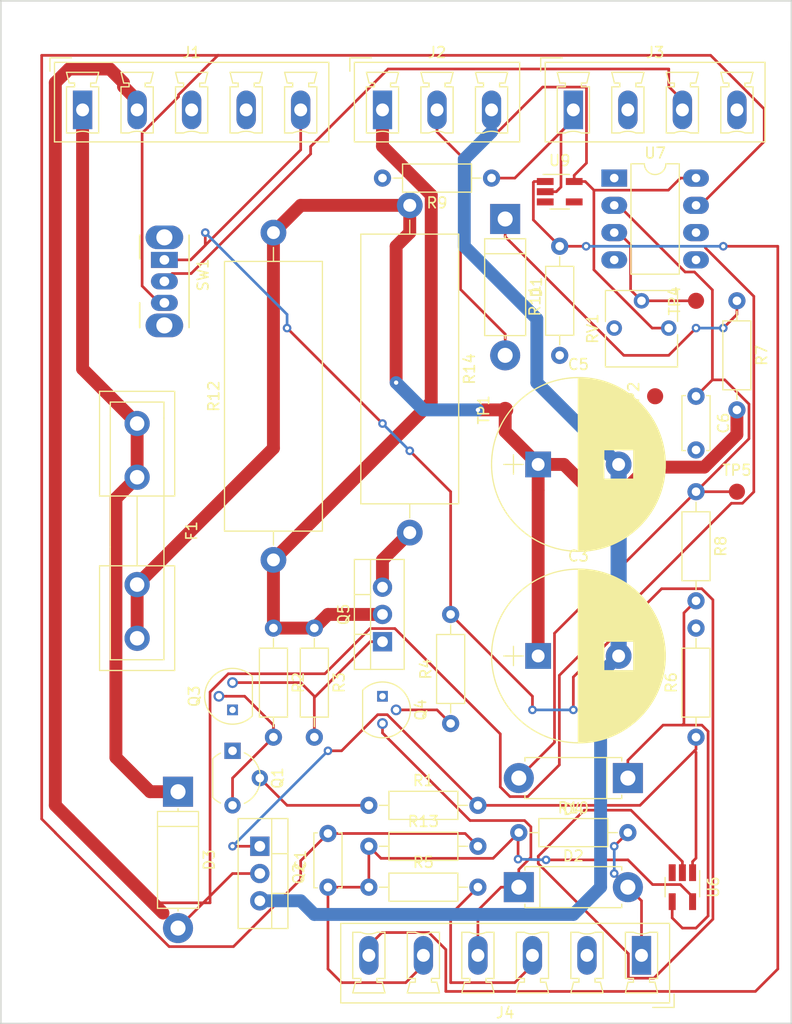
<source format=kicad_pcb>
(kicad_pcb (version 20171130) (host pcbnew "(5.0.2)-1")

  (general
    (thickness 1.6)
    (drawings 6)
    (tracks 318)
    (zones 0)
    (modules 41)
    (nets 27)
  )

  (page A4)
  (title_block
    (title "NM411 shutter driver")
    (rev 2.0)
    (company "CSUC Ultra Cold")
  )

  (layers
    (0 F.Cu signal)
    (31 B.Cu signal)
    (32 B.Adhes user)
    (33 F.Adhes user)
    (34 B.Paste user)
    (35 F.Paste user)
    (36 B.SilkS user)
    (37 F.SilkS user)
    (38 B.Mask user)
    (39 F.Mask user)
    (40 Dwgs.User user)
    (41 Cmts.User user)
    (42 Eco1.User user)
    (43 Eco2.User user)
    (44 Edge.Cuts user)
    (45 Margin user)
    (46 B.CrtYd user)
    (47 F.CrtYd user)
    (48 B.Fab user)
    (49 F.Fab user)
  )

  (setup
    (last_trace_width 0.25)
    (trace_clearance 0.2)
    (zone_clearance 0.508)
    (zone_45_only no)
    (trace_min 0.2)
    (segment_width 0.2)
    (edge_width 0.15)
    (via_size 0.8)
    (via_drill 0.4)
    (via_min_size 0.4)
    (via_min_drill 0.3)
    (uvia_size 0.3)
    (uvia_drill 0.1)
    (uvias_allowed no)
    (uvia_min_size 0.2)
    (uvia_min_drill 0.1)
    (pcb_text_width 0.3)
    (pcb_text_size 1.5 1.5)
    (mod_edge_width 0.15)
    (mod_text_size 1 1)
    (mod_text_width 0.15)
    (pad_size 1.524 1.524)
    (pad_drill 0.762)
    (pad_to_mask_clearance 0.051)
    (solder_mask_min_width 0.25)
    (aux_axis_origin 0 0)
    (visible_elements FFFFFF7F)
    (pcbplotparams
      (layerselection 0x010fc_ffffffff)
      (usegerberextensions false)
      (usegerberattributes false)
      (usegerberadvancedattributes false)
      (creategerberjobfile false)
      (excludeedgelayer true)
      (linewidth 0.100000)
      (plotframeref false)
      (viasonmask false)
      (mode 1)
      (useauxorigin false)
      (hpglpennumber 1)
      (hpglpenspeed 20)
      (hpglpendiameter 15.000000)
      (psnegative false)
      (psa4output false)
      (plotreference true)
      (plotvalue true)
      (plotinvisibletext false)
      (padsonsilk false)
      (subtractmaskfromsilk false)
      (outputformat 1)
      (mirror false)
      (drillshape 1)
      (scaleselection 1)
      (outputdirectory ""))
  )

  (net 0 "")
  (net 1 "Net-(C1-Pad2)")
  (net 2 +5V)
  (net 3 GND)
  (net 4 "Net-(C6-Pad1)")
  (net 5 "Net-(D1-Pad1)")
  (net 6 /LED_R-)
  (net 7 /LED_G+)
  (net 8 /SHUTTER_LOW)
  (net 9 /SHUTTER_HI)
  (net 10 "Net-(D4-Pad1)")
  (net 11 /SHUTTER_RET)
  (net 12 +24V)
  (net 13 /OUT_TO_COMP)
  (net 14 /SIG_IN)
  (net 15 "Net-(J4-Pad6)")
  (net 16 /LED_R+)
  (net 17 "Net-(Q1-Pad2)")
  (net 18 "Net-(Q1-Pad3)")
  (net 19 /SIG)
  (net 20 "Net-(Q3-Pad3)")
  (net 21 "Net-(Q4-Pad2)")
  (net 22 "Net-(Q5-Pad3)")
  (net 23 "Net-(RV1-Pad2)")
  (net 24 "Net-(U7-Pad6)")
  (net 25 "Net-(U7-Pad5)")
  (net 26 /CAP_POWER)

  (net_class Default "This is the default net class."
    (clearance 0.2)
    (trace_width 0.25)
    (via_dia 0.8)
    (via_drill 0.4)
    (uvia_dia 0.3)
    (uvia_drill 0.1)
    (add_net +5V)
    (add_net /LED_G+)
    (add_net /LED_R+)
    (add_net /LED_R-)
    (add_net /OUT_TO_COMP)
    (add_net /SHUTTER_LOW)
    (add_net /SHUTTER_RET)
    (add_net /SIG)
    (add_net /SIG_IN)
    (add_net GND)
    (add_net "Net-(C1-Pad2)")
    (add_net "Net-(C6-Pad1)")
    (add_net "Net-(D1-Pad1)")
    (add_net "Net-(D4-Pad1)")
    (add_net "Net-(J4-Pad6)")
    (add_net "Net-(Q1-Pad2)")
    (add_net "Net-(Q1-Pad3)")
    (add_net "Net-(Q3-Pad3)")
    (add_net "Net-(Q4-Pad2)")
    (add_net "Net-(RV1-Pad2)")
    (add_net "Net-(U7-Pad5)")
    (add_net "Net-(U7-Pad6)")
  )

  (net_class power ""
    (clearance 0.2)
    (trace_width 1.2)
    (via_dia 0.8)
    (via_drill 0.4)
    (uvia_dia 0.3)
    (uvia_drill 0.1)
    (add_net +24V)
    (add_net /CAP_POWER)
    (add_net /SHUTTER_HI)
    (add_net "Net-(Q5-Pad3)")
  )

  (module TO_SOT_Packages_THT:TO-92_Molded_Wide (layer F.Cu) (tedit 58CE52AF) (tstamp 5CB61C9A)
    (at 135.89 120.65 270)
    (descr "TO-92 leads molded, wide, drill 0.8mm (see NXP sot054_po.pdf)")
    (tags "to-92 sc-43 sc-43a sot54 PA33 transistor")
    (path /5CB31170)
    (fp_text reference Q1 (at 2.54 -4.19 90) (layer F.SilkS)
      (effects (font (size 1 1) (thickness 0.15)))
    )
    (fp_text value 2N3904 (at 2.54 2.79 270) (layer F.Fab)
      (effects (font (size 1 1) (thickness 0.15)))
    )
    (fp_text user %R (at 2.54 -4.19 90) (layer F.Fab)
      (effects (font (size 1 1) (thickness 0.15)))
    )
    (fp_line (start 0.74 1.85) (end 4.34 1.85) (layer F.SilkS) (width 0.12))
    (fp_line (start 0.8 1.75) (end 4.3 1.75) (layer F.Fab) (width 0.1))
    (fp_line (start -1.01 -3.55) (end 6.09 -3.55) (layer F.CrtYd) (width 0.05))
    (fp_line (start -1.01 -3.55) (end -1.01 2.01) (layer F.CrtYd) (width 0.05))
    (fp_line (start 6.09 2.01) (end 6.09 -3.55) (layer F.CrtYd) (width 0.05))
    (fp_line (start 6.09 2.01) (end -1.01 2.01) (layer F.CrtYd) (width 0.05))
    (fp_arc (start 2.54 0) (end 0.74 1.85) (angle 20) (layer F.SilkS) (width 0.12))
    (fp_arc (start 2.54 0) (end 2.54 -2.6) (angle -65) (layer F.SilkS) (width 0.12))
    (fp_arc (start 2.54 0) (end 2.54 -2.6) (angle 65) (layer F.SilkS) (width 0.12))
    (fp_arc (start 2.54 0) (end 2.54 -2.48) (angle 135) (layer F.Fab) (width 0.1))
    (fp_arc (start 2.54 0) (end 2.54 -2.48) (angle -135) (layer F.Fab) (width 0.1))
    (fp_arc (start 2.54 0) (end 4.34 1.85) (angle -20) (layer F.SilkS) (width 0.12))
    (pad 2 thru_hole circle (at 2.54 -2.54) (size 1.52 1.52) (drill 0.8) (layers *.Cu *.Mask)
      (net 17 "Net-(Q1-Pad2)"))
    (pad 3 thru_hole circle (at 5.08 0) (size 1.52 1.52) (drill 0.8) (layers *.Cu *.Mask)
      (net 18 "Net-(Q1-Pad3)"))
    (pad 1 thru_hole rect (at 0 0) (size 1.52 1.52) (drill 0.8) (layers *.Cu *.Mask)
      (net 3 GND))
    (model ${KISYS3DMOD}/TO_SOT_Packages_THT.3dshapes/TO-92_Molded_Wide.wrl
      (offset (xyz 2.539999961853027 0 0))
      (scale (xyz 1 1 1))
      (rotate (xyz 0 0 -90))
    )
  )

  (module Diodes_THT:D_5W_P10.16mm_Horizontal (layer F.Cu) (tedit 5921392E) (tstamp 5CB3DAAE)
    (at 162.56 133.35)
    (descr "D, 5W series, Axial, Horizontal, pin pitch=10.16mm, , length*diameter=8.9*3.7mm^2, , http://www.diodes.com/_files/packages/8686949.gif")
    (tags "D 5W series Axial Horizontal pin pitch 10.16mm  length 8.9mm diameter 3.7mm")
    (path /5CBA6941)
    (fp_text reference D2 (at 5.08 -2.91) (layer F.SilkS)
      (effects (font (size 1 1) (thickness 0.15)))
    )
    (fp_text value 1N914 (at 5.08 2.91) (layer F.Fab)
      (effects (font (size 1 1) (thickness 0.15)))
    )
    (fp_text user %R (at 5.08 0) (layer F.Fab)
      (effects (font (size 1 1) (thickness 0.15)))
    )
    (fp_line (start 0.63 -1.85) (end 0.63 1.85) (layer F.Fab) (width 0.1))
    (fp_line (start 0.63 1.85) (end 9.53 1.85) (layer F.Fab) (width 0.1))
    (fp_line (start 9.53 1.85) (end 9.53 -1.85) (layer F.Fab) (width 0.1))
    (fp_line (start 9.53 -1.85) (end 0.63 -1.85) (layer F.Fab) (width 0.1))
    (fp_line (start 0 0) (end 0.63 0) (layer F.Fab) (width 0.1))
    (fp_line (start 10.16 0) (end 9.53 0) (layer F.Fab) (width 0.1))
    (fp_line (start 1.965 -1.85) (end 1.965 1.85) (layer F.Fab) (width 0.1))
    (fp_line (start 0.57 -1.58) (end 0.57 -1.91) (layer F.SilkS) (width 0.12))
    (fp_line (start 0.57 -1.91) (end 9.59 -1.91) (layer F.SilkS) (width 0.12))
    (fp_line (start 9.59 -1.91) (end 9.59 -1.58) (layer F.SilkS) (width 0.12))
    (fp_line (start 0.57 1.58) (end 0.57 1.91) (layer F.SilkS) (width 0.12))
    (fp_line (start 0.57 1.91) (end 9.59 1.91) (layer F.SilkS) (width 0.12))
    (fp_line (start 9.59 1.91) (end 9.59 1.58) (layer F.SilkS) (width 0.12))
    (fp_line (start 1.965 -1.91) (end 1.965 1.91) (layer F.SilkS) (width 0.12))
    (fp_line (start -1.65 -2.2) (end -1.65 2.2) (layer F.CrtYd) (width 0.05))
    (fp_line (start -1.65 2.2) (end 11.85 2.2) (layer F.CrtYd) (width 0.05))
    (fp_line (start 11.85 2.2) (end 11.85 -2.2) (layer F.CrtYd) (width 0.05))
    (fp_line (start 11.85 -2.2) (end -1.65 -2.2) (layer F.CrtYd) (width 0.05))
    (pad 1 thru_hole rect (at 0 0) (size 2.8 2.8) (drill 1.4) (layers *.Cu *.Mask)
      (net 6 /LED_R-))
    (pad 2 thru_hole oval (at 10.16 0) (size 2.8 2.8) (drill 1.4) (layers *.Cu *.Mask)
      (net 7 /LED_G+))
    (model ${KISYS3DMOD}/Diodes_THT.3dshapes/D_5W_P10.16mm_Horizontal.wrl
      (at (xyz 0 0 0))
      (scale (xyz 0.393701 0.393701 0.393701))
      (rotate (xyz 0 0 0))
    )
  )

  (module TO_SOT_Packages_THT:TO-92_Molded_Narrow (layer F.Cu) (tedit 58CE52AF) (tstamp 5CB3DCBE)
    (at 149.86 115.57 270)
    (descr "TO-92 leads molded, narrow, drill 0.6mm (see NXP sot054_po.pdf)")
    (tags "to-92 sc-43 sc-43a sot54 PA33 transistor")
    (path /5CB8F36F)
    (fp_text reference Q4 (at 1.27 -3.56 270) (layer F.SilkS)
      (effects (font (size 1 1) (thickness 0.15)))
    )
    (fp_text value 2N3904 (at 1.27 2.79 270) (layer F.Fab)
      (effects (font (size 1 1) (thickness 0.15)))
    )
    (fp_arc (start 1.27 0) (end 1.27 -2.6) (angle 135) (layer F.SilkS) (width 0.12))
    (fp_arc (start 1.27 0) (end 1.27 -2.48) (angle -135) (layer F.Fab) (width 0.1))
    (fp_arc (start 1.27 0) (end 1.27 -2.6) (angle -135) (layer F.SilkS) (width 0.12))
    (fp_arc (start 1.27 0) (end 1.27 -2.48) (angle 135) (layer F.Fab) (width 0.1))
    (fp_line (start 4 2.01) (end -1.46 2.01) (layer F.CrtYd) (width 0.05))
    (fp_line (start 4 2.01) (end 4 -2.73) (layer F.CrtYd) (width 0.05))
    (fp_line (start -1.46 -2.73) (end -1.46 2.01) (layer F.CrtYd) (width 0.05))
    (fp_line (start -1.46 -2.73) (end 4 -2.73) (layer F.CrtYd) (width 0.05))
    (fp_line (start -0.5 1.75) (end 3 1.75) (layer F.Fab) (width 0.1))
    (fp_line (start -0.53 1.85) (end 3.07 1.85) (layer F.SilkS) (width 0.12))
    (fp_text user %R (at 1.27 -3.56 270) (layer F.Fab)
      (effects (font (size 1 1) (thickness 0.15)))
    )
    (pad 1 thru_hole rect (at 0 0) (size 1 1) (drill 0.6) (layers *.Cu *.Mask)
      (net 3 GND))
    (pad 3 thru_hole circle (at 2.54 0) (size 1 1) (drill 0.6) (layers *.Cu *.Mask)
      (net 6 /LED_R-))
    (pad 2 thru_hole circle (at 1.27 -1.27) (size 1 1) (drill 0.6) (layers *.Cu *.Mask)
      (net 21 "Net-(Q4-Pad2)"))
    (model ${KISYS3DMOD}/TO_SOT_Packages_THT.3dshapes/TO-92_Molded_Narrow.wrl
      (offset (xyz 1.269999980926514 0 0))
      (scale (xyz 1 1 1))
      (rotate (xyz 0 0 -90))
    )
  )

  (module TO_SOT_Packages_THT:TO-92_Molded_Narrow (layer F.Cu) (tedit 58CE52AF) (tstamp 5CB3DCAC)
    (at 135.89 116.84 90)
    (descr "TO-92 leads molded, narrow, drill 0.6mm (see NXP sot054_po.pdf)")
    (tags "to-92 sc-43 sc-43a sot54 PA33 transistor")
    (path /5CB31204)
    (fp_text reference Q3 (at 1.27 -3.56 90) (layer F.SilkS)
      (effects (font (size 1 1) (thickness 0.15)))
    )
    (fp_text value 2N3904 (at 1.27 -5.08 90) (layer F.Fab)
      (effects (font (size 1 1) (thickness 0.15)))
    )
    (fp_arc (start 1.27 0) (end 1.27 -2.6) (angle 135) (layer F.SilkS) (width 0.12))
    (fp_arc (start 1.27 0) (end 1.27 -2.48) (angle -135) (layer F.Fab) (width 0.1))
    (fp_arc (start 1.27 0) (end 1.27 -2.6) (angle -135) (layer F.SilkS) (width 0.12))
    (fp_arc (start 1.27 0) (end 1.27 -2.48) (angle 135) (layer F.Fab) (width 0.1))
    (fp_line (start 4 2.01) (end -1.46 2.01) (layer F.CrtYd) (width 0.05))
    (fp_line (start 4 2.01) (end 4 -2.73) (layer F.CrtYd) (width 0.05))
    (fp_line (start -1.46 -2.73) (end -1.46 2.01) (layer F.CrtYd) (width 0.05))
    (fp_line (start -1.46 -2.73) (end 4 -2.73) (layer F.CrtYd) (width 0.05))
    (fp_line (start -0.5 1.75) (end 3 1.75) (layer F.Fab) (width 0.1))
    (fp_line (start -0.53 1.85) (end 3.07 1.85) (layer F.SilkS) (width 0.12))
    (fp_text user %R (at 1.27 -3.56 90) (layer F.Fab)
      (effects (font (size 1 1) (thickness 0.15)))
    )
    (pad 1 thru_hole rect (at 0 0 180) (size 1 1) (drill 0.6) (layers *.Cu *.Mask)
      (net 3 GND))
    (pad 3 thru_hole circle (at 2.54 0 180) (size 1 1) (drill 0.6) (layers *.Cu *.Mask)
      (net 20 "Net-(Q3-Pad3)"))
    (pad 2 thru_hole circle (at 1.27 -1.27 180) (size 1 1) (drill 0.6) (layers *.Cu *.Mask)
      (net 18 "Net-(Q1-Pad3)"))
    (model ${KISYS3DMOD}/TO_SOT_Packages_THT.3dshapes/TO-92_Molded_Narrow.wrl
      (offset (xyz 1.269999980926514 0 0))
      (scale (xyz 1 1 1))
      (rotate (xyz 0 0 -90))
    )
  )

  (module Capacitors_THT:C_Disc_D5.0mm_W2.5mm_P5.00mm (layer F.Cu) (tedit 597BC7C2) (tstamp 5CB3D825)
    (at 144.78 133.35 90)
    (descr "C, Disc series, Radial, pin pitch=5.00mm, , diameter*width=5*2.5mm^2, Capacitor, http://cdn-reichelt.de/documents/datenblatt/B300/DS_KERKO_TC.pdf")
    (tags "C Disc series Radial pin pitch 5.00mm  diameter 5mm width 2.5mm Capacitor")
    (path /5CB828C1)
    (fp_text reference C1 (at 2.5 -2.56 90) (layer F.SilkS)
      (effects (font (size 1 1) (thickness 0.15)))
    )
    (fp_text value 1n (at 2.5 2.56 90) (layer F.Fab)
      (effects (font (size 1 1) (thickness 0.15)))
    )
    (fp_line (start 0 -1.25) (end 0 1.25) (layer F.Fab) (width 0.1))
    (fp_line (start 0 1.25) (end 5 1.25) (layer F.Fab) (width 0.1))
    (fp_line (start 5 1.25) (end 5 -1.25) (layer F.Fab) (width 0.1))
    (fp_line (start 5 -1.25) (end 0 -1.25) (layer F.Fab) (width 0.1))
    (fp_line (start -0.06 -1.31) (end 5.06 -1.31) (layer F.SilkS) (width 0.12))
    (fp_line (start -0.06 1.31) (end 5.06 1.31) (layer F.SilkS) (width 0.12))
    (fp_line (start -0.06 -1.31) (end -0.06 -0.996) (layer F.SilkS) (width 0.12))
    (fp_line (start -0.06 0.996) (end -0.06 1.31) (layer F.SilkS) (width 0.12))
    (fp_line (start 5.06 -1.31) (end 5.06 -0.996) (layer F.SilkS) (width 0.12))
    (fp_line (start 5.06 0.996) (end 5.06 1.31) (layer F.SilkS) (width 0.12))
    (fp_line (start -1.05 -1.6) (end -1.05 1.6) (layer F.CrtYd) (width 0.05))
    (fp_line (start -1.05 1.6) (end 6.05 1.6) (layer F.CrtYd) (width 0.05))
    (fp_line (start 6.05 1.6) (end 6.05 -1.6) (layer F.CrtYd) (width 0.05))
    (fp_line (start 6.05 -1.6) (end -1.05 -1.6) (layer F.CrtYd) (width 0.05))
    (fp_text user %R (at 2.54 0 90) (layer F.Fab)
      (effects (font (size 1 1) (thickness 0.15)))
    )
    (pad 1 thru_hole circle (at 0 0 90) (size 1.6 1.6) (drill 0.8) (layers *.Cu *.Mask)
      (net 2 +5V))
    (pad 2 thru_hole circle (at 5 0 90) (size 1.6 1.6) (drill 0.8) (layers *.Cu *.Mask)
      (net 1 "Net-(C1-Pad2)"))
    (model "C:/Program Files/KiCad/share/kicad/modules/Capacitor_THT.pretty/C_Disc_D11.0mm_W5.0mm_P5.00mm.kicad_mod"
      (at (xyz 0 0 0))
      (scale (xyz 1 1 1))
      (rotate (xyz 0 0 0))
    )
  )

  (module Capacitors_THT:CP_Radial_D16.0mm_P7.50mm (layer F.Cu) (tedit 597BC7C2) (tstamp 5CB3D946)
    (at 164.360681 111.817094)
    (descr "CP, Radial series, Radial, pin pitch=7.50mm, , diameter=16mm, Electrolytic Capacitor")
    (tags "CP Radial series Radial pin pitch 7.50mm  diameter 16mm Electrolytic Capacitor")
    (path /5C9CD4CB)
    (fp_text reference C3 (at 3.75 -9.31) (layer F.SilkS)
      (effects (font (size 1 1) (thickness 0.15)))
    )
    (fp_text value 2200uF (at 3.75 9.31) (layer F.Fab)
      (effects (font (size 1 1) (thickness 0.15)))
    )
    (fp_circle (center 3.75 0) (end 11.75 0) (layer F.Fab) (width 0.1))
    (fp_circle (center 3.75 0) (end 11.84 0) (layer F.SilkS) (width 0.12))
    (fp_line (start -3.2 0) (end -1.4 0) (layer F.Fab) (width 0.1))
    (fp_line (start -2.3 -0.9) (end -2.3 0.9) (layer F.Fab) (width 0.1))
    (fp_line (start 3.75 -8.051) (end 3.75 8.051) (layer F.SilkS) (width 0.12))
    (fp_line (start 3.79 -8.05) (end 3.79 8.05) (layer F.SilkS) (width 0.12))
    (fp_line (start 3.83 -8.05) (end 3.83 8.05) (layer F.SilkS) (width 0.12))
    (fp_line (start 3.87 -8.05) (end 3.87 8.05) (layer F.SilkS) (width 0.12))
    (fp_line (start 3.91 -8.049) (end 3.91 8.049) (layer F.SilkS) (width 0.12))
    (fp_line (start 3.95 -8.048) (end 3.95 8.048) (layer F.SilkS) (width 0.12))
    (fp_line (start 3.99 -8.047) (end 3.99 8.047) (layer F.SilkS) (width 0.12))
    (fp_line (start 4.03 -8.046) (end 4.03 8.046) (layer F.SilkS) (width 0.12))
    (fp_line (start 4.07 -8.044) (end 4.07 8.044) (layer F.SilkS) (width 0.12))
    (fp_line (start 4.11 -8.042) (end 4.11 8.042) (layer F.SilkS) (width 0.12))
    (fp_line (start 4.15 -8.041) (end 4.15 8.041) (layer F.SilkS) (width 0.12))
    (fp_line (start 4.19 -8.039) (end 4.19 8.039) (layer F.SilkS) (width 0.12))
    (fp_line (start 4.23 -8.036) (end 4.23 8.036) (layer F.SilkS) (width 0.12))
    (fp_line (start 4.27 -8.034) (end 4.27 8.034) (layer F.SilkS) (width 0.12))
    (fp_line (start 4.31 -8.031) (end 4.31 8.031) (layer F.SilkS) (width 0.12))
    (fp_line (start 4.35 -8.028) (end 4.35 8.028) (layer F.SilkS) (width 0.12))
    (fp_line (start 4.39 -8.025) (end 4.39 8.025) (layer F.SilkS) (width 0.12))
    (fp_line (start 4.43 -8.022) (end 4.43 8.022) (layer F.SilkS) (width 0.12))
    (fp_line (start 4.471 -8.018) (end 4.471 8.018) (layer F.SilkS) (width 0.12))
    (fp_line (start 4.511 -8.015) (end 4.511 8.015) (layer F.SilkS) (width 0.12))
    (fp_line (start 4.551 -8.011) (end 4.551 8.011) (layer F.SilkS) (width 0.12))
    (fp_line (start 4.591 -8.007) (end 4.591 8.007) (layer F.SilkS) (width 0.12))
    (fp_line (start 4.631 -8.002) (end 4.631 8.002) (layer F.SilkS) (width 0.12))
    (fp_line (start 4.671 -7.998) (end 4.671 7.998) (layer F.SilkS) (width 0.12))
    (fp_line (start 4.711 -7.993) (end 4.711 7.993) (layer F.SilkS) (width 0.12))
    (fp_line (start 4.751 -7.988) (end 4.751 7.988) (layer F.SilkS) (width 0.12))
    (fp_line (start 4.791 -7.983) (end 4.791 7.983) (layer F.SilkS) (width 0.12))
    (fp_line (start 4.831 -7.978) (end 4.831 7.978) (layer F.SilkS) (width 0.12))
    (fp_line (start 4.871 -7.973) (end 4.871 7.973) (layer F.SilkS) (width 0.12))
    (fp_line (start 4.911 -7.967) (end 4.911 7.967) (layer F.SilkS) (width 0.12))
    (fp_line (start 4.951 -7.961) (end 4.951 7.961) (layer F.SilkS) (width 0.12))
    (fp_line (start 4.991 -7.955) (end 4.991 7.955) (layer F.SilkS) (width 0.12))
    (fp_line (start 5.031 -7.949) (end 5.031 7.949) (layer F.SilkS) (width 0.12))
    (fp_line (start 5.071 -7.942) (end 5.071 7.942) (layer F.SilkS) (width 0.12))
    (fp_line (start 5.111 -7.935) (end 5.111 7.935) (layer F.SilkS) (width 0.12))
    (fp_line (start 5.151 -7.928) (end 5.151 7.928) (layer F.SilkS) (width 0.12))
    (fp_line (start 5.191 -7.921) (end 5.191 7.921) (layer F.SilkS) (width 0.12))
    (fp_line (start 5.231 -7.914) (end 5.231 7.914) (layer F.SilkS) (width 0.12))
    (fp_line (start 5.271 -7.906) (end 5.271 7.906) (layer F.SilkS) (width 0.12))
    (fp_line (start 5.311 -7.899) (end 5.311 7.899) (layer F.SilkS) (width 0.12))
    (fp_line (start 5.351 -7.891) (end 5.351 7.891) (layer F.SilkS) (width 0.12))
    (fp_line (start 5.391 -7.883) (end 5.391 7.883) (layer F.SilkS) (width 0.12))
    (fp_line (start 5.431 -7.874) (end 5.431 7.874) (layer F.SilkS) (width 0.12))
    (fp_line (start 5.471 -7.866) (end 5.471 7.866) (layer F.SilkS) (width 0.12))
    (fp_line (start 5.511 -7.857) (end 5.511 7.857) (layer F.SilkS) (width 0.12))
    (fp_line (start 5.551 -7.848) (end 5.551 7.848) (layer F.SilkS) (width 0.12))
    (fp_line (start 5.591 -7.838) (end 5.591 7.838) (layer F.SilkS) (width 0.12))
    (fp_line (start 5.631 -7.829) (end 5.631 7.829) (layer F.SilkS) (width 0.12))
    (fp_line (start 5.671 -7.819) (end 5.671 7.819) (layer F.SilkS) (width 0.12))
    (fp_line (start 5.711 -7.809) (end 5.711 7.809) (layer F.SilkS) (width 0.12))
    (fp_line (start 5.751 -7.799) (end 5.751 7.799) (layer F.SilkS) (width 0.12))
    (fp_line (start 5.791 -7.789) (end 5.791 7.789) (layer F.SilkS) (width 0.12))
    (fp_line (start 5.831 -7.779) (end 5.831 7.779) (layer F.SilkS) (width 0.12))
    (fp_line (start 5.871 -7.768) (end 5.871 7.768) (layer F.SilkS) (width 0.12))
    (fp_line (start 5.911 -7.757) (end 5.911 7.757) (layer F.SilkS) (width 0.12))
    (fp_line (start 5.951 -7.746) (end 5.951 7.746) (layer F.SilkS) (width 0.12))
    (fp_line (start 5.991 -7.734) (end 5.991 7.734) (layer F.SilkS) (width 0.12))
    (fp_line (start 6.031 -7.723) (end 6.031 7.723) (layer F.SilkS) (width 0.12))
    (fp_line (start 6.071 -7.711) (end 6.071 7.711) (layer F.SilkS) (width 0.12))
    (fp_line (start 6.111 -7.699) (end 6.111 7.699) (layer F.SilkS) (width 0.12))
    (fp_line (start 6.151 -7.686) (end 6.151 -1.38) (layer F.SilkS) (width 0.12))
    (fp_line (start 6.151 1.38) (end 6.151 7.686) (layer F.SilkS) (width 0.12))
    (fp_line (start 6.191 -7.674) (end 6.191 -1.38) (layer F.SilkS) (width 0.12))
    (fp_line (start 6.191 1.38) (end 6.191 7.674) (layer F.SilkS) (width 0.12))
    (fp_line (start 6.231 -7.661) (end 6.231 -1.38) (layer F.SilkS) (width 0.12))
    (fp_line (start 6.231 1.38) (end 6.231 7.661) (layer F.SilkS) (width 0.12))
    (fp_line (start 6.271 -7.648) (end 6.271 -1.38) (layer F.SilkS) (width 0.12))
    (fp_line (start 6.271 1.38) (end 6.271 7.648) (layer F.SilkS) (width 0.12))
    (fp_line (start 6.311 -7.635) (end 6.311 -1.38) (layer F.SilkS) (width 0.12))
    (fp_line (start 6.311 1.38) (end 6.311 7.635) (layer F.SilkS) (width 0.12))
    (fp_line (start 6.351 -7.621) (end 6.351 -1.38) (layer F.SilkS) (width 0.12))
    (fp_line (start 6.351 1.38) (end 6.351 7.621) (layer F.SilkS) (width 0.12))
    (fp_line (start 6.391 -7.608) (end 6.391 -1.38) (layer F.SilkS) (width 0.12))
    (fp_line (start 6.391 1.38) (end 6.391 7.608) (layer F.SilkS) (width 0.12))
    (fp_line (start 6.431 -7.594) (end 6.431 -1.38) (layer F.SilkS) (width 0.12))
    (fp_line (start 6.431 1.38) (end 6.431 7.594) (layer F.SilkS) (width 0.12))
    (fp_line (start 6.471 -7.58) (end 6.471 -1.38) (layer F.SilkS) (width 0.12))
    (fp_line (start 6.471 1.38) (end 6.471 7.58) (layer F.SilkS) (width 0.12))
    (fp_line (start 6.511 -7.565) (end 6.511 -1.38) (layer F.SilkS) (width 0.12))
    (fp_line (start 6.511 1.38) (end 6.511 7.565) (layer F.SilkS) (width 0.12))
    (fp_line (start 6.551 -7.55) (end 6.551 -1.38) (layer F.SilkS) (width 0.12))
    (fp_line (start 6.551 1.38) (end 6.551 7.55) (layer F.SilkS) (width 0.12))
    (fp_line (start 6.591 -7.536) (end 6.591 -1.38) (layer F.SilkS) (width 0.12))
    (fp_line (start 6.591 1.38) (end 6.591 7.536) (layer F.SilkS) (width 0.12))
    (fp_line (start 6.631 -7.521) (end 6.631 -1.38) (layer F.SilkS) (width 0.12))
    (fp_line (start 6.631 1.38) (end 6.631 7.521) (layer F.SilkS) (width 0.12))
    (fp_line (start 6.671 -7.505) (end 6.671 -1.38) (layer F.SilkS) (width 0.12))
    (fp_line (start 6.671 1.38) (end 6.671 7.505) (layer F.SilkS) (width 0.12))
    (fp_line (start 6.711 -7.49) (end 6.711 -1.38) (layer F.SilkS) (width 0.12))
    (fp_line (start 6.711 1.38) (end 6.711 7.49) (layer F.SilkS) (width 0.12))
    (fp_line (start 6.751 -7.474) (end 6.751 -1.38) (layer F.SilkS) (width 0.12))
    (fp_line (start 6.751 1.38) (end 6.751 7.474) (layer F.SilkS) (width 0.12))
    (fp_line (start 6.791 -7.458) (end 6.791 -1.38) (layer F.SilkS) (width 0.12))
    (fp_line (start 6.791 1.38) (end 6.791 7.458) (layer F.SilkS) (width 0.12))
    (fp_line (start 6.831 -7.441) (end 6.831 -1.38) (layer F.SilkS) (width 0.12))
    (fp_line (start 6.831 1.38) (end 6.831 7.441) (layer F.SilkS) (width 0.12))
    (fp_line (start 6.871 -7.425) (end 6.871 -1.38) (layer F.SilkS) (width 0.12))
    (fp_line (start 6.871 1.38) (end 6.871 7.425) (layer F.SilkS) (width 0.12))
    (fp_line (start 6.911 -7.408) (end 6.911 -1.38) (layer F.SilkS) (width 0.12))
    (fp_line (start 6.911 1.38) (end 6.911 7.408) (layer F.SilkS) (width 0.12))
    (fp_line (start 6.951 -7.391) (end 6.951 -1.38) (layer F.SilkS) (width 0.12))
    (fp_line (start 6.951 1.38) (end 6.951 7.391) (layer F.SilkS) (width 0.12))
    (fp_line (start 6.991 -7.373) (end 6.991 -1.38) (layer F.SilkS) (width 0.12))
    (fp_line (start 6.991 1.38) (end 6.991 7.373) (layer F.SilkS) (width 0.12))
    (fp_line (start 7.031 -7.356) (end 7.031 -1.38) (layer F.SilkS) (width 0.12))
    (fp_line (start 7.031 1.38) (end 7.031 7.356) (layer F.SilkS) (width 0.12))
    (fp_line (start 7.071 -7.338) (end 7.071 -1.38) (layer F.SilkS) (width 0.12))
    (fp_line (start 7.071 1.38) (end 7.071 7.338) (layer F.SilkS) (width 0.12))
    (fp_line (start 7.111 -7.32) (end 7.111 -1.38) (layer F.SilkS) (width 0.12))
    (fp_line (start 7.111 1.38) (end 7.111 7.32) (layer F.SilkS) (width 0.12))
    (fp_line (start 7.151 -7.301) (end 7.151 -1.38) (layer F.SilkS) (width 0.12))
    (fp_line (start 7.151 1.38) (end 7.151 7.301) (layer F.SilkS) (width 0.12))
    (fp_line (start 7.191 -7.283) (end 7.191 -1.38) (layer F.SilkS) (width 0.12))
    (fp_line (start 7.191 1.38) (end 7.191 7.283) (layer F.SilkS) (width 0.12))
    (fp_line (start 7.231 -7.264) (end 7.231 -1.38) (layer F.SilkS) (width 0.12))
    (fp_line (start 7.231 1.38) (end 7.231 7.264) (layer F.SilkS) (width 0.12))
    (fp_line (start 7.271 -7.245) (end 7.271 -1.38) (layer F.SilkS) (width 0.12))
    (fp_line (start 7.271 1.38) (end 7.271 7.245) (layer F.SilkS) (width 0.12))
    (fp_line (start 7.311 -7.225) (end 7.311 -1.38) (layer F.SilkS) (width 0.12))
    (fp_line (start 7.311 1.38) (end 7.311 7.225) (layer F.SilkS) (width 0.12))
    (fp_line (start 7.351 -7.205) (end 7.351 -1.38) (layer F.SilkS) (width 0.12))
    (fp_line (start 7.351 1.38) (end 7.351 7.205) (layer F.SilkS) (width 0.12))
    (fp_line (start 7.391 -7.185) (end 7.391 -1.38) (layer F.SilkS) (width 0.12))
    (fp_line (start 7.391 1.38) (end 7.391 7.185) (layer F.SilkS) (width 0.12))
    (fp_line (start 7.431 -7.165) (end 7.431 -1.38) (layer F.SilkS) (width 0.12))
    (fp_line (start 7.431 1.38) (end 7.431 7.165) (layer F.SilkS) (width 0.12))
    (fp_line (start 7.471 -7.144) (end 7.471 -1.38) (layer F.SilkS) (width 0.12))
    (fp_line (start 7.471 1.38) (end 7.471 7.144) (layer F.SilkS) (width 0.12))
    (fp_line (start 7.511 -7.124) (end 7.511 -1.38) (layer F.SilkS) (width 0.12))
    (fp_line (start 7.511 1.38) (end 7.511 7.124) (layer F.SilkS) (width 0.12))
    (fp_line (start 7.551 -7.102) (end 7.551 -1.38) (layer F.SilkS) (width 0.12))
    (fp_line (start 7.551 1.38) (end 7.551 7.102) (layer F.SilkS) (width 0.12))
    (fp_line (start 7.591 -7.081) (end 7.591 -1.38) (layer F.SilkS) (width 0.12))
    (fp_line (start 7.591 1.38) (end 7.591 7.081) (layer F.SilkS) (width 0.12))
    (fp_line (start 7.631 -7.059) (end 7.631 -1.38) (layer F.SilkS) (width 0.12))
    (fp_line (start 7.631 1.38) (end 7.631 7.059) (layer F.SilkS) (width 0.12))
    (fp_line (start 7.671 -7.037) (end 7.671 -1.38) (layer F.SilkS) (width 0.12))
    (fp_line (start 7.671 1.38) (end 7.671 7.037) (layer F.SilkS) (width 0.12))
    (fp_line (start 7.711 -7.015) (end 7.711 -1.38) (layer F.SilkS) (width 0.12))
    (fp_line (start 7.711 1.38) (end 7.711 7.015) (layer F.SilkS) (width 0.12))
    (fp_line (start 7.751 -6.992) (end 7.751 -1.38) (layer F.SilkS) (width 0.12))
    (fp_line (start 7.751 1.38) (end 7.751 6.992) (layer F.SilkS) (width 0.12))
    (fp_line (start 7.791 -6.97) (end 7.791 -1.38) (layer F.SilkS) (width 0.12))
    (fp_line (start 7.791 1.38) (end 7.791 6.97) (layer F.SilkS) (width 0.12))
    (fp_line (start 7.831 -6.946) (end 7.831 -1.38) (layer F.SilkS) (width 0.12))
    (fp_line (start 7.831 1.38) (end 7.831 6.946) (layer F.SilkS) (width 0.12))
    (fp_line (start 7.871 -6.923) (end 7.871 -1.38) (layer F.SilkS) (width 0.12))
    (fp_line (start 7.871 1.38) (end 7.871 6.923) (layer F.SilkS) (width 0.12))
    (fp_line (start 7.911 -6.899) (end 7.911 -1.38) (layer F.SilkS) (width 0.12))
    (fp_line (start 7.911 1.38) (end 7.911 6.899) (layer F.SilkS) (width 0.12))
    (fp_line (start 7.951 -6.875) (end 7.951 -1.38) (layer F.SilkS) (width 0.12))
    (fp_line (start 7.951 1.38) (end 7.951 6.875) (layer F.SilkS) (width 0.12))
    (fp_line (start 7.991 -6.85) (end 7.991 -1.38) (layer F.SilkS) (width 0.12))
    (fp_line (start 7.991 1.38) (end 7.991 6.85) (layer F.SilkS) (width 0.12))
    (fp_line (start 8.031 -6.826) (end 8.031 -1.38) (layer F.SilkS) (width 0.12))
    (fp_line (start 8.031 1.38) (end 8.031 6.826) (layer F.SilkS) (width 0.12))
    (fp_line (start 8.071 -6.801) (end 8.071 -1.38) (layer F.SilkS) (width 0.12))
    (fp_line (start 8.071 1.38) (end 8.071 6.801) (layer F.SilkS) (width 0.12))
    (fp_line (start 8.111 -6.775) (end 8.111 -1.38) (layer F.SilkS) (width 0.12))
    (fp_line (start 8.111 1.38) (end 8.111 6.775) (layer F.SilkS) (width 0.12))
    (fp_line (start 8.151 -6.749) (end 8.151 -1.38) (layer F.SilkS) (width 0.12))
    (fp_line (start 8.151 1.38) (end 8.151 6.749) (layer F.SilkS) (width 0.12))
    (fp_line (start 8.191 -6.723) (end 8.191 -1.38) (layer F.SilkS) (width 0.12))
    (fp_line (start 8.191 1.38) (end 8.191 6.723) (layer F.SilkS) (width 0.12))
    (fp_line (start 8.231 -6.697) (end 8.231 -1.38) (layer F.SilkS) (width 0.12))
    (fp_line (start 8.231 1.38) (end 8.231 6.697) (layer F.SilkS) (width 0.12))
    (fp_line (start 8.271 -6.67) (end 8.271 -1.38) (layer F.SilkS) (width 0.12))
    (fp_line (start 8.271 1.38) (end 8.271 6.67) (layer F.SilkS) (width 0.12))
    (fp_line (start 8.311 -6.643) (end 8.311 -1.38) (layer F.SilkS) (width 0.12))
    (fp_line (start 8.311 1.38) (end 8.311 6.643) (layer F.SilkS) (width 0.12))
    (fp_line (start 8.351 -6.615) (end 8.351 -1.38) (layer F.SilkS) (width 0.12))
    (fp_line (start 8.351 1.38) (end 8.351 6.615) (layer F.SilkS) (width 0.12))
    (fp_line (start 8.391 -6.588) (end 8.391 -1.38) (layer F.SilkS) (width 0.12))
    (fp_line (start 8.391 1.38) (end 8.391 6.588) (layer F.SilkS) (width 0.12))
    (fp_line (start 8.431 -6.559) (end 8.431 -1.38) (layer F.SilkS) (width 0.12))
    (fp_line (start 8.431 1.38) (end 8.431 6.559) (layer F.SilkS) (width 0.12))
    (fp_line (start 8.471 -6.531) (end 8.471 -1.38) (layer F.SilkS) (width 0.12))
    (fp_line (start 8.471 1.38) (end 8.471 6.531) (layer F.SilkS) (width 0.12))
    (fp_line (start 8.511 -6.502) (end 8.511 -1.38) (layer F.SilkS) (width 0.12))
    (fp_line (start 8.511 1.38) (end 8.511 6.502) (layer F.SilkS) (width 0.12))
    (fp_line (start 8.551 -6.473) (end 8.551 -1.38) (layer F.SilkS) (width 0.12))
    (fp_line (start 8.551 1.38) (end 8.551 6.473) (layer F.SilkS) (width 0.12))
    (fp_line (start 8.591 -6.443) (end 8.591 -1.38) (layer F.SilkS) (width 0.12))
    (fp_line (start 8.591 1.38) (end 8.591 6.443) (layer F.SilkS) (width 0.12))
    (fp_line (start 8.631 -6.413) (end 8.631 -1.38) (layer F.SilkS) (width 0.12))
    (fp_line (start 8.631 1.38) (end 8.631 6.413) (layer F.SilkS) (width 0.12))
    (fp_line (start 8.671 -6.382) (end 8.671 -1.38) (layer F.SilkS) (width 0.12))
    (fp_line (start 8.671 1.38) (end 8.671 6.382) (layer F.SilkS) (width 0.12))
    (fp_line (start 8.711 -6.352) (end 8.711 -1.38) (layer F.SilkS) (width 0.12))
    (fp_line (start 8.711 1.38) (end 8.711 6.352) (layer F.SilkS) (width 0.12))
    (fp_line (start 8.751 -6.32) (end 8.751 -1.38) (layer F.SilkS) (width 0.12))
    (fp_line (start 8.751 1.38) (end 8.751 6.32) (layer F.SilkS) (width 0.12))
    (fp_line (start 8.791 -6.289) (end 8.791 -1.38) (layer F.SilkS) (width 0.12))
    (fp_line (start 8.791 1.38) (end 8.791 6.289) (layer F.SilkS) (width 0.12))
    (fp_line (start 8.831 -6.257) (end 8.831 -1.38) (layer F.SilkS) (width 0.12))
    (fp_line (start 8.831 1.38) (end 8.831 6.257) (layer F.SilkS) (width 0.12))
    (fp_line (start 8.871 -6.224) (end 8.871 -1.38) (layer F.SilkS) (width 0.12))
    (fp_line (start 8.871 1.38) (end 8.871 6.224) (layer F.SilkS) (width 0.12))
    (fp_line (start 8.911 -6.191) (end 8.911 6.191) (layer F.SilkS) (width 0.12))
    (fp_line (start 8.951 -6.158) (end 8.951 6.158) (layer F.SilkS) (width 0.12))
    (fp_line (start 8.991 -6.124) (end 8.991 6.124) (layer F.SilkS) (width 0.12))
    (fp_line (start 9.031 -6.09) (end 9.031 6.09) (layer F.SilkS) (width 0.12))
    (fp_line (start 9.071 -6.055) (end 9.071 6.055) (layer F.SilkS) (width 0.12))
    (fp_line (start 9.111 -6.02) (end 9.111 6.02) (layer F.SilkS) (width 0.12))
    (fp_line (start 9.151 -5.984) (end 9.151 5.984) (layer F.SilkS) (width 0.12))
    (fp_line (start 9.191 -5.948) (end 9.191 5.948) (layer F.SilkS) (width 0.12))
    (fp_line (start 9.231 -5.912) (end 9.231 5.912) (layer F.SilkS) (width 0.12))
    (fp_line (start 9.271 -5.875) (end 9.271 5.875) (layer F.SilkS) (width 0.12))
    (fp_line (start 9.311 -5.837) (end 9.311 5.837) (layer F.SilkS) (width 0.12))
    (fp_line (start 9.351 -5.799) (end 9.351 5.799) (layer F.SilkS) (width 0.12))
    (fp_line (start 9.391 -5.76) (end 9.391 5.76) (layer F.SilkS) (width 0.12))
    (fp_line (start 9.431 -5.721) (end 9.431 5.721) (layer F.SilkS) (width 0.12))
    (fp_line (start 9.471 -5.681) (end 9.471 5.681) (layer F.SilkS) (width 0.12))
    (fp_line (start 9.511 -5.641) (end 9.511 5.641) (layer F.SilkS) (width 0.12))
    (fp_line (start 9.551 -5.6) (end 9.551 5.6) (layer F.SilkS) (width 0.12))
    (fp_line (start 9.591 -5.559) (end 9.591 5.559) (layer F.SilkS) (width 0.12))
    (fp_line (start 9.631 -5.517) (end 9.631 5.517) (layer F.SilkS) (width 0.12))
    (fp_line (start 9.671 -5.474) (end 9.671 5.474) (layer F.SilkS) (width 0.12))
    (fp_line (start 9.711 -5.431) (end 9.711 5.431) (layer F.SilkS) (width 0.12))
    (fp_line (start 9.751 -5.387) (end 9.751 5.387) (layer F.SilkS) (width 0.12))
    (fp_line (start 9.791 -5.343) (end 9.791 5.343) (layer F.SilkS) (width 0.12))
    (fp_line (start 9.831 -5.297) (end 9.831 5.297) (layer F.SilkS) (width 0.12))
    (fp_line (start 9.871 -5.251) (end 9.871 5.251) (layer F.SilkS) (width 0.12))
    (fp_line (start 9.911 -5.205) (end 9.911 5.205) (layer F.SilkS) (width 0.12))
    (fp_line (start 9.951 -5.157) (end 9.951 5.157) (layer F.SilkS) (width 0.12))
    (fp_line (start 9.991 -5.109) (end 9.991 5.109) (layer F.SilkS) (width 0.12))
    (fp_line (start 10.031 -5.06) (end 10.031 5.06) (layer F.SilkS) (width 0.12))
    (fp_line (start 10.071 -5.011) (end 10.071 5.011) (layer F.SilkS) (width 0.12))
    (fp_line (start 10.111 -4.96) (end 10.111 4.96) (layer F.SilkS) (width 0.12))
    (fp_line (start 10.151 -4.909) (end 10.151 4.909) (layer F.SilkS) (width 0.12))
    (fp_line (start 10.191 -4.857) (end 10.191 4.857) (layer F.SilkS) (width 0.12))
    (fp_line (start 10.231 -4.804) (end 10.231 4.804) (layer F.SilkS) (width 0.12))
    (fp_line (start 10.271 -4.75) (end 10.271 4.75) (layer F.SilkS) (width 0.12))
    (fp_line (start 10.311 -4.695) (end 10.311 4.695) (layer F.SilkS) (width 0.12))
    (fp_line (start 10.351 -4.639) (end 10.351 4.639) (layer F.SilkS) (width 0.12))
    (fp_line (start 10.391 -4.582) (end 10.391 4.582) (layer F.SilkS) (width 0.12))
    (fp_line (start 10.431 -4.524) (end 10.431 4.524) (layer F.SilkS) (width 0.12))
    (fp_line (start 10.471 -4.465) (end 10.471 4.465) (layer F.SilkS) (width 0.12))
    (fp_line (start 10.511 -4.405) (end 10.511 4.405) (layer F.SilkS) (width 0.12))
    (fp_line (start 10.551 -4.343) (end 10.551 4.343) (layer F.SilkS) (width 0.12))
    (fp_line (start 10.591 -4.281) (end 10.591 4.281) (layer F.SilkS) (width 0.12))
    (fp_line (start 10.631 -4.217) (end 10.631 4.217) (layer F.SilkS) (width 0.12))
    (fp_line (start 10.671 -4.151) (end 10.671 4.151) (layer F.SilkS) (width 0.12))
    (fp_line (start 10.711 -4.084) (end 10.711 4.084) (layer F.SilkS) (width 0.12))
    (fp_line (start 10.751 -4.016) (end 10.751 4.016) (layer F.SilkS) (width 0.12))
    (fp_line (start 10.791 -3.946) (end 10.791 3.946) (layer F.SilkS) (width 0.12))
    (fp_line (start 10.831 -3.875) (end 10.831 3.875) (layer F.SilkS) (width 0.12))
    (fp_line (start 10.871 -3.802) (end 10.871 3.802) (layer F.SilkS) (width 0.12))
    (fp_line (start 10.911 -3.726) (end 10.911 3.726) (layer F.SilkS) (width 0.12))
    (fp_line (start 10.951 -3.649) (end 10.951 3.649) (layer F.SilkS) (width 0.12))
    (fp_line (start 10.991 -3.57) (end 10.991 3.57) (layer F.SilkS) (width 0.12))
    (fp_line (start 11.031 -3.489) (end 11.031 3.489) (layer F.SilkS) (width 0.12))
    (fp_line (start 11.071 -3.405) (end 11.071 3.405) (layer F.SilkS) (width 0.12))
    (fp_line (start 11.111 -3.319) (end 11.111 3.319) (layer F.SilkS) (width 0.12))
    (fp_line (start 11.151 -3.23) (end 11.151 3.23) (layer F.SilkS) (width 0.12))
    (fp_line (start 11.191 -3.138) (end 11.191 3.138) (layer F.SilkS) (width 0.12))
    (fp_line (start 11.231 -3.042) (end 11.231 3.042) (layer F.SilkS) (width 0.12))
    (fp_line (start 11.271 -2.943) (end 11.271 2.943) (layer F.SilkS) (width 0.12))
    (fp_line (start 11.311 -2.841) (end 11.311 2.841) (layer F.SilkS) (width 0.12))
    (fp_line (start 11.351 -2.733) (end 11.351 2.733) (layer F.SilkS) (width 0.12))
    (fp_line (start 11.391 -2.621) (end 11.391 2.621) (layer F.SilkS) (width 0.12))
    (fp_line (start 11.431 -2.503) (end 11.431 2.503) (layer F.SilkS) (width 0.12))
    (fp_line (start 11.471 -2.379) (end 11.471 2.379) (layer F.SilkS) (width 0.12))
    (fp_line (start 11.511 -2.248) (end 11.511 2.248) (layer F.SilkS) (width 0.12))
    (fp_line (start 11.551 -2.107) (end 11.551 2.107) (layer F.SilkS) (width 0.12))
    (fp_line (start 11.591 -1.956) (end 11.591 1.956) (layer F.SilkS) (width 0.12))
    (fp_line (start 11.631 -1.792) (end 11.631 1.792) (layer F.SilkS) (width 0.12))
    (fp_line (start 11.671 -1.61) (end 11.671 1.61) (layer F.SilkS) (width 0.12))
    (fp_line (start 11.711 -1.405) (end 11.711 1.405) (layer F.SilkS) (width 0.12))
    (fp_line (start 11.751 -1.164) (end 11.751 1.164) (layer F.SilkS) (width 0.12))
    (fp_line (start 11.791 -0.859) (end 11.791 0.859) (layer F.SilkS) (width 0.12))
    (fp_line (start 11.831 -0.363) (end 11.831 0.363) (layer F.SilkS) (width 0.12))
    (fp_line (start -3.2 0) (end -1.4 0) (layer F.SilkS) (width 0.12))
    (fp_line (start -2.3 -0.9) (end -2.3 0.9) (layer F.SilkS) (width 0.12))
    (fp_line (start -4.6 -8.35) (end -4.6 8.35) (layer F.CrtYd) (width 0.05))
    (fp_line (start -4.6 8.35) (end 12.1 8.35) (layer F.CrtYd) (width 0.05))
    (fp_line (start 12.1 8.35) (end 12.1 -8.35) (layer F.CrtYd) (width 0.05))
    (fp_line (start 12.1 -8.35) (end -4.6 -8.35) (layer F.CrtYd) (width 0.05))
    (fp_text user %R (at 3.75 0) (layer F.Fab)
      (effects (font (size 1 1) (thickness 0.15)))
    )
    (pad 1 thru_hole rect (at 0 0) (size 2.4 2.4) (drill 1.2) (layers *.Cu *.Mask)
      (net 26 /CAP_POWER))
    (pad 2 thru_hole circle (at 7.5 0) (size 2.4 2.4) (drill 1.2) (layers *.Cu *.Mask)
      (net 3 GND))
    (model "C:/Program Files/KiCad/share/kicad/modules/Capacitor_THT.pretty/C_Axial_L12.0mm_D7.5mm_P15.00mm_Horizontal.kicad_mod"
      (at (xyz 0 0 0))
      (scale (xyz 1 1 1))
      (rotate (xyz 0 0 0))
    )
  )

  (module Capacitors_THT:CP_Radial_D16.0mm_P7.50mm (layer F.Cu) (tedit 597BC7C2) (tstamp 5CB3DA67)
    (at 164.360681 93.98)
    (descr "CP, Radial series, Radial, pin pitch=7.50mm, , diameter=16mm, Electrolytic Capacitor")
    (tags "CP Radial series Radial pin pitch 7.50mm  diameter 16mm Electrolytic Capacitor")
    (path /5C93F635)
    (fp_text reference C5 (at 3.75 -9.31) (layer F.SilkS)
      (effects (font (size 1 1) (thickness 0.15)))
    )
    (fp_text value 2200uF (at 3.75 9.31) (layer F.Fab)
      (effects (font (size 1 1) (thickness 0.15)))
    )
    (fp_text user %R (at 3.75 0) (layer F.Fab)
      (effects (font (size 1 1) (thickness 0.15)))
    )
    (fp_line (start 12.1 -8.35) (end -4.6 -8.35) (layer F.CrtYd) (width 0.05))
    (fp_line (start 12.1 8.35) (end 12.1 -8.35) (layer F.CrtYd) (width 0.05))
    (fp_line (start -4.6 8.35) (end 12.1 8.35) (layer F.CrtYd) (width 0.05))
    (fp_line (start -4.6 -8.35) (end -4.6 8.35) (layer F.CrtYd) (width 0.05))
    (fp_line (start -2.3 -0.9) (end -2.3 0.9) (layer F.SilkS) (width 0.12))
    (fp_line (start -3.2 0) (end -1.4 0) (layer F.SilkS) (width 0.12))
    (fp_line (start 11.831 -0.363) (end 11.831 0.363) (layer F.SilkS) (width 0.12))
    (fp_line (start 11.791 -0.859) (end 11.791 0.859) (layer F.SilkS) (width 0.12))
    (fp_line (start 11.751 -1.164) (end 11.751 1.164) (layer F.SilkS) (width 0.12))
    (fp_line (start 11.711 -1.405) (end 11.711 1.405) (layer F.SilkS) (width 0.12))
    (fp_line (start 11.671 -1.61) (end 11.671 1.61) (layer F.SilkS) (width 0.12))
    (fp_line (start 11.631 -1.792) (end 11.631 1.792) (layer F.SilkS) (width 0.12))
    (fp_line (start 11.591 -1.956) (end 11.591 1.956) (layer F.SilkS) (width 0.12))
    (fp_line (start 11.551 -2.107) (end 11.551 2.107) (layer F.SilkS) (width 0.12))
    (fp_line (start 11.511 -2.248) (end 11.511 2.248) (layer F.SilkS) (width 0.12))
    (fp_line (start 11.471 -2.379) (end 11.471 2.379) (layer F.SilkS) (width 0.12))
    (fp_line (start 11.431 -2.503) (end 11.431 2.503) (layer F.SilkS) (width 0.12))
    (fp_line (start 11.391 -2.621) (end 11.391 2.621) (layer F.SilkS) (width 0.12))
    (fp_line (start 11.351 -2.733) (end 11.351 2.733) (layer F.SilkS) (width 0.12))
    (fp_line (start 11.311 -2.841) (end 11.311 2.841) (layer F.SilkS) (width 0.12))
    (fp_line (start 11.271 -2.943) (end 11.271 2.943) (layer F.SilkS) (width 0.12))
    (fp_line (start 11.231 -3.042) (end 11.231 3.042) (layer F.SilkS) (width 0.12))
    (fp_line (start 11.191 -3.138) (end 11.191 3.138) (layer F.SilkS) (width 0.12))
    (fp_line (start 11.151 -3.23) (end 11.151 3.23) (layer F.SilkS) (width 0.12))
    (fp_line (start 11.111 -3.319) (end 11.111 3.319) (layer F.SilkS) (width 0.12))
    (fp_line (start 11.071 -3.405) (end 11.071 3.405) (layer F.SilkS) (width 0.12))
    (fp_line (start 11.031 -3.489) (end 11.031 3.489) (layer F.SilkS) (width 0.12))
    (fp_line (start 10.991 -3.57) (end 10.991 3.57) (layer F.SilkS) (width 0.12))
    (fp_line (start 10.951 -3.649) (end 10.951 3.649) (layer F.SilkS) (width 0.12))
    (fp_line (start 10.911 -3.726) (end 10.911 3.726) (layer F.SilkS) (width 0.12))
    (fp_line (start 10.871 -3.802) (end 10.871 3.802) (layer F.SilkS) (width 0.12))
    (fp_line (start 10.831 -3.875) (end 10.831 3.875) (layer F.SilkS) (width 0.12))
    (fp_line (start 10.791 -3.946) (end 10.791 3.946) (layer F.SilkS) (width 0.12))
    (fp_line (start 10.751 -4.016) (end 10.751 4.016) (layer F.SilkS) (width 0.12))
    (fp_line (start 10.711 -4.084) (end 10.711 4.084) (layer F.SilkS) (width 0.12))
    (fp_line (start 10.671 -4.151) (end 10.671 4.151) (layer F.SilkS) (width 0.12))
    (fp_line (start 10.631 -4.217) (end 10.631 4.217) (layer F.SilkS) (width 0.12))
    (fp_line (start 10.591 -4.281) (end 10.591 4.281) (layer F.SilkS) (width 0.12))
    (fp_line (start 10.551 -4.343) (end 10.551 4.343) (layer F.SilkS) (width 0.12))
    (fp_line (start 10.511 -4.405) (end 10.511 4.405) (layer F.SilkS) (width 0.12))
    (fp_line (start 10.471 -4.465) (end 10.471 4.465) (layer F.SilkS) (width 0.12))
    (fp_line (start 10.431 -4.524) (end 10.431 4.524) (layer F.SilkS) (width 0.12))
    (fp_line (start 10.391 -4.582) (end 10.391 4.582) (layer F.SilkS) (width 0.12))
    (fp_line (start 10.351 -4.639) (end 10.351 4.639) (layer F.SilkS) (width 0.12))
    (fp_line (start 10.311 -4.695) (end 10.311 4.695) (layer F.SilkS) (width 0.12))
    (fp_line (start 10.271 -4.75) (end 10.271 4.75) (layer F.SilkS) (width 0.12))
    (fp_line (start 10.231 -4.804) (end 10.231 4.804) (layer F.SilkS) (width 0.12))
    (fp_line (start 10.191 -4.857) (end 10.191 4.857) (layer F.SilkS) (width 0.12))
    (fp_line (start 10.151 -4.909) (end 10.151 4.909) (layer F.SilkS) (width 0.12))
    (fp_line (start 10.111 -4.96) (end 10.111 4.96) (layer F.SilkS) (width 0.12))
    (fp_line (start 10.071 -5.011) (end 10.071 5.011) (layer F.SilkS) (width 0.12))
    (fp_line (start 10.031 -5.06) (end 10.031 5.06) (layer F.SilkS) (width 0.12))
    (fp_line (start 9.991 -5.109) (end 9.991 5.109) (layer F.SilkS) (width 0.12))
    (fp_line (start 9.951 -5.157) (end 9.951 5.157) (layer F.SilkS) (width 0.12))
    (fp_line (start 9.911 -5.205) (end 9.911 5.205) (layer F.SilkS) (width 0.12))
    (fp_line (start 9.871 -5.251) (end 9.871 5.251) (layer F.SilkS) (width 0.12))
    (fp_line (start 9.831 -5.297) (end 9.831 5.297) (layer F.SilkS) (width 0.12))
    (fp_line (start 9.791 -5.343) (end 9.791 5.343) (layer F.SilkS) (width 0.12))
    (fp_line (start 9.751 -5.387) (end 9.751 5.387) (layer F.SilkS) (width 0.12))
    (fp_line (start 9.711 -5.431) (end 9.711 5.431) (layer F.SilkS) (width 0.12))
    (fp_line (start 9.671 -5.474) (end 9.671 5.474) (layer F.SilkS) (width 0.12))
    (fp_line (start 9.631 -5.517) (end 9.631 5.517) (layer F.SilkS) (width 0.12))
    (fp_line (start 9.591 -5.559) (end 9.591 5.559) (layer F.SilkS) (width 0.12))
    (fp_line (start 9.551 -5.6) (end 9.551 5.6) (layer F.SilkS) (width 0.12))
    (fp_line (start 9.511 -5.641) (end 9.511 5.641) (layer F.SilkS) (width 0.12))
    (fp_line (start 9.471 -5.681) (end 9.471 5.681) (layer F.SilkS) (width 0.12))
    (fp_line (start 9.431 -5.721) (end 9.431 5.721) (layer F.SilkS) (width 0.12))
    (fp_line (start 9.391 -5.76) (end 9.391 5.76) (layer F.SilkS) (width 0.12))
    (fp_line (start 9.351 -5.799) (end 9.351 5.799) (layer F.SilkS) (width 0.12))
    (fp_line (start 9.311 -5.837) (end 9.311 5.837) (layer F.SilkS) (width 0.12))
    (fp_line (start 9.271 -5.875) (end 9.271 5.875) (layer F.SilkS) (width 0.12))
    (fp_line (start 9.231 -5.912) (end 9.231 5.912) (layer F.SilkS) (width 0.12))
    (fp_line (start 9.191 -5.948) (end 9.191 5.948) (layer F.SilkS) (width 0.12))
    (fp_line (start 9.151 -5.984) (end 9.151 5.984) (layer F.SilkS) (width 0.12))
    (fp_line (start 9.111 -6.02) (end 9.111 6.02) (layer F.SilkS) (width 0.12))
    (fp_line (start 9.071 -6.055) (end 9.071 6.055) (layer F.SilkS) (width 0.12))
    (fp_line (start 9.031 -6.09) (end 9.031 6.09) (layer F.SilkS) (width 0.12))
    (fp_line (start 8.991 -6.124) (end 8.991 6.124) (layer F.SilkS) (width 0.12))
    (fp_line (start 8.951 -6.158) (end 8.951 6.158) (layer F.SilkS) (width 0.12))
    (fp_line (start 8.911 -6.191) (end 8.911 6.191) (layer F.SilkS) (width 0.12))
    (fp_line (start 8.871 1.38) (end 8.871 6.224) (layer F.SilkS) (width 0.12))
    (fp_line (start 8.871 -6.224) (end 8.871 -1.38) (layer F.SilkS) (width 0.12))
    (fp_line (start 8.831 1.38) (end 8.831 6.257) (layer F.SilkS) (width 0.12))
    (fp_line (start 8.831 -6.257) (end 8.831 -1.38) (layer F.SilkS) (width 0.12))
    (fp_line (start 8.791 1.38) (end 8.791 6.289) (layer F.SilkS) (width 0.12))
    (fp_line (start 8.791 -6.289) (end 8.791 -1.38) (layer F.SilkS) (width 0.12))
    (fp_line (start 8.751 1.38) (end 8.751 6.32) (layer F.SilkS) (width 0.12))
    (fp_line (start 8.751 -6.32) (end 8.751 -1.38) (layer F.SilkS) (width 0.12))
    (fp_line (start 8.711 1.38) (end 8.711 6.352) (layer F.SilkS) (width 0.12))
    (fp_line (start 8.711 -6.352) (end 8.711 -1.38) (layer F.SilkS) (width 0.12))
    (fp_line (start 8.671 1.38) (end 8.671 6.382) (layer F.SilkS) (width 0.12))
    (fp_line (start 8.671 -6.382) (end 8.671 -1.38) (layer F.SilkS) (width 0.12))
    (fp_line (start 8.631 1.38) (end 8.631 6.413) (layer F.SilkS) (width 0.12))
    (fp_line (start 8.631 -6.413) (end 8.631 -1.38) (layer F.SilkS) (width 0.12))
    (fp_line (start 8.591 1.38) (end 8.591 6.443) (layer F.SilkS) (width 0.12))
    (fp_line (start 8.591 -6.443) (end 8.591 -1.38) (layer F.SilkS) (width 0.12))
    (fp_line (start 8.551 1.38) (end 8.551 6.473) (layer F.SilkS) (width 0.12))
    (fp_line (start 8.551 -6.473) (end 8.551 -1.38) (layer F.SilkS) (width 0.12))
    (fp_line (start 8.511 1.38) (end 8.511 6.502) (layer F.SilkS) (width 0.12))
    (fp_line (start 8.511 -6.502) (end 8.511 -1.38) (layer F.SilkS) (width 0.12))
    (fp_line (start 8.471 1.38) (end 8.471 6.531) (layer F.SilkS) (width 0.12))
    (fp_line (start 8.471 -6.531) (end 8.471 -1.38) (layer F.SilkS) (width 0.12))
    (fp_line (start 8.431 1.38) (end 8.431 6.559) (layer F.SilkS) (width 0.12))
    (fp_line (start 8.431 -6.559) (end 8.431 -1.38) (layer F.SilkS) (width 0.12))
    (fp_line (start 8.391 1.38) (end 8.391 6.588) (layer F.SilkS) (width 0.12))
    (fp_line (start 8.391 -6.588) (end 8.391 -1.38) (layer F.SilkS) (width 0.12))
    (fp_line (start 8.351 1.38) (end 8.351 6.615) (layer F.SilkS) (width 0.12))
    (fp_line (start 8.351 -6.615) (end 8.351 -1.38) (layer F.SilkS) (width 0.12))
    (fp_line (start 8.311 1.38) (end 8.311 6.643) (layer F.SilkS) (width 0.12))
    (fp_line (start 8.311 -6.643) (end 8.311 -1.38) (layer F.SilkS) (width 0.12))
    (fp_line (start 8.271 1.38) (end 8.271 6.67) (layer F.SilkS) (width 0.12))
    (fp_line (start 8.271 -6.67) (end 8.271 -1.38) (layer F.SilkS) (width 0.12))
    (fp_line (start 8.231 1.38) (end 8.231 6.697) (layer F.SilkS) (width 0.12))
    (fp_line (start 8.231 -6.697) (end 8.231 -1.38) (layer F.SilkS) (width 0.12))
    (fp_line (start 8.191 1.38) (end 8.191 6.723) (layer F.SilkS) (width 0.12))
    (fp_line (start 8.191 -6.723) (end 8.191 -1.38) (layer F.SilkS) (width 0.12))
    (fp_line (start 8.151 1.38) (end 8.151 6.749) (layer F.SilkS) (width 0.12))
    (fp_line (start 8.151 -6.749) (end 8.151 -1.38) (layer F.SilkS) (width 0.12))
    (fp_line (start 8.111 1.38) (end 8.111 6.775) (layer F.SilkS) (width 0.12))
    (fp_line (start 8.111 -6.775) (end 8.111 -1.38) (layer F.SilkS) (width 0.12))
    (fp_line (start 8.071 1.38) (end 8.071 6.801) (layer F.SilkS) (width 0.12))
    (fp_line (start 8.071 -6.801) (end 8.071 -1.38) (layer F.SilkS) (width 0.12))
    (fp_line (start 8.031 1.38) (end 8.031 6.826) (layer F.SilkS) (width 0.12))
    (fp_line (start 8.031 -6.826) (end 8.031 -1.38) (layer F.SilkS) (width 0.12))
    (fp_line (start 7.991 1.38) (end 7.991 6.85) (layer F.SilkS) (width 0.12))
    (fp_line (start 7.991 -6.85) (end 7.991 -1.38) (layer F.SilkS) (width 0.12))
    (fp_line (start 7.951 1.38) (end 7.951 6.875) (layer F.SilkS) (width 0.12))
    (fp_line (start 7.951 -6.875) (end 7.951 -1.38) (layer F.SilkS) (width 0.12))
    (fp_line (start 7.911 1.38) (end 7.911 6.899) (layer F.SilkS) (width 0.12))
    (fp_line (start 7.911 -6.899) (end 7.911 -1.38) (layer F.SilkS) (width 0.12))
    (fp_line (start 7.871 1.38) (end 7.871 6.923) (layer F.SilkS) (width 0.12))
    (fp_line (start 7.871 -6.923) (end 7.871 -1.38) (layer F.SilkS) (width 0.12))
    (fp_line (start 7.831 1.38) (end 7.831 6.946) (layer F.SilkS) (width 0.12))
    (fp_line (start 7.831 -6.946) (end 7.831 -1.38) (layer F.SilkS) (width 0.12))
    (fp_line (start 7.791 1.38) (end 7.791 6.97) (layer F.SilkS) (width 0.12))
    (fp_line (start 7.791 -6.97) (end 7.791 -1.38) (layer F.SilkS) (width 0.12))
    (fp_line (start 7.751 1.38) (end 7.751 6.992) (layer F.SilkS) (width 0.12))
    (fp_line (start 7.751 -6.992) (end 7.751 -1.38) (layer F.SilkS) (width 0.12))
    (fp_line (start 7.711 1.38) (end 7.711 7.015) (layer F.SilkS) (width 0.12))
    (fp_line (start 7.711 -7.015) (end 7.711 -1.38) (layer F.SilkS) (width 0.12))
    (fp_line (start 7.671 1.38) (end 7.671 7.037) (layer F.SilkS) (width 0.12))
    (fp_line (start 7.671 -7.037) (end 7.671 -1.38) (layer F.SilkS) (width 0.12))
    (fp_line (start 7.631 1.38) (end 7.631 7.059) (layer F.SilkS) (width 0.12))
    (fp_line (start 7.631 -7.059) (end 7.631 -1.38) (layer F.SilkS) (width 0.12))
    (fp_line (start 7.591 1.38) (end 7.591 7.081) (layer F.SilkS) (width 0.12))
    (fp_line (start 7.591 -7.081) (end 7.591 -1.38) (layer F.SilkS) (width 0.12))
    (fp_line (start 7.551 1.38) (end 7.551 7.102) (layer F.SilkS) (width 0.12))
    (fp_line (start 7.551 -7.102) (end 7.551 -1.38) (layer F.SilkS) (width 0.12))
    (fp_line (start 7.511 1.38) (end 7.511 7.124) (layer F.SilkS) (width 0.12))
    (fp_line (start 7.511 -7.124) (end 7.511 -1.38) (layer F.SilkS) (width 0.12))
    (fp_line (start 7.471 1.38) (end 7.471 7.144) (layer F.SilkS) (width 0.12))
    (fp_line (start 7.471 -7.144) (end 7.471 -1.38) (layer F.SilkS) (width 0.12))
    (fp_line (start 7.431 1.38) (end 7.431 7.165) (layer F.SilkS) (width 0.12))
    (fp_line (start 7.431 -7.165) (end 7.431 -1.38) (layer F.SilkS) (width 0.12))
    (fp_line (start 7.391 1.38) (end 7.391 7.185) (layer F.SilkS) (width 0.12))
    (fp_line (start 7.391 -7.185) (end 7.391 -1.38) (layer F.SilkS) (width 0.12))
    (fp_line (start 7.351 1.38) (end 7.351 7.205) (layer F.SilkS) (width 0.12))
    (fp_line (start 7.351 -7.205) (end 7.351 -1.38) (layer F.SilkS) (width 0.12))
    (fp_line (start 7.311 1.38) (end 7.311 7.225) (layer F.SilkS) (width 0.12))
    (fp_line (start 7.311 -7.225) (end 7.311 -1.38) (layer F.SilkS) (width 0.12))
    (fp_line (start 7.271 1.38) (end 7.271 7.245) (layer F.SilkS) (width 0.12))
    (fp_line (start 7.271 -7.245) (end 7.271 -1.38) (layer F.SilkS) (width 0.12))
    (fp_line (start 7.231 1.38) (end 7.231 7.264) (layer F.SilkS) (width 0.12))
    (fp_line (start 7.231 -7.264) (end 7.231 -1.38) (layer F.SilkS) (width 0.12))
    (fp_line (start 7.191 1.38) (end 7.191 7.283) (layer F.SilkS) (width 0.12))
    (fp_line (start 7.191 -7.283) (end 7.191 -1.38) (layer F.SilkS) (width 0.12))
    (fp_line (start 7.151 1.38) (end 7.151 7.301) (layer F.SilkS) (width 0.12))
    (fp_line (start 7.151 -7.301) (end 7.151 -1.38) (layer F.SilkS) (width 0.12))
    (fp_line (start 7.111 1.38) (end 7.111 7.32) (layer F.SilkS) (width 0.12))
    (fp_line (start 7.111 -7.32) (end 7.111 -1.38) (layer F.SilkS) (width 0.12))
    (fp_line (start 7.071 1.38) (end 7.071 7.338) (layer F.SilkS) (width 0.12))
    (fp_line (start 7.071 -7.338) (end 7.071 -1.38) (layer F.SilkS) (width 0.12))
    (fp_line (start 7.031 1.38) (end 7.031 7.356) (layer F.SilkS) (width 0.12))
    (fp_line (start 7.031 -7.356) (end 7.031 -1.38) (layer F.SilkS) (width 0.12))
    (fp_line (start 6.991 1.38) (end 6.991 7.373) (layer F.SilkS) (width 0.12))
    (fp_line (start 6.991 -7.373) (end 6.991 -1.38) (layer F.SilkS) (width 0.12))
    (fp_line (start 6.951 1.38) (end 6.951 7.391) (layer F.SilkS) (width 0.12))
    (fp_line (start 6.951 -7.391) (end 6.951 -1.38) (layer F.SilkS) (width 0.12))
    (fp_line (start 6.911 1.38) (end 6.911 7.408) (layer F.SilkS) (width 0.12))
    (fp_line (start 6.911 -7.408) (end 6.911 -1.38) (layer F.SilkS) (width 0.12))
    (fp_line (start 6.871 1.38) (end 6.871 7.425) (layer F.SilkS) (width 0.12))
    (fp_line (start 6.871 -7.425) (end 6.871 -1.38) (layer F.SilkS) (width 0.12))
    (fp_line (start 6.831 1.38) (end 6.831 7.441) (layer F.SilkS) (width 0.12))
    (fp_line (start 6.831 -7.441) (end 6.831 -1.38) (layer F.SilkS) (width 0.12))
    (fp_line (start 6.791 1.38) (end 6.791 7.458) (layer F.SilkS) (width 0.12))
    (fp_line (start 6.791 -7.458) (end 6.791 -1.38) (layer F.SilkS) (width 0.12))
    (fp_line (start 6.751 1.38) (end 6.751 7.474) (layer F.SilkS) (width 0.12))
    (fp_line (start 6.751 -7.474) (end 6.751 -1.38) (layer F.SilkS) (width 0.12))
    (fp_line (start 6.711 1.38) (end 6.711 7.49) (layer F.SilkS) (width 0.12))
    (fp_line (start 6.711 -7.49) (end 6.711 -1.38) (layer F.SilkS) (width 0.12))
    (fp_line (start 6.671 1.38) (end 6.671 7.505) (layer F.SilkS) (width 0.12))
    (fp_line (start 6.671 -7.505) (end 6.671 -1.38) (layer F.SilkS) (width 0.12))
    (fp_line (start 6.631 1.38) (end 6.631 7.521) (layer F.SilkS) (width 0.12))
    (fp_line (start 6.631 -7.521) (end 6.631 -1.38) (layer F.SilkS) (width 0.12))
    (fp_line (start 6.591 1.38) (end 6.591 7.536) (layer F.SilkS) (width 0.12))
    (fp_line (start 6.591 -7.536) (end 6.591 -1.38) (layer F.SilkS) (width 0.12))
    (fp_line (start 6.551 1.38) (end 6.551 7.55) (layer F.SilkS) (width 0.12))
    (fp_line (start 6.551 -7.55) (end 6.551 -1.38) (layer F.SilkS) (width 0.12))
    (fp_line (start 6.511 1.38) (end 6.511 7.565) (layer F.SilkS) (width 0.12))
    (fp_line (start 6.511 -7.565) (end 6.511 -1.38) (layer F.SilkS) (width 0.12))
    (fp_line (start 6.471 1.38) (end 6.471 7.58) (layer F.SilkS) (width 0.12))
    (fp_line (start 6.471 -7.58) (end 6.471 -1.38) (layer F.SilkS) (width 0.12))
    (fp_line (start 6.431 1.38) (end 6.431 7.594) (layer F.SilkS) (width 0.12))
    (fp_line (start 6.431 -7.594) (end 6.431 -1.38) (layer F.SilkS) (width 0.12))
    (fp_line (start 6.391 1.38) (end 6.391 7.608) (layer F.SilkS) (width 0.12))
    (fp_line (start 6.391 -7.608) (end 6.391 -1.38) (layer F.SilkS) (width 0.12))
    (fp_line (start 6.351 1.38) (end 6.351 7.621) (layer F.SilkS) (width 0.12))
    (fp_line (start 6.351 -7.621) (end 6.351 -1.38) (layer F.SilkS) (width 0.12))
    (fp_line (start 6.311 1.38) (end 6.311 7.635) (layer F.SilkS) (width 0.12))
    (fp_line (start 6.311 -7.635) (end 6.311 -1.38) (layer F.SilkS) (width 0.12))
    (fp_line (start 6.271 1.38) (end 6.271 7.648) (layer F.SilkS) (width 0.12))
    (fp_line (start 6.271 -7.648) (end 6.271 -1.38) (layer F.SilkS) (width 0.12))
    (fp_line (start 6.231 1.38) (end 6.231 7.661) (layer F.SilkS) (width 0.12))
    (fp_line (start 6.231 -7.661) (end 6.231 -1.38) (layer F.SilkS) (width 0.12))
    (fp_line (start 6.191 1.38) (end 6.191 7.674) (layer F.SilkS) (width 0.12))
    (fp_line (start 6.191 -7.674) (end 6.191 -1.38) (layer F.SilkS) (width 0.12))
    (fp_line (start 6.151 1.38) (end 6.151 7.686) (layer F.SilkS) (width 0.12))
    (fp_line (start 6.151 -7.686) (end 6.151 -1.38) (layer F.SilkS) (width 0.12))
    (fp_line (start 6.111 -7.699) (end 6.111 7.699) (layer F.SilkS) (width 0.12))
    (fp_line (start 6.071 -7.711) (end 6.071 7.711) (layer F.SilkS) (width 0.12))
    (fp_line (start 6.031 -7.723) (end 6.031 7.723) (layer F.SilkS) (width 0.12))
    (fp_line (start 5.991 -7.734) (end 5.991 7.734) (layer F.SilkS) (width 0.12))
    (fp_line (start 5.951 -7.746) (end 5.951 7.746) (layer F.SilkS) (width 0.12))
    (fp_line (start 5.911 -7.757) (end 5.911 7.757) (layer F.SilkS) (width 0.12))
    (fp_line (start 5.871 -7.768) (end 5.871 7.768) (layer F.SilkS) (width 0.12))
    (fp_line (start 5.831 -7.779) (end 5.831 7.779) (layer F.SilkS) (width 0.12))
    (fp_line (start 5.791 -7.789) (end 5.791 7.789) (layer F.SilkS) (width 0.12))
    (fp_line (start 5.751 -7.799) (end 5.751 7.799) (layer F.SilkS) (width 0.12))
    (fp_line (start 5.711 -7.809) (end 5.711 7.809) (layer F.SilkS) (width 0.12))
    (fp_line (start 5.671 -7.819) (end 5.671 7.819) (layer F.SilkS) (width 0.12))
    (fp_line (start 5.631 -7.829) (end 5.631 7.829) (layer F.SilkS) (width 0.12))
    (fp_line (start 5.591 -7.838) (end 5.591 7.838) (layer F.SilkS) (width 0.12))
    (fp_line (start 5.551 -7.848) (end 5.551 7.848) (layer F.SilkS) (width 0.12))
    (fp_line (start 5.511 -7.857) (end 5.511 7.857) (layer F.SilkS) (width 0.12))
    (fp_line (start 5.471 -7.866) (end 5.471 7.866) (layer F.SilkS) (width 0.12))
    (fp_line (start 5.431 -7.874) (end 5.431 7.874) (layer F.SilkS) (width 0.12))
    (fp_line (start 5.391 -7.883) (end 5.391 7.883) (layer F.SilkS) (width 0.12))
    (fp_line (start 5.351 -7.891) (end 5.351 7.891) (layer F.SilkS) (width 0.12))
    (fp_line (start 5.311 -7.899) (end 5.311 7.899) (layer F.SilkS) (width 0.12))
    (fp_line (start 5.271 -7.906) (end 5.271 7.906) (layer F.SilkS) (width 0.12))
    (fp_line (start 5.231 -7.914) (end 5.231 7.914) (layer F.SilkS) (width 0.12))
    (fp_line (start 5.191 -7.921) (end 5.191 7.921) (layer F.SilkS) (width 0.12))
    (fp_line (start 5.151 -7.928) (end 5.151 7.928) (layer F.SilkS) (width 0.12))
    (fp_line (start 5.111 -7.935) (end 5.111 7.935) (layer F.SilkS) (width 0.12))
    (fp_line (start 5.071 -7.942) (end 5.071 7.942) (layer F.SilkS) (width 0.12))
    (fp_line (start 5.031 -7.949) (end 5.031 7.949) (layer F.SilkS) (width 0.12))
    (fp_line (start 4.991 -7.955) (end 4.991 7.955) (layer F.SilkS) (width 0.12))
    (fp_line (start 4.951 -7.961) (end 4.951 7.961) (layer F.SilkS) (width 0.12))
    (fp_line (start 4.911 -7.967) (end 4.911 7.967) (layer F.SilkS) (width 0.12))
    (fp_line (start 4.871 -7.973) (end 4.871 7.973) (layer F.SilkS) (width 0.12))
    (fp_line (start 4.831 -7.978) (end 4.831 7.978) (layer F.SilkS) (width 0.12))
    (fp_line (start 4.791 -7.983) (end 4.791 7.983) (layer F.SilkS) (width 0.12))
    (fp_line (start 4.751 -7.988) (end 4.751 7.988) (layer F.SilkS) (width 0.12))
    (fp_line (start 4.711 -7.993) (end 4.711 7.993) (layer F.SilkS) (width 0.12))
    (fp_line (start 4.671 -7.998) (end 4.671 7.998) (layer F.SilkS) (width 0.12))
    (fp_line (start 4.631 -8.002) (end 4.631 8.002) (layer F.SilkS) (width 0.12))
    (fp_line (start 4.591 -8.007) (end 4.591 8.007) (layer F.SilkS) (width 0.12))
    (fp_line (start 4.551 -8.011) (end 4.551 8.011) (layer F.SilkS) (width 0.12))
    (fp_line (start 4.511 -8.015) (end 4.511 8.015) (layer F.SilkS) (width 0.12))
    (fp_line (start 4.471 -8.018) (end 4.471 8.018) (layer F.SilkS) (width 0.12))
    (fp_line (start 4.43 -8.022) (end 4.43 8.022) (layer F.SilkS) (width 0.12))
    (fp_line (start 4.39 -8.025) (end 4.39 8.025) (layer F.SilkS) (width 0.12))
    (fp_line (start 4.35 -8.028) (end 4.35 8.028) (layer F.SilkS) (width 0.12))
    (fp_line (start 4.31 -8.031) (end 4.31 8.031) (layer F.SilkS) (width 0.12))
    (fp_line (start 4.27 -8.034) (end 4.27 8.034) (layer F.SilkS) (width 0.12))
    (fp_line (start 4.23 -8.036) (end 4.23 8.036) (layer F.SilkS) (width 0.12))
    (fp_line (start 4.19 -8.039) (end 4.19 8.039) (layer F.SilkS) (width 0.12))
    (fp_line (start 4.15 -8.041) (end 4.15 8.041) (layer F.SilkS) (width 0.12))
    (fp_line (start 4.11 -8.042) (end 4.11 8.042) (layer F.SilkS) (width 0.12))
    (fp_line (start 4.07 -8.044) (end 4.07 8.044) (layer F.SilkS) (width 0.12))
    (fp_line (start 4.03 -8.046) (end 4.03 8.046) (layer F.SilkS) (width 0.12))
    (fp_line (start 3.99 -8.047) (end 3.99 8.047) (layer F.SilkS) (width 0.12))
    (fp_line (start 3.95 -8.048) (end 3.95 8.048) (layer F.SilkS) (width 0.12))
    (fp_line (start 3.91 -8.049) (end 3.91 8.049) (layer F.SilkS) (width 0.12))
    (fp_line (start 3.87 -8.05) (end 3.87 8.05) (layer F.SilkS) (width 0.12))
    (fp_line (start 3.83 -8.05) (end 3.83 8.05) (layer F.SilkS) (width 0.12))
    (fp_line (start 3.79 -8.05) (end 3.79 8.05) (layer F.SilkS) (width 0.12))
    (fp_line (start 3.75 -8.051) (end 3.75 8.051) (layer F.SilkS) (width 0.12))
    (fp_line (start -2.3 -0.9) (end -2.3 0.9) (layer F.Fab) (width 0.1))
    (fp_line (start -3.2 0) (end -1.4 0) (layer F.Fab) (width 0.1))
    (fp_circle (center 3.75 0) (end 11.84 0) (layer F.SilkS) (width 0.12))
    (fp_circle (center 3.75 0) (end 11.75 0) (layer F.Fab) (width 0.1))
    (pad 2 thru_hole circle (at 7.5 0) (size 2.4 2.4) (drill 1.2) (layers *.Cu *.Mask)
      (net 3 GND))
    (pad 1 thru_hole rect (at 0 0) (size 2.4 2.4) (drill 1.2) (layers *.Cu *.Mask)
      (net 26 /CAP_POWER))
  )

  (module Capacitors_THT:C_Disc_D5.0mm_W2.5mm_P5.00mm (layer F.Cu) (tedit 597BC7C2) (tstamp 5CB3DA7C)
    (at 179.07 87.63 270)
    (descr "C, Disc series, Radial, pin pitch=5.00mm, , diameter*width=5*2.5mm^2, Capacitor, http://cdn-reichelt.de/documents/datenblatt/B300/DS_KERKO_TC.pdf")
    (tags "C Disc series Radial pin pitch 5.00mm  diameter 5mm width 2.5mm Capacitor")
    (path /5C95456B)
    (fp_text reference C6 (at 2.5 -2.56 270) (layer F.SilkS)
      (effects (font (size 1 1) (thickness 0.15)))
    )
    (fp_text value 1u (at 2.5 2.56 270) (layer F.Fab)
      (effects (font (size 1 1) (thickness 0.15)))
    )
    (fp_line (start 0 -1.25) (end 0 1.25) (layer F.Fab) (width 0.1))
    (fp_line (start 0 1.25) (end 5 1.25) (layer F.Fab) (width 0.1))
    (fp_line (start 5 1.25) (end 5 -1.25) (layer F.Fab) (width 0.1))
    (fp_line (start 5 -1.25) (end 0 -1.25) (layer F.Fab) (width 0.1))
    (fp_line (start -0.06 -1.31) (end 5.06 -1.31) (layer F.SilkS) (width 0.12))
    (fp_line (start -0.06 1.31) (end 5.06 1.31) (layer F.SilkS) (width 0.12))
    (fp_line (start -0.06 -1.31) (end -0.06 -0.996) (layer F.SilkS) (width 0.12))
    (fp_line (start -0.06 0.996) (end -0.06 1.31) (layer F.SilkS) (width 0.12))
    (fp_line (start 5.06 -1.31) (end 5.06 -0.996) (layer F.SilkS) (width 0.12))
    (fp_line (start 5.06 0.996) (end 5.06 1.31) (layer F.SilkS) (width 0.12))
    (fp_line (start -1.05 -1.6) (end -1.05 1.6) (layer F.CrtYd) (width 0.05))
    (fp_line (start -1.05 1.6) (end 6.05 1.6) (layer F.CrtYd) (width 0.05))
    (fp_line (start 6.05 1.6) (end 6.05 -1.6) (layer F.CrtYd) (width 0.05))
    (fp_line (start 6.05 -1.6) (end -1.05 -1.6) (layer F.CrtYd) (width 0.05))
    (fp_text user %R (at 2.5 0 270) (layer F.Fab)
      (effects (font (size 1 1) (thickness 0.15)))
    )
    (pad 1 thru_hole circle (at 0 0 270) (size 1.6 1.6) (drill 0.8) (layers *.Cu *.Mask)
      (net 4 "Net-(C6-Pad1)"))
    (pad 2 thru_hole circle (at 5 0 270) (size 1.6 1.6) (drill 0.8) (layers *.Cu *.Mask)
      (net 3 GND))
    (model ${KISYS3DMOD}/Capacitors_THT.3dshapes/C_Disc_D5.0mm_W2.5mm_P5.00mm.wrl
      (at (xyz 0 0 0))
      (scale (xyz 1 1 1))
      (rotate (xyz 0 0 0))
    )
  )

  (module Diodes_THT:D_5W_P12.70mm_Horizontal (layer F.Cu) (tedit 5921392E) (tstamp 5CB3DA95)
    (at 161.29 71.12 270)
    (descr "D, 5W series, Axial, Horizontal, pin pitch=12.7mm, , length*diameter=8.9*3.7mm^2, , http://www.diodes.com/_files/packages/8686949.gif")
    (tags "D 5W series Axial Horizontal pin pitch 12.7mm  length 8.9mm diameter 3.7mm")
    (path /5CB44A10)
    (fp_text reference D1 (at 6.35 -2.91 270) (layer F.SilkS)
      (effects (font (size 1 1) (thickness 0.15)))
    )
    (fp_text value N4001 (at 6.35 2.91 270) (layer F.Fab)
      (effects (font (size 1 1) (thickness 0.15)))
    )
    (fp_text user %R (at 6.35 0 270) (layer F.Fab)
      (effects (font (size 1 1) (thickness 0.15)))
    )
    (fp_line (start 1.9 -1.85) (end 1.9 1.85) (layer F.Fab) (width 0.1))
    (fp_line (start 1.9 1.85) (end 10.8 1.85) (layer F.Fab) (width 0.1))
    (fp_line (start 10.8 1.85) (end 10.8 -1.85) (layer F.Fab) (width 0.1))
    (fp_line (start 10.8 -1.85) (end 1.9 -1.85) (layer F.Fab) (width 0.1))
    (fp_line (start 0 0) (end 1.9 0) (layer F.Fab) (width 0.1))
    (fp_line (start 12.7 0) (end 10.8 0) (layer F.Fab) (width 0.1))
    (fp_line (start 3.235 -1.85) (end 3.235 1.85) (layer F.Fab) (width 0.1))
    (fp_line (start 1.84 -1.91) (end 1.84 1.91) (layer F.SilkS) (width 0.12))
    (fp_line (start 1.84 1.91) (end 10.86 1.91) (layer F.SilkS) (width 0.12))
    (fp_line (start 10.86 1.91) (end 10.86 -1.91) (layer F.SilkS) (width 0.12))
    (fp_line (start 10.86 -1.91) (end 1.84 -1.91) (layer F.SilkS) (width 0.12))
    (fp_line (start 1.58 0) (end 1.84 0) (layer F.SilkS) (width 0.12))
    (fp_line (start 11.12 0) (end 10.86 0) (layer F.SilkS) (width 0.12))
    (fp_line (start 3.235 -1.91) (end 3.235 1.91) (layer F.SilkS) (width 0.12))
    (fp_line (start -1.65 -2.2) (end -1.65 2.2) (layer F.CrtYd) (width 0.05))
    (fp_line (start -1.65 2.2) (end 14.35 2.2) (layer F.CrtYd) (width 0.05))
    (fp_line (start 14.35 2.2) (end 14.35 -2.2) (layer F.CrtYd) (width 0.05))
    (fp_line (start 14.35 -2.2) (end -1.65 -2.2) (layer F.CrtYd) (width 0.05))
    (pad 1 thru_hole rect (at 0 0 270) (size 2.8 2.8) (drill 1.4) (layers *.Cu *.Mask)
      (net 5 "Net-(D1-Pad1)"))
    (pad 2 thru_hole oval (at 12.7 0 270) (size 2.8 2.8) (drill 1.4) (layers *.Cu *.Mask)
      (net 2 +5V))
    (model ${KISYS3DMOD}/Diodes_THT.3dshapes/D_5W_P12.70mm_Horizontal.wrl
      (at (xyz 0 0 0))
      (scale (xyz 0.393701 0.393701 0.393701))
      (rotate (xyz 0 0 0))
    )
  )

  (module Diodes_THT:D_5W_P12.70mm_Horizontal (layer F.Cu) (tedit 5921392E) (tstamp 5CB3DAC7)
    (at 130.81 124.46 270)
    (descr "D, 5W series, Axial, Horizontal, pin pitch=12.7mm, , length*diameter=8.9*3.7mm^2, , http://www.diodes.com/_files/packages/8686949.gif")
    (tags "D 5W series Axial Horizontal pin pitch 12.7mm  length 8.9mm diameter 3.7mm")
    (path /5C93F7A0)
    (fp_text reference D3 (at 6.35 -2.91 270) (layer F.SilkS)
      (effects (font (size 1 1) (thickness 0.15)))
    )
    (fp_text value N4001 (at 6.35 2.91 270) (layer F.Fab)
      (effects (font (size 1 1) (thickness 0.15)))
    )
    (fp_line (start 14.35 -2.2) (end -1.65 -2.2) (layer F.CrtYd) (width 0.05))
    (fp_line (start 14.35 2.2) (end 14.35 -2.2) (layer F.CrtYd) (width 0.05))
    (fp_line (start -1.65 2.2) (end 14.35 2.2) (layer F.CrtYd) (width 0.05))
    (fp_line (start -1.65 -2.2) (end -1.65 2.2) (layer F.CrtYd) (width 0.05))
    (fp_line (start 3.235 -1.91) (end 3.235 1.91) (layer F.SilkS) (width 0.12))
    (fp_line (start 11.12 0) (end 10.86 0) (layer F.SilkS) (width 0.12))
    (fp_line (start 1.58 0) (end 1.84 0) (layer F.SilkS) (width 0.12))
    (fp_line (start 10.86 -1.91) (end 1.84 -1.91) (layer F.SilkS) (width 0.12))
    (fp_line (start 10.86 1.91) (end 10.86 -1.91) (layer F.SilkS) (width 0.12))
    (fp_line (start 1.84 1.91) (end 10.86 1.91) (layer F.SilkS) (width 0.12))
    (fp_line (start 1.84 -1.91) (end 1.84 1.91) (layer F.SilkS) (width 0.12))
    (fp_line (start 3.235 -1.85) (end 3.235 1.85) (layer F.Fab) (width 0.1))
    (fp_line (start 12.7 0) (end 10.8 0) (layer F.Fab) (width 0.1))
    (fp_line (start 0 0) (end 1.9 0) (layer F.Fab) (width 0.1))
    (fp_line (start 10.8 -1.85) (end 1.9 -1.85) (layer F.Fab) (width 0.1))
    (fp_line (start 10.8 1.85) (end 10.8 -1.85) (layer F.Fab) (width 0.1))
    (fp_line (start 1.9 1.85) (end 10.8 1.85) (layer F.Fab) (width 0.1))
    (fp_line (start 1.9 -1.85) (end 1.9 1.85) (layer F.Fab) (width 0.1))
    (fp_text user %R (at 6.35 0 270) (layer F.Fab)
      (effects (font (size 1 1) (thickness 0.15)))
    )
    (pad 2 thru_hole oval (at 12.7 0 270) (size 2.8 2.8) (drill 1.4) (layers *.Cu *.Mask)
      (net 8 /SHUTTER_LOW))
    (pad 1 thru_hole rect (at 0 0 270) (size 2.8 2.8) (drill 1.4) (layers *.Cu *.Mask)
      (net 9 /SHUTTER_HI))
    (model ${KISYS3DMOD}/Diodes_THT.3dshapes/D_5W_P12.70mm_Horizontal.wrl
      (at (xyz 0 0 0))
      (scale (xyz 0.393701 0.393701 0.393701))
      (rotate (xyz 0 0 0))
    )
  )

  (module Diodes_THT:D_5W_P10.16mm_Horizontal (layer F.Cu) (tedit 5921392E) (tstamp 5CB3DAE0)
    (at 172.72 123.19 180)
    (descr "D, 5W series, Axial, Horizontal, pin pitch=10.16mm, , length*diameter=8.9*3.7mm^2, , http://www.diodes.com/_files/packages/8686949.gif")
    (tags "D 5W series Axial Horizontal pin pitch 10.16mm  length 8.9mm diameter 3.7mm")
    (path /5CB5FE85)
    (fp_text reference D4 (at 5.08 -2.91 180) (layer F.SilkS)
      (effects (font (size 1 1) (thickness 0.15)))
    )
    (fp_text value 1N914 (at 5.08 2.91 180) (layer F.Fab)
      (effects (font (size 1 1) (thickness 0.15)))
    )
    (fp_line (start 11.85 -2.2) (end -1.65 -2.2) (layer F.CrtYd) (width 0.05))
    (fp_line (start 11.85 2.2) (end 11.85 -2.2) (layer F.CrtYd) (width 0.05))
    (fp_line (start -1.65 2.2) (end 11.85 2.2) (layer F.CrtYd) (width 0.05))
    (fp_line (start -1.65 -2.2) (end -1.65 2.2) (layer F.CrtYd) (width 0.05))
    (fp_line (start 1.965 -1.91) (end 1.965 1.91) (layer F.SilkS) (width 0.12))
    (fp_line (start 9.59 1.91) (end 9.59 1.58) (layer F.SilkS) (width 0.12))
    (fp_line (start 0.57 1.91) (end 9.59 1.91) (layer F.SilkS) (width 0.12))
    (fp_line (start 0.57 1.58) (end 0.57 1.91) (layer F.SilkS) (width 0.12))
    (fp_line (start 9.59 -1.91) (end 9.59 -1.58) (layer F.SilkS) (width 0.12))
    (fp_line (start 0.57 -1.91) (end 9.59 -1.91) (layer F.SilkS) (width 0.12))
    (fp_line (start 0.57 -1.58) (end 0.57 -1.91) (layer F.SilkS) (width 0.12))
    (fp_line (start 1.965 -1.85) (end 1.965 1.85) (layer F.Fab) (width 0.1))
    (fp_line (start 10.16 0) (end 9.53 0) (layer F.Fab) (width 0.1))
    (fp_line (start 0 0) (end 0.63 0) (layer F.Fab) (width 0.1))
    (fp_line (start 9.53 -1.85) (end 0.63 -1.85) (layer F.Fab) (width 0.1))
    (fp_line (start 9.53 1.85) (end 9.53 -1.85) (layer F.Fab) (width 0.1))
    (fp_line (start 0.63 1.85) (end 9.53 1.85) (layer F.Fab) (width 0.1))
    (fp_line (start 0.63 -1.85) (end 0.63 1.85) (layer F.Fab) (width 0.1))
    (fp_text user %R (at 5.08 0 180) (layer F.Fab)
      (effects (font (size 1 1) (thickness 0.15)))
    )
    (pad 2 thru_hole oval (at 10.16 0 180) (size 2.8 2.8) (drill 1.4) (layers *.Cu *.Mask)
      (net 4 "Net-(C6-Pad1)"))
    (pad 1 thru_hole rect (at 0 0 180) (size 2.8 2.8) (drill 1.4) (layers *.Cu *.Mask)
      (net 10 "Net-(D4-Pad1)"))
    (model ${KISYS3DMOD}/Diodes_THT.3dshapes/D_5W_P10.16mm_Horizontal.wrl
      (at (xyz 0 0 0))
      (scale (xyz 0.393701 0.393701 0.393701))
      (rotate (xyz 0 0 0))
    )
  )

  (module Fuse_Holders_and_Fuses:Fuseholder5x20_horiz_open_inline_Type-I (layer F.Cu) (tedit 5880C3AD) (tstamp 5CB3DB0C)
    (at 127 90.17 270)
    (descr "Fuseholder, 5x20, open, horizontal, Type-I, Inline,")
    (tags "Fuseholder 5x20 open horizontal Type-I Inline Sicherungshalter offen ")
    (path /5C9ACC17)
    (fp_text reference F1 (at 10 -5.08 270) (layer F.SilkS)
      (effects (font (size 1 1) (thickness 0.15)))
    )
    (fp_text value Fuse (at 11.27 5.08 270) (layer F.Fab)
      (effects (font (size 1 1) (thickness 0.15)))
    )
    (fp_line (start 23.15 3.65) (end -3.2 3.65) (layer F.CrtYd) (width 0.05))
    (fp_line (start 23.15 3.65) (end 23.15 -3.65) (layer F.CrtYd) (width 0.05))
    (fp_line (start -3.2 -3.65) (end -3.2 3.65) (layer F.CrtYd) (width 0.05))
    (fp_line (start -3.2 -3.65) (end 23.15 -3.65) (layer F.CrtYd) (width 0.05))
    (fp_line (start 6.75 -3.5) (end 6.75 3.5) (layer F.SilkS) (width 0.12))
    (fp_line (start 6.75 3.5) (end -3 3.5) (layer F.SilkS) (width 0.12))
    (fp_line (start -3 -3.5) (end -3 3.5) (layer F.SilkS) (width 0.12))
    (fp_line (start 6.75 -3.5) (end -3 -3.5) (layer F.SilkS) (width 0.12))
    (fp_line (start -2 -2.5) (end -2 2.5) (layer F.SilkS) (width 0.12))
    (fp_line (start 23 3.5) (end 22 3.5) (layer F.SilkS) (width 0.12))
    (fp_line (start 23 -3.5) (end 23 3.5) (layer F.SilkS) (width 0.12))
    (fp_line (start 23 -3.5) (end 22 -3.5) (layer F.SilkS) (width 0.12))
    (fp_line (start 22 -2.5) (end 22 2.5) (layer F.SilkS) (width 0.12))
    (fp_line (start 22 -2.5) (end 11.25 -2.5) (layer F.SilkS) (width 0.12))
    (fp_line (start 22 2.5) (end 11.5 2.5) (layer F.SilkS) (width 0.12))
    (fp_line (start 11.25 -2.5) (end -0.5 -2.5) (layer F.SilkS) (width 0.12))
    (fp_line (start 11.5 2.5) (end -0.75 2.5) (layer F.SilkS) (width 0.12))
    (fp_line (start -0.5 -2.5) (end -2 -2.5) (layer F.SilkS) (width 0.12))
    (fp_line (start -0.75 2.5) (end -2 2.5) (layer F.SilkS) (width 0.12))
    (fp_line (start 22 -3.5) (end 13.25 -3.5) (layer F.SilkS) (width 0.12))
    (fp_line (start 22 3.5) (end 13.25 3.5) (layer F.SilkS) (width 0.12))
    (fp_line (start 13.25 -3.5) (end 13.25 3.5) (layer F.SilkS) (width 0.12))
    (fp_line (start 13.25 0) (end 6.75 0) (layer F.SilkS) (width 0.12))
    (fp_line (start -2.9 3.4) (end -2.9 -3.4) (layer F.Fab) (width 0.1))
    (fp_line (start 6.65 3.4) (end -2.9 3.4) (layer F.Fab) (width 0.1))
    (fp_line (start 6.65 -3.4) (end 6.65 3.4) (layer F.Fab) (width 0.1))
    (fp_line (start -2.95 -3.4) (end 6.65 -3.4) (layer F.Fab) (width 0.1))
    (fp_line (start 22.9 -3.4) (end 13.35 -3.4) (layer F.Fab) (width 0.1))
    (fp_line (start 22.9 3.4) (end 22.9 -3.4) (layer F.Fab) (width 0.1))
    (fp_line (start 13.35 3.4) (end 22.9 3.4) (layer F.Fab) (width 0.1))
    (fp_line (start 13.35 -3.4) (end 13.35 3.4) (layer F.Fab) (width 0.1))
    (fp_line (start -2 2.5) (end -2 -2.5) (layer F.Fab) (width 0.1))
    (fp_line (start 22 2.5) (end -2 2.5) (layer F.Fab) (width 0.1))
    (fp_line (start 22 -2.5) (end 22 2.5) (layer F.Fab) (width 0.1))
    (fp_line (start -2 -2.5) (end 22 -2.5) (layer F.Fab) (width 0.1))
    (fp_line (start 5 0) (end 15 0) (layer F.Fab) (width 0.1))
    (pad 1 thru_hole circle (at 0 0 270) (size 2.35 2.35) (drill 1.35) (layers *.Cu *.Mask)
      (net 9 /SHUTTER_HI))
    (pad 1 thru_hole circle (at 5 0 270) (size 2.35 2.35) (drill 1.35) (layers *.Cu *.Mask)
      (net 9 /SHUTTER_HI))
    (pad 2 thru_hole circle (at 20 0 270) (size 2.35 2.35) (drill 1.35) (layers *.Cu *.Mask)
      (net 26 /CAP_POWER))
    (pad 2 thru_hole circle (at 15 0 270) (size 2.35 2.35) (drill 1.35) (layers *.Cu *.Mask)
      (net 26 /CAP_POWER))
  )

  (module Connectors_Phoenix:PhoenixContact_MCV-G_05x5.08mm_Vertical (layer F.Cu) (tedit 59566E61) (tstamp 5CB3DB6C)
    (at 121.92 60.96)
    (descr "Generic Phoenix Contact connector footprint for series: MCV-G; number of pins: 05; pin pitch: 5.08mm; Vertical || order number: 1836325 8A 320V")
    (tags "phoenix_contact connector MCV_01x05_G_5.08mm")
    (path /5C941F4D)
    (fp_text reference J1 (at 10.16 -5.35) (layer F.SilkS)
      (effects (font (size 1 1) (thickness 0.15)))
    )
    (fp_text value SHUTTER (at 10.16 3.9) (layer F.Fab)
      (effects (font (size 1 1) (thickness 0.15)))
    )
    (fp_text user %R (at 10.16 -3) (layer F.Fab)
      (effects (font (size 1 1) (thickness 0.15)))
    )
    (fp_line (start -3.04 -4.85) (end -1.04 -4.85) (layer F.Fab) (width 0.1))
    (fp_line (start -3.04 -3.6) (end -3.04 -4.85) (layer F.Fab) (width 0.1))
    (fp_line (start -3.04 -4.85) (end -1.04 -4.85) (layer F.SilkS) (width 0.12))
    (fp_line (start -3.04 -3.6) (end -3.04 -4.85) (layer F.SilkS) (width 0.12))
    (fp_line (start 23.36 -4.85) (end -3.04 -4.85) (layer F.CrtYd) (width 0.05))
    (fp_line (start 23.36 3.4) (end 23.36 -4.85) (layer F.CrtYd) (width 0.05))
    (fp_line (start -3.04 3.4) (end 23.36 3.4) (layer F.CrtYd) (width 0.05))
    (fp_line (start -3.04 -4.85) (end -3.04 3.4) (layer F.CrtYd) (width 0.05))
    (fp_line (start 21.82 2.15) (end 21.07 2.15) (layer F.SilkS) (width 0.12))
    (fp_line (start 21.82 -2.15) (end 21.82 2.15) (layer F.SilkS) (width 0.12))
    (fp_line (start 21.07 -2.15) (end 21.82 -2.15) (layer F.SilkS) (width 0.12))
    (fp_line (start 21.07 -2.5) (end 21.07 -2.15) (layer F.SilkS) (width 0.12))
    (fp_line (start 21.57 -2.5) (end 21.07 -2.5) (layer F.SilkS) (width 0.12))
    (fp_line (start 21.82 -3.5) (end 21.57 -2.5) (layer F.SilkS) (width 0.12))
    (fp_line (start 18.82 -3.5) (end 21.82 -3.5) (layer F.SilkS) (width 0.12))
    (fp_line (start 19.07 -2.5) (end 18.82 -3.5) (layer F.SilkS) (width 0.12))
    (fp_line (start 19.57 -2.5) (end 19.07 -2.5) (layer F.SilkS) (width 0.12))
    (fp_line (start 19.57 -2.15) (end 19.57 -2.5) (layer F.SilkS) (width 0.12))
    (fp_line (start 18.82 -2.15) (end 19.57 -2.15) (layer F.SilkS) (width 0.12))
    (fp_line (start 18.82 2.15) (end 18.82 -2.15) (layer F.SilkS) (width 0.12))
    (fp_line (start 19.57 2.15) (end 18.82 2.15) (layer F.SilkS) (width 0.12))
    (fp_line (start 16.74 2.15) (end 15.99 2.15) (layer F.SilkS) (width 0.12))
    (fp_line (start 16.74 -2.15) (end 16.74 2.15) (layer F.SilkS) (width 0.12))
    (fp_line (start 15.99 -2.15) (end 16.74 -2.15) (layer F.SilkS) (width 0.12))
    (fp_line (start 15.99 -2.5) (end 15.99 -2.15) (layer F.SilkS) (width 0.12))
    (fp_line (start 16.49 -2.5) (end 15.99 -2.5) (layer F.SilkS) (width 0.12))
    (fp_line (start 16.74 -3.5) (end 16.49 -2.5) (layer F.SilkS) (width 0.12))
    (fp_line (start 13.74 -3.5) (end 16.74 -3.5) (layer F.SilkS) (width 0.12))
    (fp_line (start 13.99 -2.5) (end 13.74 -3.5) (layer F.SilkS) (width 0.12))
    (fp_line (start 14.49 -2.5) (end 13.99 -2.5) (layer F.SilkS) (width 0.12))
    (fp_line (start 14.49 -2.15) (end 14.49 -2.5) (layer F.SilkS) (width 0.12))
    (fp_line (start 13.74 -2.15) (end 14.49 -2.15) (layer F.SilkS) (width 0.12))
    (fp_line (start 13.74 2.15) (end 13.74 -2.15) (layer F.SilkS) (width 0.12))
    (fp_line (start 14.49 2.15) (end 13.74 2.15) (layer F.SilkS) (width 0.12))
    (fp_line (start 11.66 2.15) (end 10.91 2.15) (layer F.SilkS) (width 0.12))
    (fp_line (start 11.66 -2.15) (end 11.66 2.15) (layer F.SilkS) (width 0.12))
    (fp_line (start 10.91 -2.15) (end 11.66 -2.15) (layer F.SilkS) (width 0.12))
    (fp_line (start 10.91 -2.5) (end 10.91 -2.15) (layer F.SilkS) (width 0.12))
    (fp_line (start 11.41 -2.5) (end 10.91 -2.5) (layer F.SilkS) (width 0.12))
    (fp_line (start 11.66 -3.5) (end 11.41 -2.5) (layer F.SilkS) (width 0.12))
    (fp_line (start 8.66 -3.5) (end 11.66 -3.5) (layer F.SilkS) (width 0.12))
    (fp_line (start 8.91 -2.5) (end 8.66 -3.5) (layer F.SilkS) (width 0.12))
    (fp_line (start 9.41 -2.5) (end 8.91 -2.5) (layer F.SilkS) (width 0.12))
    (fp_line (start 9.41 -2.15) (end 9.41 -2.5) (layer F.SilkS) (width 0.12))
    (fp_line (start 8.66 -2.15) (end 9.41 -2.15) (layer F.SilkS) (width 0.12))
    (fp_line (start 8.66 2.15) (end 8.66 -2.15) (layer F.SilkS) (width 0.12))
    (fp_line (start 9.41 2.15) (end 8.66 2.15) (layer F.SilkS) (width 0.12))
    (fp_line (start 6.58 2.15) (end 5.83 2.15) (layer F.SilkS) (width 0.12))
    (fp_line (start 6.58 -2.15) (end 6.58 2.15) (layer F.SilkS) (width 0.12))
    (fp_line (start 5.83 -2.15) (end 6.58 -2.15) (layer F.SilkS) (width 0.12))
    (fp_line (start 5.83 -2.5) (end 5.83 -2.15) (layer F.SilkS) (width 0.12))
    (fp_line (start 6.33 -2.5) (end 5.83 -2.5) (layer F.SilkS) (width 0.12))
    (fp_line (start 6.58 -3.5) (end 6.33 -2.5) (layer F.SilkS) (width 0.12))
    (fp_line (start 3.58 -3.5) (end 6.58 -3.5) (layer F.SilkS) (width 0.12))
    (fp_line (start 3.83 -2.5) (end 3.58 -3.5) (layer F.SilkS) (width 0.12))
    (fp_line (start 4.33 -2.5) (end 3.83 -2.5) (layer F.SilkS) (width 0.12))
    (fp_line (start 4.33 -2.15) (end 4.33 -2.5) (layer F.SilkS) (width 0.12))
    (fp_line (start 3.58 -2.15) (end 4.33 -2.15) (layer F.SilkS) (width 0.12))
    (fp_line (start 3.58 2.15) (end 3.58 -2.15) (layer F.SilkS) (width 0.12))
    (fp_line (start 4.33 2.15) (end 3.58 2.15) (layer F.SilkS) (width 0.12))
    (fp_line (start 1.5 2.15) (end 0.75 2.15) (layer F.SilkS) (width 0.12))
    (fp_line (start 1.5 -2.15) (end 1.5 2.15) (layer F.SilkS) (width 0.12))
    (fp_line (start 0.75 -2.15) (end 1.5 -2.15) (layer F.SilkS) (width 0.12))
    (fp_line (start 0.75 -2.5) (end 0.75 -2.15) (layer F.SilkS) (width 0.12))
    (fp_line (start 1.25 -2.5) (end 0.75 -2.5) (layer F.SilkS) (width 0.12))
    (fp_line (start 1.5 -3.5) (end 1.25 -2.5) (layer F.SilkS) (width 0.12))
    (fp_line (start -1.5 -3.5) (end 1.5 -3.5) (layer F.SilkS) (width 0.12))
    (fp_line (start -1.25 -2.5) (end -1.5 -3.5) (layer F.SilkS) (width 0.12))
    (fp_line (start -0.75 -2.5) (end -1.25 -2.5) (layer F.SilkS) (width 0.12))
    (fp_line (start -0.75 -2.15) (end -0.75 -2.5) (layer F.SilkS) (width 0.12))
    (fp_line (start -1.5 -2.15) (end -0.75 -2.15) (layer F.SilkS) (width 0.12))
    (fp_line (start -1.5 2.15) (end -1.5 -2.15) (layer F.SilkS) (width 0.12))
    (fp_line (start -0.75 2.15) (end -1.5 2.15) (layer F.SilkS) (width 0.12))
    (fp_line (start 22.86 -4.35) (end -2.54 -4.35) (layer F.Fab) (width 0.1))
    (fp_line (start 22.86 2.9) (end 22.86 -4.35) (layer F.Fab) (width 0.1))
    (fp_line (start -2.54 2.9) (end 22.86 2.9) (layer F.Fab) (width 0.1))
    (fp_line (start -2.54 -4.35) (end -2.54 2.9) (layer F.Fab) (width 0.1))
    (fp_line (start 22.94 -4.43) (end -2.62 -4.43) (layer F.SilkS) (width 0.12))
    (fp_line (start 22.94 2.98) (end 22.94 -4.43) (layer F.SilkS) (width 0.12))
    (fp_line (start -2.62 2.98) (end 22.94 2.98) (layer F.SilkS) (width 0.12))
    (fp_line (start -2.62 -4.43) (end -2.62 2.98) (layer F.SilkS) (width 0.12))
    (fp_arc (start 20.32 3.85) (end 19.57 2.15) (angle 47.6) (layer F.SilkS) (width 0.12))
    (fp_arc (start 15.24 3.85) (end 14.49 2.15) (angle 47.6) (layer F.SilkS) (width 0.12))
    (fp_arc (start 10.16 3.85) (end 9.41 2.15) (angle 47.6) (layer F.SilkS) (width 0.12))
    (fp_arc (start 5.08 3.85) (end 4.33 2.15) (angle 47.6) (layer F.SilkS) (width 0.12))
    (fp_arc (start 0 3.85) (end -0.75 2.15) (angle 47.6) (layer F.SilkS) (width 0.12))
    (pad 5 thru_hole oval (at 20.32 0) (size 1.8 3.6) (drill 1.2) (layers *.Cu *.Mask)
      (net 11 /SHUTTER_RET))
    (pad 4 thru_hole oval (at 15.24 0) (size 1.8 3.6) (drill 1.2) (layers *.Cu *.Mask)
      (net 3 GND))
    (pad 3 thru_hole oval (at 10.16 0) (size 1.8 3.6) (drill 1.2) (layers *.Cu *.Mask)
      (net 2 +5V))
    (pad 2 thru_hole oval (at 5.08 0) (size 1.8 3.6) (drill 1.2) (layers *.Cu *.Mask)
      (net 8 /SHUTTER_LOW))
    (pad 1 thru_hole rect (at 0 0) (size 1.8 3.6) (drill 1.2) (layers *.Cu *.Mask)
      (net 9 /SHUTTER_HI))
    (model ${KISYS3DMOD}/Connectors_Phoenix.3dshapes/PhoenixContact_MCV-G_05x5.08mm_Vertical.wrl
      (at (xyz 0 0 0))
      (scale (xyz 1 1 1))
      (rotate (xyz 0 0 0))
    )
  )

  (module Connectors_Phoenix:PhoenixContact_MCV-G_03x5.08mm_Vertical (layer F.Cu) (tedit 59566E61) (tstamp 5CB3DBAE)
    (at 149.86 60.96)
    (descr "Generic Phoenix Contact connector footprint for series: MCV-G; number of pins: 03; pin pitch: 5.08mm; Vertical || order number: 1836309 8A 320V")
    (tags "phoenix_contact connector MCV_01x03_G_5.08mm")
    (path /5C941C7D)
    (fp_text reference J2 (at 5.08 -5.35) (layer F.SilkS)
      (effects (font (size 1 1) (thickness 0.15)))
    )
    (fp_text value POWER (at 5.08 3.9) (layer F.Fab)
      (effects (font (size 1 1) (thickness 0.15)))
    )
    (fp_text user %R (at 5.08 -3) (layer F.Fab)
      (effects (font (size 1 1) (thickness 0.15)))
    )
    (fp_line (start -3.04 -4.85) (end -1.04 -4.85) (layer F.Fab) (width 0.1))
    (fp_line (start -3.04 -3.6) (end -3.04 -4.85) (layer F.Fab) (width 0.1))
    (fp_line (start -3.04 -4.85) (end -1.04 -4.85) (layer F.SilkS) (width 0.12))
    (fp_line (start -3.04 -3.6) (end -3.04 -4.85) (layer F.SilkS) (width 0.12))
    (fp_line (start 13.2 -4.85) (end -3.04 -4.85) (layer F.CrtYd) (width 0.05))
    (fp_line (start 13.2 3.4) (end 13.2 -4.85) (layer F.CrtYd) (width 0.05))
    (fp_line (start -3.04 3.4) (end 13.2 3.4) (layer F.CrtYd) (width 0.05))
    (fp_line (start -3.04 -4.85) (end -3.04 3.4) (layer F.CrtYd) (width 0.05))
    (fp_line (start 11.66 2.15) (end 10.91 2.15) (layer F.SilkS) (width 0.12))
    (fp_line (start 11.66 -2.15) (end 11.66 2.15) (layer F.SilkS) (width 0.12))
    (fp_line (start 10.91 -2.15) (end 11.66 -2.15) (layer F.SilkS) (width 0.12))
    (fp_line (start 10.91 -2.5) (end 10.91 -2.15) (layer F.SilkS) (width 0.12))
    (fp_line (start 11.41 -2.5) (end 10.91 -2.5) (layer F.SilkS) (width 0.12))
    (fp_line (start 11.66 -3.5) (end 11.41 -2.5) (layer F.SilkS) (width 0.12))
    (fp_line (start 8.66 -3.5) (end 11.66 -3.5) (layer F.SilkS) (width 0.12))
    (fp_line (start 8.91 -2.5) (end 8.66 -3.5) (layer F.SilkS) (width 0.12))
    (fp_line (start 9.41 -2.5) (end 8.91 -2.5) (layer F.SilkS) (width 0.12))
    (fp_line (start 9.41 -2.15) (end 9.41 -2.5) (layer F.SilkS) (width 0.12))
    (fp_line (start 8.66 -2.15) (end 9.41 -2.15) (layer F.SilkS) (width 0.12))
    (fp_line (start 8.66 2.15) (end 8.66 -2.15) (layer F.SilkS) (width 0.12))
    (fp_line (start 9.41 2.15) (end 8.66 2.15) (layer F.SilkS) (width 0.12))
    (fp_line (start 6.58 2.15) (end 5.83 2.15) (layer F.SilkS) (width 0.12))
    (fp_line (start 6.58 -2.15) (end 6.58 2.15) (layer F.SilkS) (width 0.12))
    (fp_line (start 5.83 -2.15) (end 6.58 -2.15) (layer F.SilkS) (width 0.12))
    (fp_line (start 5.83 -2.5) (end 5.83 -2.15) (layer F.SilkS) (width 0.12))
    (fp_line (start 6.33 -2.5) (end 5.83 -2.5) (layer F.SilkS) (width 0.12))
    (fp_line (start 6.58 -3.5) (end 6.33 -2.5) (layer F.SilkS) (width 0.12))
    (fp_line (start 3.58 -3.5) (end 6.58 -3.5) (layer F.SilkS) (width 0.12))
    (fp_line (start 3.83 -2.5) (end 3.58 -3.5) (layer F.SilkS) (width 0.12))
    (fp_line (start 4.33 -2.5) (end 3.83 -2.5) (layer F.SilkS) (width 0.12))
    (fp_line (start 4.33 -2.15) (end 4.33 -2.5) (layer F.SilkS) (width 0.12))
    (fp_line (start 3.58 -2.15) (end 4.33 -2.15) (layer F.SilkS) (width 0.12))
    (fp_line (start 3.58 2.15) (end 3.58 -2.15) (layer F.SilkS) (width 0.12))
    (fp_line (start 4.33 2.15) (end 3.58 2.15) (layer F.SilkS) (width 0.12))
    (fp_line (start 1.5 2.15) (end 0.75 2.15) (layer F.SilkS) (width 0.12))
    (fp_line (start 1.5 -2.15) (end 1.5 2.15) (layer F.SilkS) (width 0.12))
    (fp_line (start 0.75 -2.15) (end 1.5 -2.15) (layer F.SilkS) (width 0.12))
    (fp_line (start 0.75 -2.5) (end 0.75 -2.15) (layer F.SilkS) (width 0.12))
    (fp_line (start 1.25 -2.5) (end 0.75 -2.5) (layer F.SilkS) (width 0.12))
    (fp_line (start 1.5 -3.5) (end 1.25 -2.5) (layer F.SilkS) (width 0.12))
    (fp_line (start -1.5 -3.5) (end 1.5 -3.5) (layer F.SilkS) (width 0.12))
    (fp_line (start -1.25 -2.5) (end -1.5 -3.5) (layer F.SilkS) (width 0.12))
    (fp_line (start -0.75 -2.5) (end -1.25 -2.5) (layer F.SilkS) (width 0.12))
    (fp_line (start -0.75 -2.15) (end -0.75 -2.5) (layer F.SilkS) (width 0.12))
    (fp_line (start -1.5 -2.15) (end -0.75 -2.15) (layer F.SilkS) (width 0.12))
    (fp_line (start -1.5 2.15) (end -1.5 -2.15) (layer F.SilkS) (width 0.12))
    (fp_line (start -0.75 2.15) (end -1.5 2.15) (layer F.SilkS) (width 0.12))
    (fp_line (start 12.7 -4.35) (end -2.54 -4.35) (layer F.Fab) (width 0.1))
    (fp_line (start 12.7 2.9) (end 12.7 -4.35) (layer F.Fab) (width 0.1))
    (fp_line (start -2.54 2.9) (end 12.7 2.9) (layer F.Fab) (width 0.1))
    (fp_line (start -2.54 -4.35) (end -2.54 2.9) (layer F.Fab) (width 0.1))
    (fp_line (start 12.78 -4.43) (end -2.62 -4.43) (layer F.SilkS) (width 0.12))
    (fp_line (start 12.78 2.98) (end 12.78 -4.43) (layer F.SilkS) (width 0.12))
    (fp_line (start -2.62 2.98) (end 12.78 2.98) (layer F.SilkS) (width 0.12))
    (fp_line (start -2.62 -4.43) (end -2.62 2.98) (layer F.SilkS) (width 0.12))
    (fp_arc (start 10.16 3.85) (end 9.41 2.15) (angle 47.6) (layer F.SilkS) (width 0.12))
    (fp_arc (start 5.08 3.85) (end 4.33 2.15) (angle 47.6) (layer F.SilkS) (width 0.12))
    (fp_arc (start 0 3.85) (end -0.75 2.15) (angle 47.6) (layer F.SilkS) (width 0.12))
    (pad 3 thru_hole oval (at 10.16 0) (size 1.8 3.6) (drill 1.2) (layers *.Cu *.Mask)
      (net 3 GND))
    (pad 2 thru_hole oval (at 5.08 0) (size 1.8 3.6) (drill 1.2) (layers *.Cu *.Mask)
      (net 2 +5V))
    (pad 1 thru_hole rect (at 0 0) (size 1.8 3.6) (drill 1.2) (layers *.Cu *.Mask)
      (net 12 +24V))
    (model ${KISYS3DMOD}/Connectors_Phoenix.3dshapes/PhoenixContact_MCV-G_03x5.08mm_Vertical.wrl
      (at (xyz 0 0 0))
      (scale (xyz 1 1 1))
      (rotate (xyz 0 0 0))
    )
  )

  (module Connectors_Phoenix:PhoenixContact_MCV-G_04x5.08mm_Vertical (layer F.Cu) (tedit 59566E60) (tstamp 5CB3DBFF)
    (at 167.64 60.96)
    (descr "Generic Phoenix Contact connector footprint for series: MCV-G; number of pins: 04; pin pitch: 5.08mm; Vertical || order number: 1836312 8A 320V")
    (tags "phoenix_contact connector MCV_01x04_G_5.08mm")
    (path /5C9D6D60)
    (fp_text reference J3 (at 7.62 -5.35) (layer F.SilkS)
      (effects (font (size 1 1) (thickness 0.15)))
    )
    (fp_text value I/O (at 7.62 3.9) (layer F.Fab)
      (effects (font (size 1 1) (thickness 0.15)))
    )
    (fp_text user %R (at 7.62 -3) (layer F.Fab)
      (effects (font (size 1 1) (thickness 0.15)))
    )
    (fp_line (start -3.04 -4.85) (end -1.04 -4.85) (layer F.Fab) (width 0.1))
    (fp_line (start -3.04 -3.6) (end -3.04 -4.85) (layer F.Fab) (width 0.1))
    (fp_line (start -3.04 -4.85) (end -1.04 -4.85) (layer F.SilkS) (width 0.12))
    (fp_line (start -3.04 -3.6) (end -3.04 -4.85) (layer F.SilkS) (width 0.12))
    (fp_line (start 18.28 -4.85) (end -3.04 -4.85) (layer F.CrtYd) (width 0.05))
    (fp_line (start 18.28 3.4) (end 18.28 -4.85) (layer F.CrtYd) (width 0.05))
    (fp_line (start -3.04 3.4) (end 18.28 3.4) (layer F.CrtYd) (width 0.05))
    (fp_line (start -3.04 -4.85) (end -3.04 3.4) (layer F.CrtYd) (width 0.05))
    (fp_line (start 16.74 2.15) (end 15.99 2.15) (layer F.SilkS) (width 0.12))
    (fp_line (start 16.74 -2.15) (end 16.74 2.15) (layer F.SilkS) (width 0.12))
    (fp_line (start 15.99 -2.15) (end 16.74 -2.15) (layer F.SilkS) (width 0.12))
    (fp_line (start 15.99 -2.5) (end 15.99 -2.15) (layer F.SilkS) (width 0.12))
    (fp_line (start 16.49 -2.5) (end 15.99 -2.5) (layer F.SilkS) (width 0.12))
    (fp_line (start 16.74 -3.5) (end 16.49 -2.5) (layer F.SilkS) (width 0.12))
    (fp_line (start 13.74 -3.5) (end 16.74 -3.5) (layer F.SilkS) (width 0.12))
    (fp_line (start 13.99 -2.5) (end 13.74 -3.5) (layer F.SilkS) (width 0.12))
    (fp_line (start 14.49 -2.5) (end 13.99 -2.5) (layer F.SilkS) (width 0.12))
    (fp_line (start 14.49 -2.15) (end 14.49 -2.5) (layer F.SilkS) (width 0.12))
    (fp_line (start 13.74 -2.15) (end 14.49 -2.15) (layer F.SilkS) (width 0.12))
    (fp_line (start 13.74 2.15) (end 13.74 -2.15) (layer F.SilkS) (width 0.12))
    (fp_line (start 14.49 2.15) (end 13.74 2.15) (layer F.SilkS) (width 0.12))
    (fp_line (start 11.66 2.15) (end 10.91 2.15) (layer F.SilkS) (width 0.12))
    (fp_line (start 11.66 -2.15) (end 11.66 2.15) (layer F.SilkS) (width 0.12))
    (fp_line (start 10.91 -2.15) (end 11.66 -2.15) (layer F.SilkS) (width 0.12))
    (fp_line (start 10.91 -2.5) (end 10.91 -2.15) (layer F.SilkS) (width 0.12))
    (fp_line (start 11.41 -2.5) (end 10.91 -2.5) (layer F.SilkS) (width 0.12))
    (fp_line (start 11.66 -3.5) (end 11.41 -2.5) (layer F.SilkS) (width 0.12))
    (fp_line (start 8.66 -3.5) (end 11.66 -3.5) (layer F.SilkS) (width 0.12))
    (fp_line (start 8.91 -2.5) (end 8.66 -3.5) (layer F.SilkS) (width 0.12))
    (fp_line (start 9.41 -2.5) (end 8.91 -2.5) (layer F.SilkS) (width 0.12))
    (fp_line (start 9.41 -2.15) (end 9.41 -2.5) (layer F.SilkS) (width 0.12))
    (fp_line (start 8.66 -2.15) (end 9.41 -2.15) (layer F.SilkS) (width 0.12))
    (fp_line (start 8.66 2.15) (end 8.66 -2.15) (layer F.SilkS) (width 0.12))
    (fp_line (start 9.41 2.15) (end 8.66 2.15) (layer F.SilkS) (width 0.12))
    (fp_line (start 6.58 2.15) (end 5.83 2.15) (layer F.SilkS) (width 0.12))
    (fp_line (start 6.58 -2.15) (end 6.58 2.15) (layer F.SilkS) (width 0.12))
    (fp_line (start 5.83 -2.15) (end 6.58 -2.15) (layer F.SilkS) (width 0.12))
    (fp_line (start 5.83 -2.5) (end 5.83 -2.15) (layer F.SilkS) (width 0.12))
    (fp_line (start 6.33 -2.5) (end 5.83 -2.5) (layer F.SilkS) (width 0.12))
    (fp_line (start 6.58 -3.5) (end 6.33 -2.5) (layer F.SilkS) (width 0.12))
    (fp_line (start 3.58 -3.5) (end 6.58 -3.5) (layer F.SilkS) (width 0.12))
    (fp_line (start 3.83 -2.5) (end 3.58 -3.5) (layer F.SilkS) (width 0.12))
    (fp_line (start 4.33 -2.5) (end 3.83 -2.5) (layer F.SilkS) (width 0.12))
    (fp_line (start 4.33 -2.15) (end 4.33 -2.5) (layer F.SilkS) (width 0.12))
    (fp_line (start 3.58 -2.15) (end 4.33 -2.15) (layer F.SilkS) (width 0.12))
    (fp_line (start 3.58 2.15) (end 3.58 -2.15) (layer F.SilkS) (width 0.12))
    (fp_line (start 4.33 2.15) (end 3.58 2.15) (layer F.SilkS) (width 0.12))
    (fp_line (start 1.5 2.15) (end 0.75 2.15) (layer F.SilkS) (width 0.12))
    (fp_line (start 1.5 -2.15) (end 1.5 2.15) (layer F.SilkS) (width 0.12))
    (fp_line (start 0.75 -2.15) (end 1.5 -2.15) (layer F.SilkS) (width 0.12))
    (fp_line (start 0.75 -2.5) (end 0.75 -2.15) (layer F.SilkS) (width 0.12))
    (fp_line (start 1.25 -2.5) (end 0.75 -2.5) (layer F.SilkS) (width 0.12))
    (fp_line (start 1.5 -3.5) (end 1.25 -2.5) (layer F.SilkS) (width 0.12))
    (fp_line (start -1.5 -3.5) (end 1.5 -3.5) (layer F.SilkS) (width 0.12))
    (fp_line (start -1.25 -2.5) (end -1.5 -3.5) (layer F.SilkS) (width 0.12))
    (fp_line (start -0.75 -2.5) (end -1.25 -2.5) (layer F.SilkS) (width 0.12))
    (fp_line (start -0.75 -2.15) (end -0.75 -2.5) (layer F.SilkS) (width 0.12))
    (fp_line (start -1.5 -2.15) (end -0.75 -2.15) (layer F.SilkS) (width 0.12))
    (fp_line (start -1.5 2.15) (end -1.5 -2.15) (layer F.SilkS) (width 0.12))
    (fp_line (start -0.75 2.15) (end -1.5 2.15) (layer F.SilkS) (width 0.12))
    (fp_line (start 17.78 -4.35) (end -2.54 -4.35) (layer F.Fab) (width 0.1))
    (fp_line (start 17.78 2.9) (end 17.78 -4.35) (layer F.Fab) (width 0.1))
    (fp_line (start -2.54 2.9) (end 17.78 2.9) (layer F.Fab) (width 0.1))
    (fp_line (start -2.54 -4.35) (end -2.54 2.9) (layer F.Fab) (width 0.1))
    (fp_line (start 17.86 -4.43) (end -2.62 -4.43) (layer F.SilkS) (width 0.12))
    (fp_line (start 17.86 2.98) (end 17.86 -4.43) (layer F.SilkS) (width 0.12))
    (fp_line (start -2.62 2.98) (end 17.86 2.98) (layer F.SilkS) (width 0.12))
    (fp_line (start -2.62 -4.43) (end -2.62 2.98) (layer F.SilkS) (width 0.12))
    (fp_arc (start 15.24 3.85) (end 14.49 2.15) (angle 47.6) (layer F.SilkS) (width 0.12))
    (fp_arc (start 10.16 3.85) (end 9.41 2.15) (angle 47.6) (layer F.SilkS) (width 0.12))
    (fp_arc (start 5.08 3.85) (end 4.33 2.15) (angle 47.6) (layer F.SilkS) (width 0.12))
    (fp_arc (start 0 3.85) (end -0.75 2.15) (angle 47.6) (layer F.SilkS) (width 0.12))
    (pad 4 thru_hole oval (at 15.24 0) (size 1.8 3.6) (drill 1.2) (layers *.Cu *.Mask)
      (net 3 GND))
    (pad 3 thru_hole oval (at 10.16 0) (size 1.8 3.6) (drill 1.2) (layers *.Cu *.Mask)
      (net 13 /OUT_TO_COMP))
    (pad 2 thru_hole oval (at 5.08 0) (size 1.8 3.6) (drill 1.2) (layers *.Cu *.Mask)
      (net 3 GND))
    (pad 1 thru_hole rect (at 0 0) (size 1.8 3.6) (drill 1.2) (layers *.Cu *.Mask)
      (net 14 /SIG_IN))
    (model ${KISYS3DMOD}/Connectors_Phoenix.3dshapes/PhoenixContact_MCV-G_04x5.08mm_Vertical.wrl
      (at (xyz 0 0 0))
      (scale (xyz 1 1 1))
      (rotate (xyz 0 0 0))
    )
  )

  (module Connectors_Phoenix:PhoenixContact_MCV-G_06x5.08mm_Vertical (layer F.Cu) (tedit 59566E60) (tstamp 5CB3DC6E)
    (at 173.99 139.7 180)
    (descr "Generic Phoenix Contact connector footprint for series: MCV-G; number of pins: 06; pin pitch: 5.08mm; Vertical || order number: 1836338 8A 320V")
    (tags "phoenix_contact connector MCV_01x06_G_5.08mm")
    (path /5CB9B0F0)
    (fp_text reference J4 (at 12.7 -5.35 180) (layer F.SilkS)
      (effects (font (size 1 1) (thickness 0.15)))
    )
    (fp_text value FRONT (at 12.7 3.9 180) (layer F.Fab)
      (effects (font (size 1 1) (thickness 0.15)))
    )
    (fp_text user %R (at 12.7 -3 180) (layer F.Fab)
      (effects (font (size 1 1) (thickness 0.15)))
    )
    (fp_line (start -3.04 -4.85) (end -1.04 -4.85) (layer F.Fab) (width 0.1))
    (fp_line (start -3.04 -3.6) (end -3.04 -4.85) (layer F.Fab) (width 0.1))
    (fp_line (start -3.04 -4.85) (end -1.04 -4.85) (layer F.SilkS) (width 0.12))
    (fp_line (start -3.04 -3.6) (end -3.04 -4.85) (layer F.SilkS) (width 0.12))
    (fp_line (start 28.44 -4.85) (end -3.04 -4.85) (layer F.CrtYd) (width 0.05))
    (fp_line (start 28.44 3.4) (end 28.44 -4.85) (layer F.CrtYd) (width 0.05))
    (fp_line (start -3.04 3.4) (end 28.44 3.4) (layer F.CrtYd) (width 0.05))
    (fp_line (start -3.04 -4.85) (end -3.04 3.4) (layer F.CrtYd) (width 0.05))
    (fp_line (start 26.9 2.15) (end 26.15 2.15) (layer F.SilkS) (width 0.12))
    (fp_line (start 26.9 -2.15) (end 26.9 2.15) (layer F.SilkS) (width 0.12))
    (fp_line (start 26.15 -2.15) (end 26.9 -2.15) (layer F.SilkS) (width 0.12))
    (fp_line (start 26.15 -2.5) (end 26.15 -2.15) (layer F.SilkS) (width 0.12))
    (fp_line (start 26.65 -2.5) (end 26.15 -2.5) (layer F.SilkS) (width 0.12))
    (fp_line (start 26.9 -3.5) (end 26.65 -2.5) (layer F.SilkS) (width 0.12))
    (fp_line (start 23.9 -3.5) (end 26.9 -3.5) (layer F.SilkS) (width 0.12))
    (fp_line (start 24.15 -2.5) (end 23.9 -3.5) (layer F.SilkS) (width 0.12))
    (fp_line (start 24.65 -2.5) (end 24.15 -2.5) (layer F.SilkS) (width 0.12))
    (fp_line (start 24.65 -2.15) (end 24.65 -2.5) (layer F.SilkS) (width 0.12))
    (fp_line (start 23.9 -2.15) (end 24.65 -2.15) (layer F.SilkS) (width 0.12))
    (fp_line (start 23.9 2.15) (end 23.9 -2.15) (layer F.SilkS) (width 0.12))
    (fp_line (start 24.65 2.15) (end 23.9 2.15) (layer F.SilkS) (width 0.12))
    (fp_line (start 21.82 2.15) (end 21.07 2.15) (layer F.SilkS) (width 0.12))
    (fp_line (start 21.82 -2.15) (end 21.82 2.15) (layer F.SilkS) (width 0.12))
    (fp_line (start 21.07 -2.15) (end 21.82 -2.15) (layer F.SilkS) (width 0.12))
    (fp_line (start 21.07 -2.5) (end 21.07 -2.15) (layer F.SilkS) (width 0.12))
    (fp_line (start 21.57 -2.5) (end 21.07 -2.5) (layer F.SilkS) (width 0.12))
    (fp_line (start 21.82 -3.5) (end 21.57 -2.5) (layer F.SilkS) (width 0.12))
    (fp_line (start 18.82 -3.5) (end 21.82 -3.5) (layer F.SilkS) (width 0.12))
    (fp_line (start 19.07 -2.5) (end 18.82 -3.5) (layer F.SilkS) (width 0.12))
    (fp_line (start 19.57 -2.5) (end 19.07 -2.5) (layer F.SilkS) (width 0.12))
    (fp_line (start 19.57 -2.15) (end 19.57 -2.5) (layer F.SilkS) (width 0.12))
    (fp_line (start 18.82 -2.15) (end 19.57 -2.15) (layer F.SilkS) (width 0.12))
    (fp_line (start 18.82 2.15) (end 18.82 -2.15) (layer F.SilkS) (width 0.12))
    (fp_line (start 19.57 2.15) (end 18.82 2.15) (layer F.SilkS) (width 0.12))
    (fp_line (start 16.74 2.15) (end 15.99 2.15) (layer F.SilkS) (width 0.12))
    (fp_line (start 16.74 -2.15) (end 16.74 2.15) (layer F.SilkS) (width 0.12))
    (fp_line (start 15.99 -2.15) (end 16.74 -2.15) (layer F.SilkS) (width 0.12))
    (fp_line (start 15.99 -2.5) (end 15.99 -2.15) (layer F.SilkS) (width 0.12))
    (fp_line (start 16.49 -2.5) (end 15.99 -2.5) (layer F.SilkS) (width 0.12))
    (fp_line (start 16.74 -3.5) (end 16.49 -2.5) (layer F.SilkS) (width 0.12))
    (fp_line (start 13.74 -3.5) (end 16.74 -3.5) (layer F.SilkS) (width 0.12))
    (fp_line (start 13.99 -2.5) (end 13.74 -3.5) (layer F.SilkS) (width 0.12))
    (fp_line (start 14.49 -2.5) (end 13.99 -2.5) (layer F.SilkS) (width 0.12))
    (fp_line (start 14.49 -2.15) (end 14.49 -2.5) (layer F.SilkS) (width 0.12))
    (fp_line (start 13.74 -2.15) (end 14.49 -2.15) (layer F.SilkS) (width 0.12))
    (fp_line (start 13.74 2.15) (end 13.74 -2.15) (layer F.SilkS) (width 0.12))
    (fp_line (start 14.49 2.15) (end 13.74 2.15) (layer F.SilkS) (width 0.12))
    (fp_line (start 11.66 2.15) (end 10.91 2.15) (layer F.SilkS) (width 0.12))
    (fp_line (start 11.66 -2.15) (end 11.66 2.15) (layer F.SilkS) (width 0.12))
    (fp_line (start 10.91 -2.15) (end 11.66 -2.15) (layer F.SilkS) (width 0.12))
    (fp_line (start 10.91 -2.5) (end 10.91 -2.15) (layer F.SilkS) (width 0.12))
    (fp_line (start 11.41 -2.5) (end 10.91 -2.5) (layer F.SilkS) (width 0.12))
    (fp_line (start 11.66 -3.5) (end 11.41 -2.5) (layer F.SilkS) (width 0.12))
    (fp_line (start 8.66 -3.5) (end 11.66 -3.5) (layer F.SilkS) (width 0.12))
    (fp_line (start 8.91 -2.5) (end 8.66 -3.5) (layer F.SilkS) (width 0.12))
    (fp_line (start 9.41 -2.5) (end 8.91 -2.5) (layer F.SilkS) (width 0.12))
    (fp_line (start 9.41 -2.15) (end 9.41 -2.5) (layer F.SilkS) (width 0.12))
    (fp_line (start 8.66 -2.15) (end 9.41 -2.15) (layer F.SilkS) (width 0.12))
    (fp_line (start 8.66 2.15) (end 8.66 -2.15) (layer F.SilkS) (width 0.12))
    (fp_line (start 9.41 2.15) (end 8.66 2.15) (layer F.SilkS) (width 0.12))
    (fp_line (start 6.58 2.15) (end 5.83 2.15) (layer F.SilkS) (width 0.12))
    (fp_line (start 6.58 -2.15) (end 6.58 2.15) (layer F.SilkS) (width 0.12))
    (fp_line (start 5.83 -2.15) (end 6.58 -2.15) (layer F.SilkS) (width 0.12))
    (fp_line (start 5.83 -2.5) (end 5.83 -2.15) (layer F.SilkS) (width 0.12))
    (fp_line (start 6.33 -2.5) (end 5.83 -2.5) (layer F.SilkS) (width 0.12))
    (fp_line (start 6.58 -3.5) (end 6.33 -2.5) (layer F.SilkS) (width 0.12))
    (fp_line (start 3.58 -3.5) (end 6.58 -3.5) (layer F.SilkS) (width 0.12))
    (fp_line (start 3.83 -2.5) (end 3.58 -3.5) (layer F.SilkS) (width 0.12))
    (fp_line (start 4.33 -2.5) (end 3.83 -2.5) (layer F.SilkS) (width 0.12))
    (fp_line (start 4.33 -2.15) (end 4.33 -2.5) (layer F.SilkS) (width 0.12))
    (fp_line (start 3.58 -2.15) (end 4.33 -2.15) (layer F.SilkS) (width 0.12))
    (fp_line (start 3.58 2.15) (end 3.58 -2.15) (layer F.SilkS) (width 0.12))
    (fp_line (start 4.33 2.15) (end 3.58 2.15) (layer F.SilkS) (width 0.12))
    (fp_line (start 1.5 2.15) (end 0.75 2.15) (layer F.SilkS) (width 0.12))
    (fp_line (start 1.5 -2.15) (end 1.5 2.15) (layer F.SilkS) (width 0.12))
    (fp_line (start 0.75 -2.15) (end 1.5 -2.15) (layer F.SilkS) (width 0.12))
    (fp_line (start 0.75 -2.5) (end 0.75 -2.15) (layer F.SilkS) (width 0.12))
    (fp_line (start 1.25 -2.5) (end 0.75 -2.5) (layer F.SilkS) (width 0.12))
    (fp_line (start 1.5 -3.5) (end 1.25 -2.5) (layer F.SilkS) (width 0.12))
    (fp_line (start -1.5 -3.5) (end 1.5 -3.5) (layer F.SilkS) (width 0.12))
    (fp_line (start -1.25 -2.5) (end -1.5 -3.5) (layer F.SilkS) (width 0.12))
    (fp_line (start -0.75 -2.5) (end -1.25 -2.5) (layer F.SilkS) (width 0.12))
    (fp_line (start -0.75 -2.15) (end -0.75 -2.5) (layer F.SilkS) (width 0.12))
    (fp_line (start -1.5 -2.15) (end -0.75 -2.15) (layer F.SilkS) (width 0.12))
    (fp_line (start -1.5 2.15) (end -1.5 -2.15) (layer F.SilkS) (width 0.12))
    (fp_line (start -0.75 2.15) (end -1.5 2.15) (layer F.SilkS) (width 0.12))
    (fp_line (start 27.94 -4.35) (end -2.54 -4.35) (layer F.Fab) (width 0.1))
    (fp_line (start 27.94 2.9) (end 27.94 -4.35) (layer F.Fab) (width 0.1))
    (fp_line (start -2.54 2.9) (end 27.94 2.9) (layer F.Fab) (width 0.1))
    (fp_line (start -2.54 -4.35) (end -2.54 2.9) (layer F.Fab) (width 0.1))
    (fp_line (start 28.02 -4.43) (end -2.62 -4.43) (layer F.SilkS) (width 0.12))
    (fp_line (start 28.02 2.98) (end 28.02 -4.43) (layer F.SilkS) (width 0.12))
    (fp_line (start -2.62 2.98) (end 28.02 2.98) (layer F.SilkS) (width 0.12))
    (fp_line (start -2.62 -4.43) (end -2.62 2.98) (layer F.SilkS) (width 0.12))
    (fp_arc (start 25.4 3.85) (end 24.65 2.15) (angle 47.6) (layer F.SilkS) (width 0.12))
    (fp_arc (start 20.32 3.85) (end 19.57 2.15) (angle 47.6) (layer F.SilkS) (width 0.12))
    (fp_arc (start 15.24 3.85) (end 14.49 2.15) (angle 47.6) (layer F.SilkS) (width 0.12))
    (fp_arc (start 10.16 3.85) (end 9.41 2.15) (angle 47.6) (layer F.SilkS) (width 0.12))
    (fp_arc (start 5.08 3.85) (end 4.33 2.15) (angle 47.6) (layer F.SilkS) (width 0.12))
    (fp_arc (start 0 3.85) (end -0.75 2.15) (angle 47.6) (layer F.SilkS) (width 0.12))
    (pad 6 thru_hole oval (at 25.4 0 180) (size 1.8 3.6) (drill 1.2) (layers *.Cu *.Mask)
      (net 15 "Net-(J4-Pad6)"))
    (pad 5 thru_hole oval (at 20.32 0 180) (size 1.8 3.6) (drill 1.2) (layers *.Cu *.Mask)
      (net 2 +5V))
    (pad 4 thru_hole oval (at 15.24 0 180) (size 1.8 3.6) (drill 1.2) (layers *.Cu *.Mask)
      (net 6 /LED_R-))
    (pad 3 thru_hole oval (at 10.16 0 180) (size 1.8 3.6) (drill 1.2) (layers *.Cu *.Mask)
      (net 16 /LED_R+))
    (pad 2 thru_hole oval (at 5.08 0 180) (size 1.8 3.6) (drill 1.2) (layers *.Cu *.Mask)
      (net 3 GND))
    (pad 1 thru_hole rect (at 0 0 180) (size 1.8 3.6) (drill 1.2) (layers *.Cu *.Mask)
      (net 7 /LED_G+))
    (model ${KISYS3DMOD}/Connectors_Phoenix.3dshapes/PhoenixContact_MCV-G_06x5.08mm_Vertical.wrl
      (at (xyz 0 0 0))
      (scale (xyz 1 1 1))
      (rotate (xyz 0 0 0))
    )
  )

  (module TO_SOT_Packages_THT:TO-220-3_Vertical (layer F.Cu) (tedit 58CE52AD) (tstamp 5CB3DC9A)
    (at 138.43 129.54 270)
    (descr "TO-220-3, Vertical, RM 2.54mm")
    (tags "TO-220-3 Vertical RM 2.54mm")
    (path /5C940E50)
    (fp_text reference Q2 (at 2.54 -3.62 270) (layer F.SilkS)
      (effects (font (size 1 1) (thickness 0.15)))
    )
    (fp_text value FQP30N06L-ND (at 2.54 3.92 270) (layer F.Fab)
      (effects (font (size 1 1) (thickness 0.15)))
    )
    (fp_line (start 7.79 -2.75) (end -2.71 -2.75) (layer F.CrtYd) (width 0.05))
    (fp_line (start 7.79 2.16) (end 7.79 -2.75) (layer F.CrtYd) (width 0.05))
    (fp_line (start -2.71 2.16) (end 7.79 2.16) (layer F.CrtYd) (width 0.05))
    (fp_line (start -2.71 -2.75) (end -2.71 2.16) (layer F.CrtYd) (width 0.05))
    (fp_line (start 4.391 -2.62) (end 4.391 -1.11) (layer F.SilkS) (width 0.12))
    (fp_line (start 0.69 -2.62) (end 0.69 -1.11) (layer F.SilkS) (width 0.12))
    (fp_line (start -2.58 -1.11) (end 7.66 -1.11) (layer F.SilkS) (width 0.12))
    (fp_line (start 7.66 -2.62) (end 7.66 2.021) (layer F.SilkS) (width 0.12))
    (fp_line (start -2.58 -2.62) (end -2.58 2.021) (layer F.SilkS) (width 0.12))
    (fp_line (start -2.58 2.021) (end 7.66 2.021) (layer F.SilkS) (width 0.12))
    (fp_line (start -2.58 -2.62) (end 7.66 -2.62) (layer F.SilkS) (width 0.12))
    (fp_line (start 4.39 -2.5) (end 4.39 -1.23) (layer F.Fab) (width 0.1))
    (fp_line (start 0.69 -2.5) (end 0.69 -1.23) (layer F.Fab) (width 0.1))
    (fp_line (start -2.46 -1.23) (end 7.54 -1.23) (layer F.Fab) (width 0.1))
    (fp_line (start 7.54 -2.5) (end -2.46 -2.5) (layer F.Fab) (width 0.1))
    (fp_line (start 7.54 1.9) (end 7.54 -2.5) (layer F.Fab) (width 0.1))
    (fp_line (start -2.46 1.9) (end 7.54 1.9) (layer F.Fab) (width 0.1))
    (fp_line (start -2.46 -2.5) (end -2.46 1.9) (layer F.Fab) (width 0.1))
    (fp_text user %R (at 2.54 -3.62 270) (layer F.Fab)
      (effects (font (size 1 1) (thickness 0.15)))
    )
    (pad 3 thru_hole oval (at 5.08 0 270) (size 1.8 1.8) (drill 1) (layers *.Cu *.Mask)
      (net 3 GND))
    (pad 2 thru_hole oval (at 2.54 0 270) (size 1.8 1.8) (drill 1) (layers *.Cu *.Mask)
      (net 8 /SHUTTER_LOW))
    (pad 1 thru_hole rect (at 0 0 270) (size 1.8 1.8) (drill 1) (layers *.Cu *.Mask)
      (net 19 /SIG))
    (model ${KISYS3DMOD}/TO_SOT_Packages_THT.3dshapes/TO-220-3_Vertical.wrl
      (offset (xyz 2.539999961853027 0 0))
      (scale (xyz 0.393701 0.393701 0.393701))
      (rotate (xyz 0 0 0))
    )
  )

  (module TO_SOT_Packages_THT:TO-220-3_Vertical (layer F.Cu) (tedit 58CE52AD) (tstamp 5CB3DCD8)
    (at 149.86 110.49 90)
    (descr "TO-220-3, Vertical, RM 2.54mm")
    (tags "TO-220-3 Vertical RM 2.54mm")
    (path /5CB3D26B)
    (fp_text reference Q5 (at 2.54 -3.62 90) (layer F.SilkS)
      (effects (font (size 1 1) (thickness 0.15)))
    )
    (fp_text value Q_PMOS_GDS (at 2.54 3.92 90) (layer F.Fab)
      (effects (font (size 1 1) (thickness 0.15)))
    )
    (fp_text user %R (at 2.54 -3.62 90) (layer F.Fab)
      (effects (font (size 1 1) (thickness 0.15)))
    )
    (fp_line (start -2.46 -2.5) (end -2.46 1.9) (layer F.Fab) (width 0.1))
    (fp_line (start -2.46 1.9) (end 7.54 1.9) (layer F.Fab) (width 0.1))
    (fp_line (start 7.54 1.9) (end 7.54 -2.5) (layer F.Fab) (width 0.1))
    (fp_line (start 7.54 -2.5) (end -2.46 -2.5) (layer F.Fab) (width 0.1))
    (fp_line (start -2.46 -1.23) (end 7.54 -1.23) (layer F.Fab) (width 0.1))
    (fp_line (start 0.69 -2.5) (end 0.69 -1.23) (layer F.Fab) (width 0.1))
    (fp_line (start 4.39 -2.5) (end 4.39 -1.23) (layer F.Fab) (width 0.1))
    (fp_line (start -2.58 -2.62) (end 7.66 -2.62) (layer F.SilkS) (width 0.12))
    (fp_line (start -2.58 2.021) (end 7.66 2.021) (layer F.SilkS) (width 0.12))
    (fp_line (start -2.58 -2.62) (end -2.58 2.021) (layer F.SilkS) (width 0.12))
    (fp_line (start 7.66 -2.62) (end 7.66 2.021) (layer F.SilkS) (width 0.12))
    (fp_line (start -2.58 -1.11) (end 7.66 -1.11) (layer F.SilkS) (width 0.12))
    (fp_line (start 0.69 -2.62) (end 0.69 -1.11) (layer F.SilkS) (width 0.12))
    (fp_line (start 4.391 -2.62) (end 4.391 -1.11) (layer F.SilkS) (width 0.12))
    (fp_line (start -2.71 -2.75) (end -2.71 2.16) (layer F.CrtYd) (width 0.05))
    (fp_line (start -2.71 2.16) (end 7.79 2.16) (layer F.CrtYd) (width 0.05))
    (fp_line (start 7.79 2.16) (end 7.79 -2.75) (layer F.CrtYd) (width 0.05))
    (fp_line (start 7.79 -2.75) (end -2.71 -2.75) (layer F.CrtYd) (width 0.05))
    (pad 1 thru_hole rect (at 0 0 90) (size 1.8 1.8) (drill 1) (layers *.Cu *.Mask)
      (net 20 "Net-(Q3-Pad3)"))
    (pad 2 thru_hole oval (at 2.54 0 90) (size 1.8 1.8) (drill 1) (layers *.Cu *.Mask)
      (net 12 +24V))
    (pad 3 thru_hole oval (at 5.08 0 90) (size 1.8 1.8) (drill 1) (layers *.Cu *.Mask)
      (net 22 "Net-(Q5-Pad3)"))
    (model ${KISYS3DMOD}/TO_SOT_Packages_THT.3dshapes/TO-220-3_Vertical.wrl
      (offset (xyz 2.539999961853027 0 0))
      (scale (xyz 0.393701 0.393701 0.393701))
      (rotate (xyz 0 0 0))
    )
  )

  (module Resistors_THT:R_Axial_DIN0207_L6.3mm_D2.5mm_P10.16mm_Horizontal (layer F.Cu) (tedit 5874F706) (tstamp 5CB3DCEE)
    (at 148.59 125.73)
    (descr "Resistor, Axial_DIN0207 series, Axial, Horizontal, pin pitch=10.16mm, 0.25W = 1/4W, length*diameter=6.3*2.5mm^2, http://cdn-reichelt.de/documents/datenblatt/B400/1_4W%23YAG.pdf")
    (tags "Resistor Axial_DIN0207 series Axial Horizontal pin pitch 10.16mm 0.25W = 1/4W length 6.3mm diameter 2.5mm")
    (path /5CB3BC4B)
    (fp_text reference R1 (at 5.08 -2.31) (layer F.SilkS)
      (effects (font (size 1 1) (thickness 0.15)))
    )
    (fp_text value 10k (at 5.08 2.31) (layer F.Fab)
      (effects (font (size 1 1) (thickness 0.15)))
    )
    (fp_line (start 1.93 -1.25) (end 1.93 1.25) (layer F.Fab) (width 0.1))
    (fp_line (start 1.93 1.25) (end 8.23 1.25) (layer F.Fab) (width 0.1))
    (fp_line (start 8.23 1.25) (end 8.23 -1.25) (layer F.Fab) (width 0.1))
    (fp_line (start 8.23 -1.25) (end 1.93 -1.25) (layer F.Fab) (width 0.1))
    (fp_line (start 0 0) (end 1.93 0) (layer F.Fab) (width 0.1))
    (fp_line (start 10.16 0) (end 8.23 0) (layer F.Fab) (width 0.1))
    (fp_line (start 1.87 -1.31) (end 1.87 1.31) (layer F.SilkS) (width 0.12))
    (fp_line (start 1.87 1.31) (end 8.29 1.31) (layer F.SilkS) (width 0.12))
    (fp_line (start 8.29 1.31) (end 8.29 -1.31) (layer F.SilkS) (width 0.12))
    (fp_line (start 8.29 -1.31) (end 1.87 -1.31) (layer F.SilkS) (width 0.12))
    (fp_line (start 0.98 0) (end 1.87 0) (layer F.SilkS) (width 0.12))
    (fp_line (start 9.18 0) (end 8.29 0) (layer F.SilkS) (width 0.12))
    (fp_line (start -1.05 -1.6) (end -1.05 1.6) (layer F.CrtYd) (width 0.05))
    (fp_line (start -1.05 1.6) (end 11.25 1.6) (layer F.CrtYd) (width 0.05))
    (fp_line (start 11.25 1.6) (end 11.25 -1.6) (layer F.CrtYd) (width 0.05))
    (fp_line (start 11.25 -1.6) (end -1.05 -1.6) (layer F.CrtYd) (width 0.05))
    (pad 1 thru_hole circle (at 0 0) (size 1.6 1.6) (drill 0.8) (layers *.Cu *.Mask)
      (net 17 "Net-(Q1-Pad2)"))
    (pad 2 thru_hole oval (at 10.16 0) (size 1.6 1.6) (drill 0.8) (layers *.Cu *.Mask)
      (net 19 /SIG))
    (model ${KISYS3DMOD}/Resistors_THT.3dshapes/R_Axial_DIN0207_L6.3mm_D2.5mm_P10.16mm_Horizontal.wrl
      (at (xyz 0 0 0))
      (scale (xyz 0.393701 0.393701 0.393701))
      (rotate (xyz 0 0 0))
    )
  )

  (module Resistors_THT:R_Axial_DIN0207_L6.3mm_D2.5mm_P10.16mm_Horizontal (layer F.Cu) (tedit 5874F706) (tstamp 5CB3DD04)
    (at 139.7 109.22 270)
    (descr "Resistor, Axial_DIN0207 series, Axial, Horizontal, pin pitch=10.16mm, 0.25W = 1/4W, length*diameter=6.3*2.5mm^2, http://cdn-reichelt.de/documents/datenblatt/B400/1_4W%23YAG.pdf")
    (tags "Resistor Axial_DIN0207 series Axial Horizontal pin pitch 10.16mm 0.25W = 1/4W length 6.3mm diameter 2.5mm")
    (path /5CB345B6)
    (fp_text reference R2 (at 5.08 -2.31 270) (layer F.SilkS)
      (effects (font (size 1 1) (thickness 0.15)))
    )
    (fp_text value 10k (at 5.08 2.31 270) (layer F.Fab)
      (effects (font (size 1 1) (thickness 0.15)))
    )
    (fp_line (start 1.93 -1.25) (end 1.93 1.25) (layer F.Fab) (width 0.1))
    (fp_line (start 1.93 1.25) (end 8.23 1.25) (layer F.Fab) (width 0.1))
    (fp_line (start 8.23 1.25) (end 8.23 -1.25) (layer F.Fab) (width 0.1))
    (fp_line (start 8.23 -1.25) (end 1.93 -1.25) (layer F.Fab) (width 0.1))
    (fp_line (start 0 0) (end 1.93 0) (layer F.Fab) (width 0.1))
    (fp_line (start 10.16 0) (end 8.23 0) (layer F.Fab) (width 0.1))
    (fp_line (start 1.87 -1.31) (end 1.87 1.31) (layer F.SilkS) (width 0.12))
    (fp_line (start 1.87 1.31) (end 8.29 1.31) (layer F.SilkS) (width 0.12))
    (fp_line (start 8.29 1.31) (end 8.29 -1.31) (layer F.SilkS) (width 0.12))
    (fp_line (start 8.29 -1.31) (end 1.87 -1.31) (layer F.SilkS) (width 0.12))
    (fp_line (start 0.98 0) (end 1.87 0) (layer F.SilkS) (width 0.12))
    (fp_line (start 9.18 0) (end 8.29 0) (layer F.SilkS) (width 0.12))
    (fp_line (start -1.05 -1.6) (end -1.05 1.6) (layer F.CrtYd) (width 0.05))
    (fp_line (start -1.05 1.6) (end 11.25 1.6) (layer F.CrtYd) (width 0.05))
    (fp_line (start 11.25 1.6) (end 11.25 -1.6) (layer F.CrtYd) (width 0.05))
    (fp_line (start 11.25 -1.6) (end -1.05 -1.6) (layer F.CrtYd) (width 0.05))
    (pad 1 thru_hole circle (at 0 0 270) (size 1.6 1.6) (drill 0.8) (layers *.Cu *.Mask)
      (net 12 +24V))
    (pad 2 thru_hole oval (at 10.16 0 270) (size 1.6 1.6) (drill 0.8) (layers *.Cu *.Mask)
      (net 18 "Net-(Q1-Pad3)"))
    (model ${KISYS3DMOD}/Resistors_THT.3dshapes/R_Axial_DIN0207_L6.3mm_D2.5mm_P10.16mm_Horizontal.wrl
      (at (xyz 0 0 0))
      (scale (xyz 0.393701 0.393701 0.393701))
      (rotate (xyz 0 0 0))
    )
  )

  (module Resistors_THT:R_Axial_DIN0207_L6.3mm_D2.5mm_P10.16mm_Horizontal (layer F.Cu) (tedit 5874F706) (tstamp 5CB3DD1A)
    (at 143.51 109.22 270)
    (descr "Resistor, Axial_DIN0207 series, Axial, Horizontal, pin pitch=10.16mm, 0.25W = 1/4W, length*diameter=6.3*2.5mm^2, http://cdn-reichelt.de/documents/datenblatt/B400/1_4W%23YAG.pdf")
    (tags "Resistor Axial_DIN0207 series Axial Horizontal pin pitch 10.16mm 0.25W = 1/4W length 6.3mm diameter 2.5mm")
    (path /5CB346E4)
    (fp_text reference R3 (at 5.08 -2.31 270) (layer F.SilkS)
      (effects (font (size 1 1) (thickness 0.15)))
    )
    (fp_text value 10k (at 5.08 2.31 270) (layer F.Fab)
      (effects (font (size 1 1) (thickness 0.15)))
    )
    (fp_line (start 11.25 -1.6) (end -1.05 -1.6) (layer F.CrtYd) (width 0.05))
    (fp_line (start 11.25 1.6) (end 11.25 -1.6) (layer F.CrtYd) (width 0.05))
    (fp_line (start -1.05 1.6) (end 11.25 1.6) (layer F.CrtYd) (width 0.05))
    (fp_line (start -1.05 -1.6) (end -1.05 1.6) (layer F.CrtYd) (width 0.05))
    (fp_line (start 9.18 0) (end 8.29 0) (layer F.SilkS) (width 0.12))
    (fp_line (start 0.98 0) (end 1.87 0) (layer F.SilkS) (width 0.12))
    (fp_line (start 8.29 -1.31) (end 1.87 -1.31) (layer F.SilkS) (width 0.12))
    (fp_line (start 8.29 1.31) (end 8.29 -1.31) (layer F.SilkS) (width 0.12))
    (fp_line (start 1.87 1.31) (end 8.29 1.31) (layer F.SilkS) (width 0.12))
    (fp_line (start 1.87 -1.31) (end 1.87 1.31) (layer F.SilkS) (width 0.12))
    (fp_line (start 10.16 0) (end 8.23 0) (layer F.Fab) (width 0.1))
    (fp_line (start 0 0) (end 1.93 0) (layer F.Fab) (width 0.1))
    (fp_line (start 8.23 -1.25) (end 1.93 -1.25) (layer F.Fab) (width 0.1))
    (fp_line (start 8.23 1.25) (end 8.23 -1.25) (layer F.Fab) (width 0.1))
    (fp_line (start 1.93 1.25) (end 8.23 1.25) (layer F.Fab) (width 0.1))
    (fp_line (start 1.93 -1.25) (end 1.93 1.25) (layer F.Fab) (width 0.1))
    (pad 2 thru_hole oval (at 10.16 0 270) (size 1.6 1.6) (drill 0.8) (layers *.Cu *.Mask)
      (net 20 "Net-(Q3-Pad3)"))
    (pad 1 thru_hole circle (at 0 0 270) (size 1.6 1.6) (drill 0.8) (layers *.Cu *.Mask)
      (net 12 +24V))
    (model ${KISYS3DMOD}/Resistors_THT.3dshapes/R_Axial_DIN0207_L6.3mm_D2.5mm_P10.16mm_Horizontal.wrl
      (at (xyz 0 0 0))
      (scale (xyz 0.393701 0.393701 0.393701))
      (rotate (xyz 0 0 0))
    )
  )

  (module Resistors_THT:R_Axial_DIN0207_L6.3mm_D2.5mm_P10.16mm_Horizontal (layer F.Cu) (tedit 5874F706) (tstamp 5CB3DD30)
    (at 156.21 118.11 90)
    (descr "Resistor, Axial_DIN0207 series, Axial, Horizontal, pin pitch=10.16mm, 0.25W = 1/4W, length*diameter=6.3*2.5mm^2, http://cdn-reichelt.de/documents/datenblatt/B400/1_4W%23YAG.pdf")
    (tags "Resistor Axial_DIN0207 series Axial Horizontal pin pitch 10.16mm 0.25W = 1/4W length 6.3mm diameter 2.5mm")
    (path /5CB8F382)
    (fp_text reference R4 (at 5.08 -2.31 90) (layer F.SilkS)
      (effects (font (size 1 1) (thickness 0.15)))
    )
    (fp_text value 4.7k (at 5.08 2.31 90) (layer F.Fab)
      (effects (font (size 1 1) (thickness 0.15)))
    )
    (fp_line (start 1.93 -1.25) (end 1.93 1.25) (layer F.Fab) (width 0.1))
    (fp_line (start 1.93 1.25) (end 8.23 1.25) (layer F.Fab) (width 0.1))
    (fp_line (start 8.23 1.25) (end 8.23 -1.25) (layer F.Fab) (width 0.1))
    (fp_line (start 8.23 -1.25) (end 1.93 -1.25) (layer F.Fab) (width 0.1))
    (fp_line (start 0 0) (end 1.93 0) (layer F.Fab) (width 0.1))
    (fp_line (start 10.16 0) (end 8.23 0) (layer F.Fab) (width 0.1))
    (fp_line (start 1.87 -1.31) (end 1.87 1.31) (layer F.SilkS) (width 0.12))
    (fp_line (start 1.87 1.31) (end 8.29 1.31) (layer F.SilkS) (width 0.12))
    (fp_line (start 8.29 1.31) (end 8.29 -1.31) (layer F.SilkS) (width 0.12))
    (fp_line (start 8.29 -1.31) (end 1.87 -1.31) (layer F.SilkS) (width 0.12))
    (fp_line (start 0.98 0) (end 1.87 0) (layer F.SilkS) (width 0.12))
    (fp_line (start 9.18 0) (end 8.29 0) (layer F.SilkS) (width 0.12))
    (fp_line (start -1.05 -1.6) (end -1.05 1.6) (layer F.CrtYd) (width 0.05))
    (fp_line (start -1.05 1.6) (end 11.25 1.6) (layer F.CrtYd) (width 0.05))
    (fp_line (start 11.25 1.6) (end 11.25 -1.6) (layer F.CrtYd) (width 0.05))
    (fp_line (start 11.25 -1.6) (end -1.05 -1.6) (layer F.CrtYd) (width 0.05))
    (pad 1 thru_hole circle (at 0 0 90) (size 1.6 1.6) (drill 0.8) (layers *.Cu *.Mask)
      (net 21 "Net-(Q4-Pad2)"))
    (pad 2 thru_hole oval (at 10.16 0 90) (size 1.6 1.6) (drill 0.8) (layers *.Cu *.Mask)
      (net 11 /SHUTTER_RET))
    (model ${KISYS3DMOD}/Resistors_THT.3dshapes/R_Axial_DIN0207_L6.3mm_D2.5mm_P10.16mm_Horizontal.wrl
      (at (xyz 0 0 0))
      (scale (xyz 0.393701 0.393701 0.393701))
      (rotate (xyz 0 0 0))
    )
  )

  (module Resistors_THT:R_Axial_DIN0207_L6.3mm_D2.5mm_P10.16mm_Horizontal (layer F.Cu) (tedit 5874F706) (tstamp 5CB3DD46)
    (at 148.59 133.35)
    (descr "Resistor, Axial_DIN0207 series, Axial, Horizontal, pin pitch=10.16mm, 0.25W = 1/4W, length*diameter=6.3*2.5mm^2, http://cdn-reichelt.de/documents/datenblatt/B400/1_4W%23YAG.pdf")
    (tags "Resistor Axial_DIN0207 series Axial Horizontal pin pitch 10.16mm 0.25W = 1/4W length 6.3mm diameter 2.5mm")
    (path /5CBA5543)
    (fp_text reference R5 (at 5.08 -2.31) (layer F.SilkS)
      (effects (font (size 1 1) (thickness 0.15)))
    )
    (fp_text value 220 (at 5.08 2.31) (layer F.Fab)
      (effects (font (size 1 1) (thickness 0.15)))
    )
    (fp_line (start 1.93 -1.25) (end 1.93 1.25) (layer F.Fab) (width 0.1))
    (fp_line (start 1.93 1.25) (end 8.23 1.25) (layer F.Fab) (width 0.1))
    (fp_line (start 8.23 1.25) (end 8.23 -1.25) (layer F.Fab) (width 0.1))
    (fp_line (start 8.23 -1.25) (end 1.93 -1.25) (layer F.Fab) (width 0.1))
    (fp_line (start 0 0) (end 1.93 0) (layer F.Fab) (width 0.1))
    (fp_line (start 10.16 0) (end 8.23 0) (layer F.Fab) (width 0.1))
    (fp_line (start 1.87 -1.31) (end 1.87 1.31) (layer F.SilkS) (width 0.12))
    (fp_line (start 1.87 1.31) (end 8.29 1.31) (layer F.SilkS) (width 0.12))
    (fp_line (start 8.29 1.31) (end 8.29 -1.31) (layer F.SilkS) (width 0.12))
    (fp_line (start 8.29 -1.31) (end 1.87 -1.31) (layer F.SilkS) (width 0.12))
    (fp_line (start 0.98 0) (end 1.87 0) (layer F.SilkS) (width 0.12))
    (fp_line (start 9.18 0) (end 8.29 0) (layer F.SilkS) (width 0.12))
    (fp_line (start -1.05 -1.6) (end -1.05 1.6) (layer F.CrtYd) (width 0.05))
    (fp_line (start -1.05 1.6) (end 11.25 1.6) (layer F.CrtYd) (width 0.05))
    (fp_line (start 11.25 1.6) (end 11.25 -1.6) (layer F.CrtYd) (width 0.05))
    (fp_line (start 11.25 -1.6) (end -1.05 -1.6) (layer F.CrtYd) (width 0.05))
    (pad 1 thru_hole circle (at 0 0) (size 1.6 1.6) (drill 0.8) (layers *.Cu *.Mask)
      (net 2 +5V))
    (pad 2 thru_hole oval (at 10.16 0) (size 1.6 1.6) (drill 0.8) (layers *.Cu *.Mask)
      (net 16 /LED_R+))
    (model ${KISYS3DMOD}/Resistors_THT.3dshapes/R_Axial_DIN0207_L6.3mm_D2.5mm_P10.16mm_Horizontal.wrl
      (at (xyz 0 0 0))
      (scale (xyz 0.393701 0.393701 0.393701))
      (rotate (xyz 0 0 0))
    )
  )

  (module Resistors_THT:R_Axial_DIN0207_L6.3mm_D2.5mm_P10.16mm_Horizontal (layer F.Cu) (tedit 5874F706) (tstamp 5CB3DD5C)
    (at 179.07 119.38 90)
    (descr "Resistor, Axial_DIN0207 series, Axial, Horizontal, pin pitch=10.16mm, 0.25W = 1/4W, length*diameter=6.3*2.5mm^2, http://cdn-reichelt.de/documents/datenblatt/B400/1_4W%23YAG.pdf")
    (tags "Resistor Axial_DIN0207 series Axial Horizontal pin pitch 10.16mm 0.25W = 1/4W length 6.3mm diameter 2.5mm")
    (path /5C9C57C3)
    (fp_text reference R6 (at 5.08 -2.31 90) (layer F.SilkS)
      (effects (font (size 1 1) (thickness 0.15)))
    )
    (fp_text value 10k (at 5.08 2.31 90) (layer F.Fab)
      (effects (font (size 1 1) (thickness 0.15)))
    )
    (fp_line (start 1.93 -1.25) (end 1.93 1.25) (layer F.Fab) (width 0.1))
    (fp_line (start 1.93 1.25) (end 8.23 1.25) (layer F.Fab) (width 0.1))
    (fp_line (start 8.23 1.25) (end 8.23 -1.25) (layer F.Fab) (width 0.1))
    (fp_line (start 8.23 -1.25) (end 1.93 -1.25) (layer F.Fab) (width 0.1))
    (fp_line (start 0 0) (end 1.93 0) (layer F.Fab) (width 0.1))
    (fp_line (start 10.16 0) (end 8.23 0) (layer F.Fab) (width 0.1))
    (fp_line (start 1.87 -1.31) (end 1.87 1.31) (layer F.SilkS) (width 0.12))
    (fp_line (start 1.87 1.31) (end 8.29 1.31) (layer F.SilkS) (width 0.12))
    (fp_line (start 8.29 1.31) (end 8.29 -1.31) (layer F.SilkS) (width 0.12))
    (fp_line (start 8.29 -1.31) (end 1.87 -1.31) (layer F.SilkS) (width 0.12))
    (fp_line (start 0.98 0) (end 1.87 0) (layer F.SilkS) (width 0.12))
    (fp_line (start 9.18 0) (end 8.29 0) (layer F.SilkS) (width 0.12))
    (fp_line (start -1.05 -1.6) (end -1.05 1.6) (layer F.CrtYd) (width 0.05))
    (fp_line (start -1.05 1.6) (end 11.25 1.6) (layer F.CrtYd) (width 0.05))
    (fp_line (start 11.25 1.6) (end 11.25 -1.6) (layer F.CrtYd) (width 0.05))
    (fp_line (start 11.25 -1.6) (end -1.05 -1.6) (layer F.CrtYd) (width 0.05))
    (pad 1 thru_hole circle (at 0 0 90) (size 1.6 1.6) (drill 0.8) (layers *.Cu *.Mask)
      (net 19 /SIG))
    (pad 2 thru_hole oval (at 10.16 0 90) (size 1.6 1.6) (drill 0.8) (layers *.Cu *.Mask)
      (net 3 GND))
    (model ${KISYS3DMOD}/Resistors_THT.3dshapes/R_Axial_DIN0207_L6.3mm_D2.5mm_P10.16mm_Horizontal.wrl
      (at (xyz 0 0 0))
      (scale (xyz 0.393701 0.393701 0.393701))
      (rotate (xyz 0 0 0))
    )
  )

  (module Resistors_THT:R_Axial_DIN0207_L6.3mm_D2.5mm_P10.16mm_Horizontal (layer F.Cu) (tedit 5874F706) (tstamp 5CB3DD72)
    (at 182.88 78.74 270)
    (descr "Resistor, Axial_DIN0207 series, Axial, Horizontal, pin pitch=10.16mm, 0.25W = 1/4W, length*diameter=6.3*2.5mm^2, http://cdn-reichelt.de/documents/datenblatt/B400/1_4W%23YAG.pdf")
    (tags "Resistor Axial_DIN0207 series Axial Horizontal pin pitch 10.16mm 0.25W = 1/4W length 6.3mm diameter 2.5mm")
    (path /5CB44B50)
    (fp_text reference R7 (at 5.08 -2.31 270) (layer F.SilkS)
      (effects (font (size 1 1) (thickness 0.15)))
    )
    (fp_text value 5 (at 5.08 2.31 270) (layer F.Fab)
      (effects (font (size 1 1) (thickness 0.15)))
    )
    (fp_line (start 11.25 -1.6) (end -1.05 -1.6) (layer F.CrtYd) (width 0.05))
    (fp_line (start 11.25 1.6) (end 11.25 -1.6) (layer F.CrtYd) (width 0.05))
    (fp_line (start -1.05 1.6) (end 11.25 1.6) (layer F.CrtYd) (width 0.05))
    (fp_line (start -1.05 -1.6) (end -1.05 1.6) (layer F.CrtYd) (width 0.05))
    (fp_line (start 9.18 0) (end 8.29 0) (layer F.SilkS) (width 0.12))
    (fp_line (start 0.98 0) (end 1.87 0) (layer F.SilkS) (width 0.12))
    (fp_line (start 8.29 -1.31) (end 1.87 -1.31) (layer F.SilkS) (width 0.12))
    (fp_line (start 8.29 1.31) (end 8.29 -1.31) (layer F.SilkS) (width 0.12))
    (fp_line (start 1.87 1.31) (end 8.29 1.31) (layer F.SilkS) (width 0.12))
    (fp_line (start 1.87 -1.31) (end 1.87 1.31) (layer F.SilkS) (width 0.12))
    (fp_line (start 10.16 0) (end 8.23 0) (layer F.Fab) (width 0.1))
    (fp_line (start 0 0) (end 1.93 0) (layer F.Fab) (width 0.1))
    (fp_line (start 8.23 -1.25) (end 1.93 -1.25) (layer F.Fab) (width 0.1))
    (fp_line (start 8.23 1.25) (end 8.23 -1.25) (layer F.Fab) (width 0.1))
    (fp_line (start 1.93 1.25) (end 8.23 1.25) (layer F.Fab) (width 0.1))
    (fp_line (start 1.93 -1.25) (end 1.93 1.25) (layer F.Fab) (width 0.1))
    (pad 2 thru_hole oval (at 10.16 0 270) (size 1.6 1.6) (drill 0.8) (layers *.Cu *.Mask)
      (net 26 /CAP_POWER))
    (pad 1 thru_hole circle (at 0 0 270) (size 1.6 1.6) (drill 0.8) (layers *.Cu *.Mask)
      (net 5 "Net-(D1-Pad1)"))
    (model ${KISYS3DMOD}/Resistors_THT.3dshapes/R_Axial_DIN0207_L6.3mm_D2.5mm_P10.16mm_Horizontal.wrl
      (at (xyz 0 0 0))
      (scale (xyz 0.393701 0.393701 0.393701))
      (rotate (xyz 0 0 0))
    )
  )

  (module Resistors_THT:R_Axial_DIN0207_L6.3mm_D2.5mm_P10.16mm_Horizontal (layer F.Cu) (tedit 5874F706) (tstamp 5CB3DD88)
    (at 179.07 96.52 270)
    (descr "Resistor, Axial_DIN0207 series, Axial, Horizontal, pin pitch=10.16mm, 0.25W = 1/4W, length*diameter=6.3*2.5mm^2, http://cdn-reichelt.de/documents/datenblatt/B400/1_4W%23YAG.pdf")
    (tags "Resistor Axial_DIN0207 series Axial Horizontal pin pitch 10.16mm 0.25W = 1/4W length 6.3mm diameter 2.5mm")
    (path /5C9543D6)
    (fp_text reference R8 (at 5.08 -2.31 270) (layer F.SilkS)
      (effects (font (size 1 1) (thickness 0.15)))
    )
    (fp_text value 50k (at 5.08 2.31 270) (layer F.Fab)
      (effects (font (size 1 1) (thickness 0.15)))
    )
    (fp_line (start 11.25 -1.6) (end -1.05 -1.6) (layer F.CrtYd) (width 0.05))
    (fp_line (start 11.25 1.6) (end 11.25 -1.6) (layer F.CrtYd) (width 0.05))
    (fp_line (start -1.05 1.6) (end 11.25 1.6) (layer F.CrtYd) (width 0.05))
    (fp_line (start -1.05 -1.6) (end -1.05 1.6) (layer F.CrtYd) (width 0.05))
    (fp_line (start 9.18 0) (end 8.29 0) (layer F.SilkS) (width 0.12))
    (fp_line (start 0.98 0) (end 1.87 0) (layer F.SilkS) (width 0.12))
    (fp_line (start 8.29 -1.31) (end 1.87 -1.31) (layer F.SilkS) (width 0.12))
    (fp_line (start 8.29 1.31) (end 8.29 -1.31) (layer F.SilkS) (width 0.12))
    (fp_line (start 1.87 1.31) (end 8.29 1.31) (layer F.SilkS) (width 0.12))
    (fp_line (start 1.87 -1.31) (end 1.87 1.31) (layer F.SilkS) (width 0.12))
    (fp_line (start 10.16 0) (end 8.23 0) (layer F.Fab) (width 0.1))
    (fp_line (start 0 0) (end 1.93 0) (layer F.Fab) (width 0.1))
    (fp_line (start 8.23 -1.25) (end 1.93 -1.25) (layer F.Fab) (width 0.1))
    (fp_line (start 8.23 1.25) (end 8.23 -1.25) (layer F.Fab) (width 0.1))
    (fp_line (start 1.93 1.25) (end 8.23 1.25) (layer F.Fab) (width 0.1))
    (fp_line (start 1.93 -1.25) (end 1.93 1.25) (layer F.Fab) (width 0.1))
    (pad 2 thru_hole oval (at 10.16 0 270) (size 1.6 1.6) (drill 0.8) (layers *.Cu *.Mask)
      (net 10 "Net-(D4-Pad1)"))
    (pad 1 thru_hole circle (at 0 0 270) (size 1.6 1.6) (drill 0.8) (layers *.Cu *.Mask)
      (net 4 "Net-(C6-Pad1)"))
    (model ${KISYS3DMOD}/Resistors_THT.3dshapes/R_Axial_DIN0207_L6.3mm_D2.5mm_P10.16mm_Horizontal.wrl
      (at (xyz 0 0 0))
      (scale (xyz 0.393701 0.393701 0.393701))
      (rotate (xyz 0 0 0))
    )
  )

  (module Resistors_THT:R_Axial_DIN0207_L6.3mm_D2.5mm_P10.16mm_Horizontal (layer F.Cu) (tedit 5874F706) (tstamp 5CB3DD9E)
    (at 160.02 67.31 180)
    (descr "Resistor, Axial_DIN0207 series, Axial, Horizontal, pin pitch=10.16mm, 0.25W = 1/4W, length*diameter=6.3*2.5mm^2, http://cdn-reichelt.de/documents/datenblatt/B400/1_4W%23YAG.pdf")
    (tags "Resistor Axial_DIN0207 series Axial Horizontal pin pitch 10.16mm 0.25W = 1/4W length 6.3mm diameter 2.5mm")
    (path /5C97C41F)
    (fp_text reference R9 (at 5.08 -2.31 180) (layer F.SilkS)
      (effects (font (size 1 1) (thickness 0.15)))
    )
    (fp_text value 10k (at 5.08 2.31 180) (layer F.Fab)
      (effects (font (size 1 1) (thickness 0.15)))
    )
    (fp_line (start 1.93 -1.25) (end 1.93 1.25) (layer F.Fab) (width 0.1))
    (fp_line (start 1.93 1.25) (end 8.23 1.25) (layer F.Fab) (width 0.1))
    (fp_line (start 8.23 1.25) (end 8.23 -1.25) (layer F.Fab) (width 0.1))
    (fp_line (start 8.23 -1.25) (end 1.93 -1.25) (layer F.Fab) (width 0.1))
    (fp_line (start 0 0) (end 1.93 0) (layer F.Fab) (width 0.1))
    (fp_line (start 10.16 0) (end 8.23 0) (layer F.Fab) (width 0.1))
    (fp_line (start 1.87 -1.31) (end 1.87 1.31) (layer F.SilkS) (width 0.12))
    (fp_line (start 1.87 1.31) (end 8.29 1.31) (layer F.SilkS) (width 0.12))
    (fp_line (start 8.29 1.31) (end 8.29 -1.31) (layer F.SilkS) (width 0.12))
    (fp_line (start 8.29 -1.31) (end 1.87 -1.31) (layer F.SilkS) (width 0.12))
    (fp_line (start 0.98 0) (end 1.87 0) (layer F.SilkS) (width 0.12))
    (fp_line (start 9.18 0) (end 8.29 0) (layer F.SilkS) (width 0.12))
    (fp_line (start -1.05 -1.6) (end -1.05 1.6) (layer F.CrtYd) (width 0.05))
    (fp_line (start -1.05 1.6) (end 11.25 1.6) (layer F.CrtYd) (width 0.05))
    (fp_line (start 11.25 1.6) (end 11.25 -1.6) (layer F.CrtYd) (width 0.05))
    (fp_line (start 11.25 -1.6) (end -1.05 -1.6) (layer F.CrtYd) (width 0.05))
    (pad 1 thru_hole circle (at 0 0 180) (size 1.6 1.6) (drill 0.8) (layers *.Cu *.Mask)
      (net 14 /SIG_IN))
    (pad 2 thru_hole oval (at 10.16 0 180) (size 1.6 1.6) (drill 0.8) (layers *.Cu *.Mask)
      (net 3 GND))
    (model ${KISYS3DMOD}/Resistors_THT.3dshapes/R_Axial_DIN0207_L6.3mm_D2.5mm_P10.16mm_Horizontal.wrl
      (at (xyz 0 0 0))
      (scale (xyz 0.393701 0.393701 0.393701))
      (rotate (xyz 0 0 0))
    )
  )

  (module Resistors_THT:R_Axial_DIN0207_L6.3mm_D2.5mm_P10.16mm_Horizontal (layer F.Cu) (tedit 5874F706) (tstamp 5CB3DDB4)
    (at 162.56 128.27)
    (descr "Resistor, Axial_DIN0207 series, Axial, Horizontal, pin pitch=10.16mm, 0.25W = 1/4W, length*diameter=6.3*2.5mm^2, http://cdn-reichelt.de/documents/datenblatt/B400/1_4W%23YAG.pdf")
    (tags "Resistor Axial_DIN0207 series Axial Horizontal pin pitch 10.16mm 0.25W = 1/4W length 6.3mm diameter 2.5mm")
    (path /5CB8F378)
    (fp_text reference R10 (at 5.08 -2.31) (layer F.SilkS)
      (effects (font (size 1 1) (thickness 0.15)))
    )
    (fp_text value 220 (at 5.08 2.31) (layer F.Fab)
      (effects (font (size 1 1) (thickness 0.15)))
    )
    (fp_line (start 11.25 -1.6) (end -1.05 -1.6) (layer F.CrtYd) (width 0.05))
    (fp_line (start 11.25 1.6) (end 11.25 -1.6) (layer F.CrtYd) (width 0.05))
    (fp_line (start -1.05 1.6) (end 11.25 1.6) (layer F.CrtYd) (width 0.05))
    (fp_line (start -1.05 -1.6) (end -1.05 1.6) (layer F.CrtYd) (width 0.05))
    (fp_line (start 9.18 0) (end 8.29 0) (layer F.SilkS) (width 0.12))
    (fp_line (start 0.98 0) (end 1.87 0) (layer F.SilkS) (width 0.12))
    (fp_line (start 8.29 -1.31) (end 1.87 -1.31) (layer F.SilkS) (width 0.12))
    (fp_line (start 8.29 1.31) (end 8.29 -1.31) (layer F.SilkS) (width 0.12))
    (fp_line (start 1.87 1.31) (end 8.29 1.31) (layer F.SilkS) (width 0.12))
    (fp_line (start 1.87 -1.31) (end 1.87 1.31) (layer F.SilkS) (width 0.12))
    (fp_line (start 10.16 0) (end 8.23 0) (layer F.Fab) (width 0.1))
    (fp_line (start 0 0) (end 1.93 0) (layer F.Fab) (width 0.1))
    (fp_line (start 8.23 -1.25) (end 1.93 -1.25) (layer F.Fab) (width 0.1))
    (fp_line (start 8.23 1.25) (end 8.23 -1.25) (layer F.Fab) (width 0.1))
    (fp_line (start 1.93 1.25) (end 8.23 1.25) (layer F.Fab) (width 0.1))
    (fp_line (start 1.93 -1.25) (end 1.93 1.25) (layer F.Fab) (width 0.1))
    (pad 2 thru_hole oval (at 10.16 0) (size 1.6 1.6) (drill 0.8) (layers *.Cu *.Mask)
      (net 7 /LED_G+))
    (pad 1 thru_hole circle (at 0 0) (size 1.6 1.6) (drill 0.8) (layers *.Cu *.Mask)
      (net 2 +5V))
    (model ${KISYS3DMOD}/Resistors_THT.3dshapes/R_Axial_DIN0207_L6.3mm_D2.5mm_P10.16mm_Horizontal.wrl
      (at (xyz 0 0 0))
      (scale (xyz 0.393701 0.393701 0.393701))
      (rotate (xyz 0 0 0))
    )
  )

  (module Resistors_THT:R_Axial_DIN0207_L6.3mm_D2.5mm_P10.16mm_Horizontal (layer F.Cu) (tedit 5874F706) (tstamp 5CB3DDCA)
    (at 166.37 83.82 90)
    (descr "Resistor, Axial_DIN0207 series, Axial, Horizontal, pin pitch=10.16mm, 0.25W = 1/4W, length*diameter=6.3*2.5mm^2, http://cdn-reichelt.de/documents/datenblatt/B400/1_4W%23YAG.pdf")
    (tags "Resistor Axial_DIN0207 series Axial Horizontal pin pitch 10.16mm 0.25W = 1/4W length 6.3mm diameter 2.5mm")
    (path /5C97C74B)
    (fp_text reference R11 (at 5.08 -2.31 90) (layer F.SilkS)
      (effects (font (size 1 1) (thickness 0.15)))
    )
    (fp_text value 10K (at 5.08 2.31 90) (layer F.Fab)
      (effects (font (size 1 1) (thickness 0.15)))
    )
    (fp_line (start 11.25 -1.6) (end -1.05 -1.6) (layer F.CrtYd) (width 0.05))
    (fp_line (start 11.25 1.6) (end 11.25 -1.6) (layer F.CrtYd) (width 0.05))
    (fp_line (start -1.05 1.6) (end 11.25 1.6) (layer F.CrtYd) (width 0.05))
    (fp_line (start -1.05 -1.6) (end -1.05 1.6) (layer F.CrtYd) (width 0.05))
    (fp_line (start 9.18 0) (end 8.29 0) (layer F.SilkS) (width 0.12))
    (fp_line (start 0.98 0) (end 1.87 0) (layer F.SilkS) (width 0.12))
    (fp_line (start 8.29 -1.31) (end 1.87 -1.31) (layer F.SilkS) (width 0.12))
    (fp_line (start 8.29 1.31) (end 8.29 -1.31) (layer F.SilkS) (width 0.12))
    (fp_line (start 1.87 1.31) (end 8.29 1.31) (layer F.SilkS) (width 0.12))
    (fp_line (start 1.87 -1.31) (end 1.87 1.31) (layer F.SilkS) (width 0.12))
    (fp_line (start 10.16 0) (end 8.23 0) (layer F.Fab) (width 0.1))
    (fp_line (start 0 0) (end 1.93 0) (layer F.Fab) (width 0.1))
    (fp_line (start 8.23 -1.25) (end 1.93 -1.25) (layer F.Fab) (width 0.1))
    (fp_line (start 8.23 1.25) (end 8.23 -1.25) (layer F.Fab) (width 0.1))
    (fp_line (start 1.93 1.25) (end 8.23 1.25) (layer F.Fab) (width 0.1))
    (fp_line (start 1.93 -1.25) (end 1.93 1.25) (layer F.Fab) (width 0.1))
    (pad 2 thru_hole oval (at 10.16 0 90) (size 1.6 1.6) (drill 0.8) (layers *.Cu *.Mask)
      (net 15 "Net-(J4-Pad6)"))
    (pad 1 thru_hole circle (at 0 0 90) (size 1.6 1.6) (drill 0.8) (layers *.Cu *.Mask)
      (net 3 GND))
    (model ${KISYS3DMOD}/Resistors_THT.3dshapes/R_Axial_DIN0207_L6.3mm_D2.5mm_P10.16mm_Horizontal.wrl
      (at (xyz 0 0 0))
      (scale (xyz 0.393701 0.393701 0.393701))
      (rotate (xyz 0 0 0))
    )
  )

  (module Resistors_THT:R_Axial_Power_L25.0mm_W9.0mm_P30.48mm (layer F.Cu) (tedit 5874F706) (tstamp 5CB3DDE0)
    (at 139.7 102.87 90)
    (descr "Resistor, Axial_Power series, Axial, Horizontal, pin pitch=30.48mm, 7W, length*diameter=25*9mm^2, http://cdn-reichelt.de/documents/datenblatt/B400/5WAXIAL_9WAXIAL_11WAXIAL_17WAXIAL%23YAG.pdf")
    (tags "Resistor Axial_Power series Axial Horizontal pin pitch 30.48mm 7W length 25mm diameter 9mm")
    (path /5CBABF84)
    (fp_text reference R12 (at 15.24 -5.56 90) (layer F.SilkS)
      (effects (font (size 1 1) (thickness 0.15)))
    )
    (fp_text value 50 (at 15.24 5.56 90) (layer F.Fab)
      (effects (font (size 1 1) (thickness 0.15)))
    )
    (fp_line (start 2.74 -4.5) (end 2.74 4.5) (layer F.Fab) (width 0.1))
    (fp_line (start 2.74 4.5) (end 27.74 4.5) (layer F.Fab) (width 0.1))
    (fp_line (start 27.74 4.5) (end 27.74 -4.5) (layer F.Fab) (width 0.1))
    (fp_line (start 27.74 -4.5) (end 2.74 -4.5) (layer F.Fab) (width 0.1))
    (fp_line (start 0 0) (end 2.74 0) (layer F.Fab) (width 0.1))
    (fp_line (start 30.48 0) (end 27.74 0) (layer F.Fab) (width 0.1))
    (fp_line (start 2.68 -4.56) (end 2.68 4.56) (layer F.SilkS) (width 0.12))
    (fp_line (start 2.68 4.56) (end 27.8 4.56) (layer F.SilkS) (width 0.12))
    (fp_line (start 27.8 4.56) (end 27.8 -4.56) (layer F.SilkS) (width 0.12))
    (fp_line (start 27.8 -4.56) (end 2.68 -4.56) (layer F.SilkS) (width 0.12))
    (fp_line (start 1.38 0) (end 2.68 0) (layer F.SilkS) (width 0.12))
    (fp_line (start 29.1 0) (end 27.8 0) (layer F.SilkS) (width 0.12))
    (fp_line (start -1.45 -4.85) (end -1.45 4.85) (layer F.CrtYd) (width 0.05))
    (fp_line (start -1.45 4.85) (end 31.95 4.85) (layer F.CrtYd) (width 0.05))
    (fp_line (start 31.95 4.85) (end 31.95 -4.85) (layer F.CrtYd) (width 0.05))
    (fp_line (start 31.95 -4.85) (end -1.45 -4.85) (layer F.CrtYd) (width 0.05))
    (pad 1 thru_hole circle (at 0 0 90) (size 2.4 2.4) (drill 1.2) (layers *.Cu *.Mask)
      (net 12 +24V))
    (pad 2 thru_hole oval (at 30.48 0 90) (size 2.4 2.4) (drill 1.2) (layers *.Cu *.Mask)
      (net 26 /CAP_POWER))
    (model ${KISYS3DMOD}/Resistors_THT.3dshapes/R_Axial_Power_L25.0mm_W9.0mm_P30.48mm.wrl
      (at (xyz 0 0 0))
      (scale (xyz 0.393701 0.393701 0.393701))
      (rotate (xyz 0 0 0))
    )
  )

  (module Resistors_THT:R_Axial_DIN0207_L6.3mm_D2.5mm_P10.16mm_Horizontal (layer F.Cu) (tedit 5874F706) (tstamp 5CB3DDF6)
    (at 148.59 129.54)
    (descr "Resistor, Axial_DIN0207 series, Axial, Horizontal, pin pitch=10.16mm, 0.25W = 1/4W, length*diameter=6.3*2.5mm^2, http://cdn-reichelt.de/documents/datenblatt/B400/1_4W%23YAG.pdf")
    (tags "Resistor Axial_DIN0207 series Axial Horizontal pin pitch 10.16mm 0.25W = 1/4W length 6.3mm diameter 2.5mm")
    (path /5CB8282E)
    (fp_text reference R13 (at 5.08 -2.31) (layer F.SilkS)
      (effects (font (size 1 1) (thickness 0.15)))
    )
    (fp_text value 10k (at 5.08 2.31) (layer F.Fab)
      (effects (font (size 1 1) (thickness 0.15)))
    )
    (fp_line (start 11.25 -1.6) (end -1.05 -1.6) (layer F.CrtYd) (width 0.05))
    (fp_line (start 11.25 1.6) (end 11.25 -1.6) (layer F.CrtYd) (width 0.05))
    (fp_line (start -1.05 1.6) (end 11.25 1.6) (layer F.CrtYd) (width 0.05))
    (fp_line (start -1.05 -1.6) (end -1.05 1.6) (layer F.CrtYd) (width 0.05))
    (fp_line (start 9.18 0) (end 8.29 0) (layer F.SilkS) (width 0.12))
    (fp_line (start 0.98 0) (end 1.87 0) (layer F.SilkS) (width 0.12))
    (fp_line (start 8.29 -1.31) (end 1.87 -1.31) (layer F.SilkS) (width 0.12))
    (fp_line (start 8.29 1.31) (end 8.29 -1.31) (layer F.SilkS) (width 0.12))
    (fp_line (start 1.87 1.31) (end 8.29 1.31) (layer F.SilkS) (width 0.12))
    (fp_line (start 1.87 -1.31) (end 1.87 1.31) (layer F.SilkS) (width 0.12))
    (fp_line (start 10.16 0) (end 8.23 0) (layer F.Fab) (width 0.1))
    (fp_line (start 0 0) (end 1.93 0) (layer F.Fab) (width 0.1))
    (fp_line (start 8.23 -1.25) (end 1.93 -1.25) (layer F.Fab) (width 0.1))
    (fp_line (start 8.23 1.25) (end 8.23 -1.25) (layer F.Fab) (width 0.1))
    (fp_line (start 1.93 1.25) (end 8.23 1.25) (layer F.Fab) (width 0.1))
    (fp_line (start 1.93 -1.25) (end 1.93 1.25) (layer F.Fab) (width 0.1))
    (pad 2 thru_hole oval (at 10.16 0) (size 1.6 1.6) (drill 0.8) (layers *.Cu *.Mask)
      (net 1 "Net-(C1-Pad2)"))
    (pad 1 thru_hole circle (at 0 0) (size 1.6 1.6) (drill 0.8) (layers *.Cu *.Mask)
      (net 2 +5V))
    (model ${KISYS3DMOD}/Resistors_THT.3dshapes/R_Axial_DIN0207_L6.3mm_D2.5mm_P10.16mm_Horizontal.wrl
      (at (xyz 0 0 0))
      (scale (xyz 0.393701 0.393701 0.393701))
      (rotate (xyz 0 0 0))
    )
  )

  (module Resistors_THT:R_Axial_Power_L25.0mm_W9.0mm_P30.48mm (layer F.Cu) (tedit 5874F706) (tstamp 5CB3DE0C)
    (at 152.4 69.85 270)
    (descr "Resistor, Axial_Power series, Axial, Horizontal, pin pitch=30.48mm, 7W, length*diameter=25*9mm^2, http://cdn-reichelt.de/documents/datenblatt/B400/5WAXIAL_9WAXIAL_11WAXIAL_17WAXIAL%23YAG.pdf")
    (tags "Resistor Axial_Power series Axial Horizontal pin pitch 30.48mm 7W length 25mm diameter 9mm")
    (path /5CB3D2E3)
    (fp_text reference R14 (at 15.24 -5.56 270) (layer F.SilkS)
      (effects (font (size 1 1) (thickness 0.15)))
    )
    (fp_text value 50 (at 15.24 5.56 270) (layer F.Fab)
      (effects (font (size 1 1) (thickness 0.15)))
    )
    (fp_line (start 31.95 -4.85) (end -1.45 -4.85) (layer F.CrtYd) (width 0.05))
    (fp_line (start 31.95 4.85) (end 31.95 -4.85) (layer F.CrtYd) (width 0.05))
    (fp_line (start -1.45 4.85) (end 31.95 4.85) (layer F.CrtYd) (width 0.05))
    (fp_line (start -1.45 -4.85) (end -1.45 4.85) (layer F.CrtYd) (width 0.05))
    (fp_line (start 29.1 0) (end 27.8 0) (layer F.SilkS) (width 0.12))
    (fp_line (start 1.38 0) (end 2.68 0) (layer F.SilkS) (width 0.12))
    (fp_line (start 27.8 -4.56) (end 2.68 -4.56) (layer F.SilkS) (width 0.12))
    (fp_line (start 27.8 4.56) (end 27.8 -4.56) (layer F.SilkS) (width 0.12))
    (fp_line (start 2.68 4.56) (end 27.8 4.56) (layer F.SilkS) (width 0.12))
    (fp_line (start 2.68 -4.56) (end 2.68 4.56) (layer F.SilkS) (width 0.12))
    (fp_line (start 30.48 0) (end 27.74 0) (layer F.Fab) (width 0.1))
    (fp_line (start 0 0) (end 2.74 0) (layer F.Fab) (width 0.1))
    (fp_line (start 27.74 -4.5) (end 2.74 -4.5) (layer F.Fab) (width 0.1))
    (fp_line (start 27.74 4.5) (end 27.74 -4.5) (layer F.Fab) (width 0.1))
    (fp_line (start 2.74 4.5) (end 27.74 4.5) (layer F.Fab) (width 0.1))
    (fp_line (start 2.74 -4.5) (end 2.74 4.5) (layer F.Fab) (width 0.1))
    (pad 2 thru_hole oval (at 30.48 0 270) (size 2.4 2.4) (drill 1.2) (layers *.Cu *.Mask)
      (net 22 "Net-(Q5-Pad3)"))
    (pad 1 thru_hole circle (at 0 0 270) (size 2.4 2.4) (drill 1.2) (layers *.Cu *.Mask)
      (net 26 /CAP_POWER))
    (model ${KISYS3DMOD}/Resistors_THT.3dshapes/R_Axial_Power_L25.0mm_W9.0mm_P30.48mm.wrl
      (at (xyz 0 0 0))
      (scale (xyz 0.393701 0.393701 0.393701))
      (rotate (xyz 0 0 0))
    )
  )

  (module Potentiometers:Potentiometer_Trimmer_Vishay_T73YP_Horizontal (layer F.Cu) (tedit 58826B09) (tstamp 5CB3DE2F)
    (at 176.53 81.28 90)
    (descr "Potentiometer, horizontally mounted, Omeg PC16PU, Omeg PC16PU, Omeg PC16PU, Vishay/Spectrol 248GJ/249GJ Single, Vishay/Spectrol 248GJ/249GJ Single, Vishay/Spectrol 248GJ/249GJ Single, Vishay/Spectrol 248GH/249GH Single, Vishay/Spectrol 148/149 Single, Vishay/Spectrol 148/149 Single, Vishay/Spectrol 148/149 Single, Vishay/Spectrol 148A/149A Single with mounting plates, Vishay/Spectrol 148/149 Double, Vishay/Spectrol 148A/149A Double with mounting plates, Piher PC-16 Single, Piher PC-16 Single, Piher PC-16 Single, Piher PC-16SV Single, Piher PC-16 Double, Piher PC-16 Triple, Piher T16H Single, Piher T16L Single, Piher T16H Double, Alps RK163 Single, Alps RK163 Double, Alps RK097 Single, Alps RK097 Double, Bourns PTV09A-2 Single with mounting sleve Single, Bourns PTV09A-1 with mounting sleve Single, Bourns PRS11S Single, Alps RK09K Single with mounting sleve Single, Alps RK09K with mounting sleve Single, Alps RK09L Single, Alps RK09L Single, Alps RK09L Double, Alps RK09L Double, Alps RK09Y Single, Bourns 3339S Single, Bourns 3339S Single, Bourns 3339P Single, Bourns 3339H Single, Vishay T7YA Single, Suntan TSR-3386H Single, Suntan TSR-3386H Single, Suntan TSR-3386P Single, Vishay T73XX Single, Vishay T73XX Single, Vishay T73YP Single, http://www.vishay.com/docs/51016/t73.pdf")
    (tags "Potentiometer horizontal  Omeg PC16PU  Omeg PC16PU  Omeg PC16PU  Vishay/Spectrol 248GJ/249GJ Single  Vishay/Spectrol 248GJ/249GJ Single  Vishay/Spectrol 248GJ/249GJ Single  Vishay/Spectrol 248GH/249GH Single  Vishay/Spectrol 148/149 Single  Vishay/Spectrol 148/149 Single  Vishay/Spectrol 148/149 Single  Vishay/Spectrol 148A/149A Single with mounting plates  Vishay/Spectrol 148/149 Double  Vishay/Spectrol 148A/149A Double with mounting plates  Piher PC-16 Single  Piher PC-16 Single  Piher PC-16 Single  Piher PC-16SV Single  Piher PC-16 Double  Piher PC-16 Triple  Piher T16H Single  Piher T16L Single  Piher T16H Double  Alps RK163 Single  Alps RK163 Double  Alps RK097 Single  Alps RK097 Double  Bourns PTV09A-2 Single with mounting sleve Single  Bourns PTV09A-1 with mounting sleve Single  Bourns PRS11S Single  Alps RK09K Single with mounting sleve Single  Alps RK09K with mounting sleve Single  Alps RK09L Single  Alps RK09L Single  Alps RK09L Double  Alps RK09L Double  Alps RK09Y Single  Bourns 3339S Single  Bourns 3339S Single  Bourns 3339P Single  Bourns 3339H Single  Vishay T7YA Single  Suntan TSR-3386H Single  Suntan TSR-3386H Single  Suntan TSR-3386P Single  Vishay T73XX Single  Vishay T73XX Single  Vishay T73YP Single")
    (path /5C9564B9)
    (fp_text reference RV1 (at -0.06 -7.09 90) (layer F.SilkS)
      (effects (font (size 1 1) (thickness 0.15)))
    )
    (fp_text value 10k (at -0.06 2.01 90) (layer F.Fab)
      (effects (font (size 1 1) (thickness 0.15)))
    )
    (fp_line (start 3.7 -6.1) (end -3.85 -6.1) (layer F.CrtYd) (width 0.05))
    (fp_line (start 3.7 1.05) (end 3.7 -6.1) (layer F.CrtYd) (width 0.05))
    (fp_line (start -3.85 1.05) (end 3.7 1.05) (layer F.CrtYd) (width 0.05))
    (fp_line (start -3.85 -6.1) (end -3.85 1.05) (layer F.CrtYd) (width 0.05))
    (fp_line (start 3.5 -5.9) (end 3.5 0.82) (layer F.SilkS) (width 0.12))
    (fp_line (start -3.62 -5.9) (end -3.62 0.82) (layer F.SilkS) (width 0.12))
    (fp_line (start 0.611 0.82) (end 3.5 0.82) (layer F.SilkS) (width 0.12))
    (fp_line (start -3.62 0.82) (end -0.611 0.82) (layer F.SilkS) (width 0.12))
    (fp_line (start 0.611 -5.9) (end 3.5 -5.9) (layer F.SilkS) (width 0.12))
    (fp_line (start -3.62 -5.9) (end -0.611 -5.9) (layer F.SilkS) (width 0.12))
    (fp_line (start -0.961 -2.464) (end -0.961 -2.616) (layer F.Fab) (width 0.1))
    (fp_line (start 0.164 -2.464) (end -0.961 -2.464) (layer F.Fab) (width 0.1))
    (fp_line (start 0.164 -1.339) (end 0.164 -2.464) (layer F.Fab) (width 0.1))
    (fp_line (start 0.316 -1.339) (end 0.164 -1.339) (layer F.Fab) (width 0.1))
    (fp_line (start 0.316 -2.464) (end 0.316 -1.339) (layer F.Fab) (width 0.1))
    (fp_line (start 1.441 -2.464) (end 0.316 -2.464) (layer F.Fab) (width 0.1))
    (fp_line (start 1.441 -2.616) (end 1.441 -2.464) (layer F.Fab) (width 0.1))
    (fp_line (start 0.316 -2.616) (end 1.441 -2.616) (layer F.Fab) (width 0.1))
    (fp_line (start 0.316 -3.741) (end 0.316 -2.616) (layer F.Fab) (width 0.1))
    (fp_line (start 0.164 -3.741) (end 0.316 -3.741) (layer F.Fab) (width 0.1))
    (fp_line (start 0.164 -2.616) (end 0.164 -3.741) (layer F.Fab) (width 0.1))
    (fp_line (start -0.961 -2.616) (end 0.164 -2.616) (layer F.Fab) (width 0.1))
    (fp_line (start 3.44 -5.84) (end -3.56 -5.84) (layer F.Fab) (width 0.1))
    (fp_line (start 3.44 0.76) (end 3.44 -5.84) (layer F.Fab) (width 0.1))
    (fp_line (start -3.56 0.76) (end 3.44 0.76) (layer F.Fab) (width 0.1))
    (fp_line (start -3.56 -5.84) (end -3.56 0.76) (layer F.Fab) (width 0.1))
    (fp_circle (center 0.24 -2.54) (end 1.74 -2.54) (layer F.Fab) (width 0.1))
    (fp_circle (center 0.24 -2.54) (end 1.74 -2.54) (layer F.Fab) (width 0.1))
    (pad 1 thru_hole circle (at 0 0 90) (size 1.44 1.44) (drill 0.8) (layers *.Cu *.Mask)
      (net 2 +5V))
    (pad 2 thru_hole circle (at 2.54 -2.54 90) (size 1.44 1.44) (drill 0.8) (layers *.Cu *.Mask)
      (net 23 "Net-(RV1-Pad2)"))
    (pad 3 thru_hole circle (at 0 -5.08 90) (size 1.44 1.44) (drill 0.8) (layers *.Cu *.Mask)
      (net 3 GND))
    (model Potentiometers.3dshapes/Potentiometer_Trimmer_Vishay_T73YP_Horizontal.wrl
      (at (xyz 0 0 0))
      (scale (xyz 0.393701 0.393701 0.393701))
      (rotate (xyz 0 0 0))
    )
  )

  (module Buttons_Switches_THT:SW_CuK_OS102011MA1QN1_SPDT_Angled (layer F.Cu) (tedit 59AFFC74) (tstamp 5CB3DE47)
    (at 129.54 74.93 270)
    (descr "CuK miniature slide switch, OS series, SPDT, right angle, http://www.ckswitches.com/media/1428/os.pdf")
    (tags "switch SPDT")
    (path /5C95A998)
    (fp_text reference SW1 (at 1.4 -3.6 270) (layer F.SilkS)
      (effects (font (size 1 1) (thickness 0.15)))
    )
    (fp_text value SW_DPDT_x2 (at 1.7 7.7 270) (layer F.Fab)
      (effects (font (size 1 1) (thickness 0.15)))
    )
    (fp_line (start -3.7 -2.7) (end 7.7 -2.7) (layer F.CrtYd) (width 0.05))
    (fp_line (start -3.7 6.7) (end -3.7 -2.7) (layer F.CrtYd) (width 0.05))
    (fp_line (start 7.7 6.7) (end -3.7 6.7) (layer F.CrtYd) (width 0.05))
    (fp_line (start 7.7 -2.7) (end 7.7 6.7) (layer F.CrtYd) (width 0.05))
    (fp_line (start 4 2.3) (end 6.3 2.3) (layer F.SilkS) (width 0.15))
    (fp_line (start -2.3 2.3) (end -0.1 2.3) (layer F.SilkS) (width 0.15))
    (fp_line (start -2.3 -2.3) (end 6.3 -2.3) (layer F.SilkS) (width 0.15))
    (fp_line (start 0 6.2) (end 0 2.2) (layer F.Fab) (width 0.1))
    (fp_line (start 2 6.2) (end 0 6.2) (layer F.Fab) (width 0.1))
    (fp_line (start 2 2.2) (end 2 6.2) (layer F.Fab) (width 0.1))
    (fp_line (start 6.3 2.2) (end 6.3 -2.2) (layer F.Fab) (width 0.1))
    (fp_line (start -2.3 2.2) (end 6.3 2.2) (layer F.Fab) (width 0.1))
    (fp_line (start -2.3 -2.2) (end -2.3 2.2) (layer F.Fab) (width 0.1))
    (fp_line (start -2.3 -2.2) (end 6.3 -2.2) (layer F.Fab) (width 0.1))
    (fp_text user %R (at 2.3 1.7 270) (layer F.Fab)
      (effects (font (size 0.5 0.5) (thickness 0.1)))
    )
    (pad "" thru_hole oval (at 6.1 0 270) (size 2.2 3.5) (drill 1.5) (layers *.Cu *.Mask))
    (pad "" thru_hole oval (at -2.1 0 270) (size 2.2 3.5) (drill 1.5) (layers *.Cu *.Mask))
    (pad 3 thru_hole oval (at 4 0 270) (size 1.5 2.5) (drill 0.9) (layers *.Cu *.Mask)
      (net 1 "Net-(C1-Pad2)"))
    (pad 2 thru_hole oval (at 2 0 270) (size 1.5 2.5) (drill 0.9) (layers *.Cu *.Mask)
      (net 13 /OUT_TO_COMP))
    (pad 1 thru_hole rect (at 0 0 270) (size 1.5 2.5) (drill 0.9) (layers *.Cu *.Mask)
      (net 11 /SHUTTER_RET))
    (model ${KISYS3DMOD}/Buttons_Switches_THT.3dshapes/SW_CuK_OS102011MA1QN1_SPDT_Angled.wrl
      (at (xyz 0 0 0))
      (scale (xyz 1 1 1))
      (rotate (xyz 0 0 0))
    )
  )

  (module Measurement_Points:Measurement_Point_Round-SMD-Pad_Small (layer F.Cu) (tedit 56C35ED0) (tstamp 5CB3DE4D)
    (at 161.29 88.9 90)
    (descr "Mesurement Point, Round, SMD Pad, DM 1.5mm,")
    (tags "Mesurement Point Round SMD Pad 1.5mm")
    (path /5C9A3309)
    (attr virtual)
    (fp_text reference TP1 (at 0 -2 90) (layer F.SilkS)
      (effects (font (size 1 1) (thickness 0.15)))
    )
    (fp_text value CAP_SHORT (at 0 2 90) (layer F.Fab)
      (effects (font (size 1 1) (thickness 0.15)))
    )
    (fp_circle (center 0 0) (end 1 0) (layer F.CrtYd) (width 0.05))
    (pad 1 smd circle (at 0 0 90) (size 1.5 1.5) (layers F.Cu F.Mask)
      (net 26 /CAP_POWER))
  )

  (module Measurement_Points:Measurement_Point_Round-SMD-Pad_Small (layer F.Cu) (tedit 56C35ED0) (tstamp 5CB3DE53)
    (at 175.26 87.63 90)
    (descr "Mesurement Point, Round, SMD Pad, DM 1.5mm,")
    (tags "Mesurement Point Round SMD Pad 1.5mm")
    (path /5C9A3395)
    (attr virtual)
    (fp_text reference TP2 (at 0 -2 90) (layer F.SilkS)
      (effects (font (size 1 1) (thickness 0.15)))
    )
    (fp_text value CAP_SHORT (at 0 2 90) (layer F.Fab)
      (effects (font (size 1 1) (thickness 0.15)))
    )
    (fp_circle (center 0 0) (end 1 0) (layer F.CrtYd) (width 0.05))
    (pad 1 smd circle (at 0 0 90) (size 1.5 1.5) (layers F.Cu F.Mask)
      (net 3 GND))
  )

  (module Measurement_Points:Measurement_Point_Round-SMD-Pad_Small (layer F.Cu) (tedit 56C35ED0) (tstamp 5CB3DE59)
    (at 179.07 78.74 90)
    (descr "Mesurement Point, Round, SMD Pad, DM 1.5mm,")
    (tags "Mesurement Point Round SMD Pad 1.5mm")
    (path /5C9953E3)
    (attr virtual)
    (fp_text reference TP4 (at 0 -2 90) (layer F.SilkS)
      (effects (font (size 1 1) (thickness 0.15)))
    )
    (fp_text value V_trig (at 0 2 90) (layer F.Fab)
      (effects (font (size 1 1) (thickness 0.15)))
    )
    (fp_circle (center 0 0) (end 1 0) (layer F.CrtYd) (width 0.05))
    (pad 1 smd circle (at 0 0 90) (size 1.5 1.5) (layers F.Cu F.Mask)
      (net 23 "Net-(RV1-Pad2)"))
  )

  (module Measurement_Points:Measurement_Point_Round-SMD-Pad_Small (layer F.Cu) (tedit 56C35ED0) (tstamp 5CB3DE5F)
    (at 182.88 96.52)
    (descr "Mesurement Point, Round, SMD Pad, DM 1.5mm,")
    (tags "Mesurement Point Round SMD Pad 1.5mm")
    (path /5C995486)
    (attr virtual)
    (fp_text reference TP5 (at 0 -2) (layer F.SilkS)
      (effects (font (size 1 1) (thickness 0.15)))
    )
    (fp_text value V_RC (at 0.434999 2) (layer F.Fab)
      (effects (font (size 1 1) (thickness 0.15)))
    )
    (fp_circle (center 0 0) (end 1 0) (layer F.CrtYd) (width 0.05))
    (pad 1 smd circle (at 0 0) (size 1.5 1.5) (layers F.Cu F.Mask)
      (net 4 "Net-(C6-Pad1)"))
  )

  (module TO_SOT_Packages_SMD:SOT-23-5_HandSoldering (layer F.Cu) (tedit 58CE4E7E) (tstamp 5CB3DE74)
    (at 177.8 133.35 270)
    (descr "5-pin SOT23 package")
    (tags "SOT-23-5 hand-soldering")
    (path /5C953346)
    (attr smd)
    (fp_text reference U6 (at 0 -2.9 270) (layer F.SilkS)
      (effects (font (size 1 1) (thickness 0.15)))
    )
    (fp_text value SN74LVC1G86 (at 0 2.9 270) (layer F.Fab)
      (effects (font (size 1 1) (thickness 0.15)))
    )
    (fp_line (start 2.38 1.8) (end -2.38 1.8) (layer F.CrtYd) (width 0.05))
    (fp_line (start 2.38 1.8) (end 2.38 -1.8) (layer F.CrtYd) (width 0.05))
    (fp_line (start -2.38 -1.8) (end -2.38 1.8) (layer F.CrtYd) (width 0.05))
    (fp_line (start -2.38 -1.8) (end 2.38 -1.8) (layer F.CrtYd) (width 0.05))
    (fp_line (start 0.9 -1.55) (end 0.9 1.55) (layer F.Fab) (width 0.1))
    (fp_line (start 0.9 1.55) (end -0.9 1.55) (layer F.Fab) (width 0.1))
    (fp_line (start -0.9 -0.9) (end -0.9 1.55) (layer F.Fab) (width 0.1))
    (fp_line (start 0.9 -1.55) (end -0.25 -1.55) (layer F.Fab) (width 0.1))
    (fp_line (start -0.9 -0.9) (end -0.25 -1.55) (layer F.Fab) (width 0.1))
    (fp_line (start 0.9 -1.61) (end -1.55 -1.61) (layer F.SilkS) (width 0.12))
    (fp_line (start -0.9 1.61) (end 0.9 1.61) (layer F.SilkS) (width 0.12))
    (fp_text user %R (at 0 0) (layer F.Fab)
      (effects (font (size 0.5 0.5) (thickness 0.075)))
    )
    (pad 5 smd rect (at 1.35 -0.95 270) (size 1.56 0.65) (layers F.Cu F.Paste F.Mask)
      (net 2 +5V))
    (pad 4 smd rect (at 1.35 0.95 270) (size 1.56 0.65) (layers F.Cu F.Paste F.Mask)
      (net 10 "Net-(D4-Pad1)"))
    (pad 3 smd rect (at -1.35 0.95 270) (size 1.56 0.65) (layers F.Cu F.Paste F.Mask)
      (net 3 GND))
    (pad 2 smd rect (at -1.35 0 270) (size 1.56 0.65) (layers F.Cu F.Paste F.Mask)
      (net 11 /SHUTTER_RET))
    (pad 1 smd rect (at -1.35 -0.95 270) (size 1.56 0.65) (layers F.Cu F.Paste F.Mask)
      (net 19 /SIG))
    (model ${KISYS3DMOD}/TO_SOT_Packages_SMD.3dshapes\SOT-23-5.wrl
      (at (xyz 0 0 0))
      (scale (xyz 1 1 1))
      (rotate (xyz 0 0 0))
    )
  )

  (module Housings_DIP:DIP-8_W7.62mm_LongPads (layer F.Cu) (tedit 59C78D6B) (tstamp 5CB3DE90)
    (at 171.45 67.31)
    (descr "8-lead though-hole mounted DIP package, row spacing 7.62 mm (300 mils), LongPads")
    (tags "THT DIP DIL PDIP 2.54mm 7.62mm 300mil LongPads")
    (path /5C94C9EF)
    (fp_text reference U7 (at 3.81 -2.33) (layer F.SilkS)
      (effects (font (size 1 1) (thickness 0.15)))
    )
    (fp_text value LM311 (at 3.81 9.95) (layer F.Fab)
      (effects (font (size 1 1) (thickness 0.15)))
    )
    (fp_text user %R (at 3.81 3.81) (layer F.Fab)
      (effects (font (size 1 1) (thickness 0.15)))
    )
    (fp_line (start 9.1 -1.55) (end -1.45 -1.55) (layer F.CrtYd) (width 0.05))
    (fp_line (start 9.1 9.15) (end 9.1 -1.55) (layer F.CrtYd) (width 0.05))
    (fp_line (start -1.45 9.15) (end 9.1 9.15) (layer F.CrtYd) (width 0.05))
    (fp_line (start -1.45 -1.55) (end -1.45 9.15) (layer F.CrtYd) (width 0.05))
    (fp_line (start 6.06 -1.33) (end 4.81 -1.33) (layer F.SilkS) (width 0.12))
    (fp_line (start 6.06 8.95) (end 6.06 -1.33) (layer F.SilkS) (width 0.12))
    (fp_line (start 1.56 8.95) (end 6.06 8.95) (layer F.SilkS) (width 0.12))
    (fp_line (start 1.56 -1.33) (end 1.56 8.95) (layer F.SilkS) (width 0.12))
    (fp_line (start 2.81 -1.33) (end 1.56 -1.33) (layer F.SilkS) (width 0.12))
    (fp_line (start 0.635 -0.27) (end 1.635 -1.27) (layer F.Fab) (width 0.1))
    (fp_line (start 0.635 8.89) (end 0.635 -0.27) (layer F.Fab) (width 0.1))
    (fp_line (start 6.985 8.89) (end 0.635 8.89) (layer F.Fab) (width 0.1))
    (fp_line (start 6.985 -1.27) (end 6.985 8.89) (layer F.Fab) (width 0.1))
    (fp_line (start 1.635 -1.27) (end 6.985 -1.27) (layer F.Fab) (width 0.1))
    (fp_arc (start 3.81 -1.33) (end 2.81 -1.33) (angle -180) (layer F.SilkS) (width 0.12))
    (pad 8 thru_hole oval (at 7.62 0) (size 2.4 1.6) (drill 0.8) (layers *.Cu *.Mask)
      (net 2 +5V))
    (pad 4 thru_hole oval (at 0 7.62) (size 2.4 1.6) (drill 0.8) (layers *.Cu *.Mask)
      (net 3 GND))
    (pad 7 thru_hole oval (at 7.62 2.54) (size 2.4 1.6) (drill 0.8) (layers *.Cu *.Mask)
      (net 1 "Net-(C1-Pad2)"))
    (pad 3 thru_hole oval (at 0 5.08) (size 2.4 1.6) (drill 0.8) (layers *.Cu *.Mask)
      (net 23 "Net-(RV1-Pad2)"))
    (pad 6 thru_hole oval (at 7.62 5.08) (size 2.4 1.6) (drill 0.8) (layers *.Cu *.Mask)
      (net 24 "Net-(U7-Pad6)"))
    (pad 2 thru_hole oval (at 0 2.54) (size 2.4 1.6) (drill 0.8) (layers *.Cu *.Mask)
      (net 4 "Net-(C6-Pad1)"))
    (pad 5 thru_hole oval (at 7.62 7.62) (size 2.4 1.6) (drill 0.8) (layers *.Cu *.Mask)
      (net 25 "Net-(U7-Pad5)"))
    (pad 1 thru_hole rect (at 0 0) (size 2.4 1.6) (drill 0.8) (layers *.Cu *.Mask)
      (net 3 GND))
    (model ${KISYS3DMOD}/Housings_DIP.3dshapes/DIP-8_W7.62mm.wrl
      (at (xyz 0 0 0))
      (scale (xyz 1 1 1))
      (rotate (xyz 0 0 0))
    )
  )

  (module TO_SOT_Packages_SMD:SOT-23-5_HandSoldering (layer F.Cu) (tedit 58CE4E7E) (tstamp 5CB3DEA5)
    (at 166.37 68.58)
    (descr "5-pin SOT23 package")
    (tags "SOT-23-5 hand-soldering")
    (path /5C97A9A3)
    (attr smd)
    (fp_text reference U9 (at 0 -2.9) (layer F.SilkS)
      (effects (font (size 1 1) (thickness 0.15)))
    )
    (fp_text value SN74LVC1G86 (at 0 2.9) (layer F.Fab)
      (effects (font (size 1 1) (thickness 0.15)))
    )
    (fp_text user %R (at 0 0 90) (layer F.Fab)
      (effects (font (size 0.5 0.5) (thickness 0.075)))
    )
    (fp_line (start -0.9 1.61) (end 0.9 1.61) (layer F.SilkS) (width 0.12))
    (fp_line (start 0.9 -1.61) (end -1.55 -1.61) (layer F.SilkS) (width 0.12))
    (fp_line (start -0.9 -0.9) (end -0.25 -1.55) (layer F.Fab) (width 0.1))
    (fp_line (start 0.9 -1.55) (end -0.25 -1.55) (layer F.Fab) (width 0.1))
    (fp_line (start -0.9 -0.9) (end -0.9 1.55) (layer F.Fab) (width 0.1))
    (fp_line (start 0.9 1.55) (end -0.9 1.55) (layer F.Fab) (width 0.1))
    (fp_line (start 0.9 -1.55) (end 0.9 1.55) (layer F.Fab) (width 0.1))
    (fp_line (start -2.38 -1.8) (end 2.38 -1.8) (layer F.CrtYd) (width 0.05))
    (fp_line (start -2.38 -1.8) (end -2.38 1.8) (layer F.CrtYd) (width 0.05))
    (fp_line (start 2.38 1.8) (end 2.38 -1.8) (layer F.CrtYd) (width 0.05))
    (fp_line (start 2.38 1.8) (end -2.38 1.8) (layer F.CrtYd) (width 0.05))
    (pad 1 smd rect (at -1.35 -0.95) (size 1.56 0.65) (layers F.Cu F.Paste F.Mask)
      (net 15 "Net-(J4-Pad6)"))
    (pad 2 smd rect (at -1.35 0) (size 1.56 0.65) (layers F.Cu F.Paste F.Mask)
      (net 14 /SIG_IN))
    (pad 3 smd rect (at -1.35 0.95) (size 1.56 0.65) (layers F.Cu F.Paste F.Mask)
      (net 3 GND))
    (pad 4 smd rect (at 1.35 0.95) (size 1.56 0.65) (layers F.Cu F.Paste F.Mask)
      (net 19 /SIG))
    (pad 5 smd rect (at 1.35 -0.95) (size 1.56 0.65) (layers F.Cu F.Paste F.Mask)
      (net 2 +5V))
    (model ${KISYS3DMOD}/TO_SOT_Packages_SMD.3dshapes\SOT-23-5.wrl
      (at (xyz 0 0 0))
      (scale (xyz 1 1 1))
      (rotate (xyz 0 0 0))
    )
  )

  (gr_line (start 187.96 50.8) (end 114.3 50.8) (layer Edge.Cuts) (width 0.15))
  (gr_line (start 114.3 146.05) (end 114.3 50.8) (layer Edge.Cuts) (width 0.15))
  (gr_line (start 187.96 146.05) (end 114.3 146.05) (layer Edge.Cuts) (width 0.15))
  (gr_line (start 187.96 50.8) (end 187.96 146.05) (layer Edge.Cuts) (width 0.15))
  (gr_line (start 187.96 146.05) (end 116.84 146.05) (layer Edge.Cuts) (width 0.15))
  (gr_line (start 187.96 54.61) (end 187.96 146.05) (layer Edge.Cuts) (width 0.15))

  (segment (start 157.56 128.35) (end 158.75 129.54) (width 0.25) (layer F.Cu) (net 1))
  (segment (start 144.78 128.35) (end 157.56 128.35) (width 0.25) (layer F.Cu) (net 1))
  (segment (start 130.85499 59.552585) (end 134.527575 55.88) (width 0.25) (layer F.Cu) (net 1))
  (segment (start 130.85499 59.737435) (end 130.85499 59.552585) (width 0.25) (layer F.Cu) (net 1))
  (segment (start 127.46499 63.127435) (end 130.85499 59.737435) (width 0.25) (layer F.Cu) (net 1))
  (segment (start 127.46499 77.35499) (end 127.46499 63.127435) (width 0.25) (layer F.Cu) (net 1))
  (segment (start 129.54 78.93) (end 129.04 78.93) (width 0.25) (layer F.Cu) (net 1))
  (segment (start 129.04 78.93) (end 127.46499 77.35499) (width 0.25) (layer F.Cu) (net 1))
  (segment (start 180.432425 55.88) (end 185.42 60.867575) (width 0.25) (layer F.Cu) (net 1))
  (segment (start 134.527575 55.88) (end 180.432425 55.88) (width 0.25) (layer F.Cu) (net 1))
  (segment (start 179.47 69.85) (end 179.07 69.85) (width 0.25) (layer F.Cu) (net 1))
  (segment (start 185.42 63.9) (end 179.47 69.85) (width 0.25) (layer F.Cu) (net 1))
  (segment (start 185.42 60.867575) (end 185.42 63.9) (width 0.25) (layer F.Cu) (net 1))
  (segment (start 142.24 130.89) (end 144.78 128.35) (width 0.25) (layer F.Cu) (net 1))
  (segment (start 142.24 132.623002) (end 142.24 130.89) (width 0.25) (layer F.Cu) (net 1))
  (segment (start 135.978001 138.885001) (end 142.24 132.623002) (width 0.25) (layer F.Cu) (net 1))
  (segment (start 118.11 55.88) (end 118.11 127) (width 0.25) (layer F.Cu) (net 1))
  (segment (start 134.62 55.88) (end 118.11 55.88) (width 0.25) (layer F.Cu) (net 1))
  (segment (start 118.11 127) (end 119.38 128.27) (width 0.25) (layer F.Cu) (net 1))
  (segment (start 119.38 128.27) (end 119.38 128.283002) (width 0.25) (layer F.Cu) (net 1))
  (segment (start 119.38 128.283002) (end 129.981999 138.885001) (width 0.25) (layer F.Cu) (net 1))
  (segment (start 129.981999 138.885001) (end 135.978001 138.885001) (width 0.25) (layer F.Cu) (net 1))
  (segment (start 144.78 140.97) (end 144.78 133.35) (width 0.25) (layer F.Cu) (net 2))
  (segment (start 146.05 142.24) (end 144.78 140.97) (width 0.25) (layer F.Cu) (net 2))
  (segment (start 152.03 142.24) (end 146.05 142.24) (width 0.25) (layer F.Cu) (net 2))
  (segment (start 153.67 139.7) (end 153.67 140.6) (width 0.25) (layer F.Cu) (net 2))
  (segment (start 153.67 140.6) (end 152.03 142.24) (width 0.25) (layer F.Cu) (net 2))
  (segment (start 148.59 133.35) (end 144.78 133.35) (width 0.25) (layer F.Cu) (net 2))
  (segment (start 148.59 133.35) (end 148.59 129.54) (width 0.25) (layer F.Cu) (net 2))
  (segment (start 161.760001 129.069999) (end 162.56 128.27) (width 0.25) (layer F.Cu) (net 2))
  (segment (start 160.164999 130.665001) (end 161.760001 129.069999) (width 0.25) (layer F.Cu) (net 2))
  (segment (start 149.715001 130.665001) (end 160.164999 130.665001) (width 0.25) (layer F.Cu) (net 2))
  (segment (start 148.59 129.54) (end 149.715001 130.665001) (width 0.25) (layer F.Cu) (net 2))
  (segment (start 154.94 63.01) (end 154.94 60.96) (width 0.25) (layer F.Cu) (net 2))
  (segment (start 157.13501 65.20501) (end 154.94 63.01) (width 0.25) (layer F.Cu) (net 2))
  (segment (start 157.13501 77.685112) (end 157.13501 65.20501) (width 0.25) (layer F.Cu) (net 2))
  (segment (start 161.29 81.840102) (end 157.13501 77.685112) (width 0.25) (layer F.Cu) (net 2))
  (segment (start 161.29 83.82) (end 161.29 81.840102) (width 0.25) (layer F.Cu) (net 2))
  (segment (start 177.62 67.31) (end 179.07 67.31) (width 0.25) (layer F.Cu) (net 2))
  (segment (start 176.494999 68.435001) (end 177.62 67.31) (width 0.25) (layer F.Cu) (net 2))
  (segment (start 169.555001 68.435001) (end 176.494999 68.435001) (width 0.25) (layer F.Cu) (net 2))
  (segment (start 168.75 67.63) (end 169.555001 68.435001) (width 0.25) (layer F.Cu) (net 2))
  (segment (start 167.72 67.63) (end 168.75 67.63) (width 0.25) (layer F.Cu) (net 2))
  (segment (start 168.800001 58.834999) (end 164.777426 58.834999) (width 0.25) (layer F.Cu) (net 2))
  (segment (start 168.865001 58.899999) (end 168.800001 58.834999) (width 0.25) (layer F.Cu) (net 2))
  (segment (start 168.865001 65.909999) (end 168.865001 58.899999) (width 0.25) (layer F.Cu) (net 2))
  (segment (start 164.777426 58.834999) (end 158.407415 65.20501) (width 0.25) (layer F.Cu) (net 2))
  (segment (start 167.72 67.055) (end 168.865001 65.909999) (width 0.25) (layer F.Cu) (net 2))
  (segment (start 158.407415 65.20501) (end 157.13501 65.20501) (width 0.25) (layer F.Cu) (net 2))
  (segment (start 167.72 67.63) (end 167.72 67.055) (width 0.25) (layer F.Cu) (net 2))
  (segment (start 169.555001 75.851603) (end 169.555001 68.435001) (width 0.25) (layer F.Cu) (net 2))
  (segment (start 174.983398 81.28) (end 169.555001 75.851603) (width 0.25) (layer F.Cu) (net 2))
  (segment (start 176.53 81.28) (end 174.983398 81.28) (width 0.25) (layer F.Cu) (net 2))
  (segment (start 175.028003 133.105001) (end 172.733002 130.81) (width 0.25) (layer F.Cu) (net 2))
  (segment (start 177.610001 133.105001) (end 175.028003 133.105001) (width 0.25) (layer F.Cu) (net 2))
  (segment (start 178.75 134.7) (end 178.75 134.245) (width 0.25) (layer F.Cu) (net 2))
  (segment (start 178.75 134.245) (end 177.610001 133.105001) (width 0.25) (layer F.Cu) (net 2))
  (via (at 165.1 130.81) (size 0.8) (drill 0.4) (layers F.Cu B.Cu) (net 2))
  (segment (start 172.733002 130.81) (end 165.1 130.81) (width 0.25) (layer F.Cu) (net 2))
  (via (at 162.492347 130.742347) (size 0.8) (drill 0.4) (layers F.Cu B.Cu) (net 2))
  (segment (start 162.56 130.81) (end 162.492347 130.742347) (width 0.25) (layer B.Cu) (net 2))
  (segment (start 165.1 130.81) (end 162.492347 130.742347) (width 0.25) (layer B.Cu) (net 2))
  (segment (start 162.492347 128.337653) (end 162.56 128.27) (width 0.25) (layer F.Cu) (net 2))
  (segment (start 162.492347 130.742347) (end 162.492347 128.337653) (width 0.25) (layer F.Cu) (net 2))
  (segment (start 171.860681 111.817094) (end 171.860681 93.98) (width 1.5) (layer B.Cu) (net 3))
  (segment (start 171.860681 93.98) (end 164.240681 86.36) (width 1.2) (layer B.Cu) (net 3))
  (segment (start 164.240681 86.36) (end 164.240681 80.420681) (width 1.2) (layer B.Cu) (net 3))
  (segment (start 164.240681 80.420681) (end 157.48 73.66) (width 1.2) (layer B.Cu) (net 3))
  (segment (start 160.02 63.01) (end 160.02 60.96) (width 0.25) (layer B.Cu) (net 3))
  (segment (start 157.48 65.55) (end 160.02 63.01) (width 1.2) (layer B.Cu) (net 3))
  (segment (start 157.48 73.66) (end 157.48 65.55) (width 1.2) (layer B.Cu) (net 3))
  (segment (start 170.18 113.497775) (end 171.860681 111.817094) (width 1.2) (layer B.Cu) (net 3))
  (segment (start 170.18 133.35) (end 170.18 113.497775) (width 1.2) (layer B.Cu) (net 3))
  (segment (start 167.64 135.89) (end 170.18 133.35) (width 1.2) (layer B.Cu) (net 3))
  (segment (start 143.51 135.89) (end 167.64 135.89) (width 1.2) (layer B.Cu) (net 3))
  (segment (start 138.43 134.62) (end 142.24 134.62) (width 1.2) (layer B.Cu) (net 3))
  (segment (start 142.24 134.62) (end 143.51 135.89) (width 1.2) (layer B.Cu) (net 3))
  (segment (start 180.59501 86.10499) (end 180.59501 77.72501) (width 0.25) (layer F.Cu) (net 4))
  (segment (start 179.07 87.63) (end 180.59501 86.10499) (width 0.25) (layer F.Cu) (net 4))
  (segment (start 171.85 69.85) (end 171.45 69.85) (width 0.25) (layer F.Cu) (net 4))
  (segment (start 178.05501 76.05501) (end 171.85 69.85) (width 0.25) (layer F.Cu) (net 4))
  (segment (start 178.92501 76.05501) (end 178.05501 76.05501) (width 0.25) (layer F.Cu) (net 4))
  (segment (start 180.59501 77.72501) (end 178.92501 76.05501) (width 0.25) (layer F.Cu) (net 4))
  (segment (start 181.749992 86.10499) (end 180.59501 86.10499) (width 0.25) (layer F.Cu) (net 4))
  (segment (start 184.005001 88.359999) (end 181.749992 86.10499) (width 0.25) (layer F.Cu) (net 4))
  (segment (start 184.005001 91.584999) (end 184.005001 88.359999) (width 0.25) (layer F.Cu) (net 4))
  (segment (start 179.07 96.52) (end 184.005001 91.584999) (width 0.25) (layer F.Cu) (net 4))
  (segment (start 182.88 96.52) (end 179.07 96.52) (width 0.25) (layer F.Cu) (net 4))
  (segment (start 178.270001 97.319999) (end 179.07 96.52) (width 0.25) (layer F.Cu) (net 4))
  (segment (start 165.885682 109.704318) (end 178.270001 97.319999) (width 0.25) (layer F.Cu) (net 4))
  (segment (start 165.885682 119.864318) (end 165.885682 109.704318) (width 0.25) (layer F.Cu) (net 4))
  (segment (start 162.56 123.19) (end 165.885682 119.864318) (width 0.25) (layer F.Cu) (net 4))
  (segment (start 182.88 78.74) (end 182.88 80.01) (width 0.25) (layer F.Cu) (net 5))
  (via (at 181.61 81.28) (size 0.8) (drill 0.4) (layers F.Cu B.Cu) (net 5))
  (segment (start 182.88 80.01) (end 181.61 81.28) (width 0.25) (layer F.Cu) (net 5))
  (segment (start 181.61 81.28) (end 179.07 81.28) (width 0.25) (layer B.Cu) (net 5))
  (via (at 179.07 81.28) (size 0.8) (drill 0.4) (layers F.Cu B.Cu) (net 5))
  (segment (start 161.29 72.77) (end 161.29 71.12) (width 0.25) (layer F.Cu) (net 5))
  (segment (start 172.34 83.82) (end 161.29 72.77) (width 0.25) (layer F.Cu) (net 5))
  (segment (start 176.53 83.82) (end 172.34 83.82) (width 0.25) (layer F.Cu) (net 5))
  (segment (start 179.07 81.28) (end 176.53 83.82) (width 0.25) (layer F.Cu) (net 5))
  (segment (start 160.91 133.35) (end 162.56 133.35) (width 0.25) (layer F.Cu) (net 6))
  (segment (start 158.75 135.51) (end 160.91 133.35) (width 0.25) (layer F.Cu) (net 6))
  (segment (start 158.75 139.7) (end 158.75 135.51) (width 0.25) (layer F.Cu) (net 6))
  (segment (start 163.685001 130.574999) (end 162.56 131.7) (width 0.25) (layer F.Cu) (net 6))
  (segment (start 163.685001 127.729999) (end 163.685001 130.574999) (width 0.25) (layer F.Cu) (net 6))
  (segment (start 163.100001 127.144999) (end 163.685001 127.729999) (width 0.25) (layer F.Cu) (net 6))
  (segment (start 158.020001 127.144999) (end 163.100001 127.144999) (width 0.25) (layer F.Cu) (net 6))
  (segment (start 162.56 131.7) (end 162.56 133.35) (width 0.25) (layer F.Cu) (net 6))
  (segment (start 149.86 118.984998) (end 158.020001 127.144999) (width 0.25) (layer F.Cu) (net 6))
  (segment (start 149.86 118.11) (end 149.86 118.984998) (width 0.25) (layer F.Cu) (net 6))
  (segment (start 173.99 134.62) (end 172.72 133.35) (width 0.25) (layer F.Cu) (net 7))
  (segment (start 173.99 139.7) (end 173.99 134.62) (width 0.25) (layer F.Cu) (net 7))
  (via (at 171.45 132.08) (size 0.8) (drill 0.4) (layers F.Cu B.Cu) (net 7))
  (segment (start 172.72 133.35) (end 171.45 132.08) (width 0.25) (layer F.Cu) (net 7))
  (segment (start 171.45 132.08) (end 171.45 129.54) (width 0.25) (layer B.Cu) (net 7))
  (via (at 171.45 129.54) (size 0.8) (drill 0.4) (layers F.Cu B.Cu) (net 7))
  (segment (start 171.45 129.54) (end 172.72 128.27) (width 0.25) (layer F.Cu) (net 7))
  (segment (start 135.89 132.08) (end 130.81 137.16) (width 0.25) (layer F.Cu) (net 8))
  (segment (start 138.43 132.08) (end 135.89 132.08) (width 0.25) (layer F.Cu) (net 8))
  (segment (start 129.410001 135.760001) (end 130.81 137.16) (width 0.25) (layer F.Cu) (net 8))
  (segment (start 120.694999 127.044999) (end 129.410001 135.760001) (width 1.2) (layer F.Cu) (net 8))
  (segment (start 120.694999 127.044999) (end 119.38 125.73) (width 1.2) (layer F.Cu) (net 8))
  (segment (start 184.455011 78.324007) (end 179.935994 73.80499) (width 0.25) (layer F.Cu) (net 8))
  (segment (start 184.455011 96.535991) (end 184.455011 78.324007) (width 0.25) (layer F.Cu) (net 8))
  (segment (start 144.489999 113.474999) (end 148.699999 109.264999) (width 0.25) (layer F.Cu) (net 8))
  (segment (start 135.493999 113.474999) (end 144.489999 113.474999) (width 0.25) (layer F.Cu) (net 8))
  (segment (start 128.458391 134.808391) (end 133.794999 134.808391) (width 0.25) (layer F.Cu) (net 8))
  (segment (start 133.794999 115.173999) (end 135.493999 113.474999) (width 0.25) (layer F.Cu) (net 8))
  (segment (start 133.794999 134.808391) (end 133.794999 115.173999) (width 0.25) (layer F.Cu) (net 8))
  (segment (start 160.834999 119.079997) (end 160.834999 124.018001) (width 0.25) (layer F.Cu) (net 8))
  (segment (start 119.38 125.73) (end 128.458391 134.808391) (width 0.25) (layer F.Cu) (net 8))
  (segment (start 148.699999 109.264999) (end 151.020001 109.264999) (width 0.25) (layer F.Cu) (net 8))
  (segment (start 182.363999 97.595001) (end 183.396001 97.595001) (width 0.25) (layer F.Cu) (net 8))
  (segment (start 160.834999 124.018001) (end 161.731999 124.915001) (width 0.25) (layer F.Cu) (net 8))
  (segment (start 161.731999 124.915001) (end 163.388001 124.915001) (width 0.25) (layer F.Cu) (net 8))
  (segment (start 151.020001 109.264999) (end 160.834999 119.079997) (width 0.25) (layer F.Cu) (net 8))
  (segment (start 183.396001 97.595001) (end 184.455011 96.535991) (width 0.25) (layer F.Cu) (net 8))
  (segment (start 163.388001 124.915001) (end 166.335692 121.96731) (width 0.25) (layer F.Cu) (net 8))
  (segment (start 166.335692 113.623308) (end 182.363999 97.595001) (width 0.25) (layer F.Cu) (net 8))
  (segment (start 166.335692 121.96731) (end 166.335692 113.623308) (width 0.25) (layer F.Cu) (net 8))
  (segment (start 127 60.06) (end 127 60.96) (width 0.25) (layer F.Cu) (net 8))
  (segment (start 119.38 125.73) (end 119.38 58.42) (width 1.2) (layer F.Cu) (net 8))
  (segment (start 119.38 58.42) (end 120.65 57.15) (width 1.2) (layer F.Cu) (net 8))
  (segment (start 120.65 57.15) (end 124.46 57.15) (width 1.2) (layer F.Cu) (net 8))
  (segment (start 124.46 57.15) (end 125.73 58.42) (width 1.2) (layer F.Cu) (net 8))
  (segment (start 125.73 58.42) (end 125.73 58.79) (width 0.25) (layer F.Cu) (net 8))
  (segment (start 125.73 58.79) (end 127 60.06) (width 1.2) (layer F.Cu) (net 8))
  (segment (start 127 95.17) (end 127 90.17) (width 1.2) (layer F.Cu) (net 9))
  (segment (start 121.92 85.09) (end 121.92 60.96) (width 1.2) (layer F.Cu) (net 9))
  (segment (start 127 90.17) (end 121.92 85.09) (width 1.2) (layer F.Cu) (net 9))
  (segment (start 125.825001 96.344999) (end 127 95.17) (width 1.2) (layer F.Cu) (net 9))
  (segment (start 125.024999 97.145001) (end 125.825001 96.344999) (width 1.2) (layer F.Cu) (net 9))
  (segment (start 125.024999 121.274999) (end 125.024999 97.145001) (width 1.2) (layer F.Cu) (net 9))
  (segment (start 128.21 124.46) (end 125.024999 121.274999) (width 1.2) (layer F.Cu) (net 9))
  (segment (start 130.81 124.46) (end 128.21 124.46) (width 1.2) (layer F.Cu) (net 9))
  (segment (start 180.195001 118.839999) (end 180.195001 136.034999) (width 0.25) (layer F.Cu) (net 10))
  (segment (start 179.610001 118.254999) (end 180.195001 118.839999) (width 0.25) (layer F.Cu) (net 10))
  (segment (start 172.72 123.19) (end 172.72 121.54) (width 0.25) (layer F.Cu) (net 10))
  (segment (start 172.72 121.54) (end 176.005001 118.254999) (width 0.25) (layer F.Cu) (net 10))
  (segment (start 180.195001 136.034999) (end 179.07 137.16) (width 0.25) (layer F.Cu) (net 10))
  (segment (start 179.07 137.16) (end 177.8 137.16) (width 0.25) (layer F.Cu) (net 10))
  (segment (start 176.85 136.21) (end 176.85 134.7) (width 0.25) (layer F.Cu) (net 10))
  (segment (start 177.8 137.16) (end 176.85 136.21) (width 0.25) (layer F.Cu) (net 10))
  (segment (start 177.944999 118.11) (end 177.8 118.254999) (width 0.25) (layer F.Cu) (net 10))
  (segment (start 177.944999 107.805001) (end 177.944999 118.11) (width 0.25) (layer F.Cu) (net 10))
  (segment (start 179.07 106.68) (end 177.944999 107.805001) (width 0.25) (layer F.Cu) (net 10))
  (segment (start 176.005001 118.254999) (end 177.8 118.254999) (width 0.25) (layer F.Cu) (net 10))
  (segment (start 177.8 118.254999) (end 179.610001 118.254999) (width 0.25) (layer F.Cu) (net 10))
  (segment (start 131.99 74.93) (end 129.54 74.93) (width 0.25) (layer F.Cu) (net 11))
  (segment (start 142.24 60.96) (end 142.24 64.68) (width 0.25) (layer F.Cu) (net 11))
  (segment (start 175.865774 105.554999) (end 167.64 113.780773) (width 0.25) (layer F.Cu) (net 11))
  (segment (start 180.64501 106.590008) (end 179.610001 105.554999) (width 0.25) (layer F.Cu) (net 11))
  (segment (start 180.64501 136.329992) (end 180.64501 106.590008) (width 0.25) (layer F.Cu) (net 11))
  (segment (start 175.150001 141.825001) (end 180.64501 136.329992) (width 0.25) (layer F.Cu) (net 11))
  (segment (start 172.829999 141.825001) (end 175.150001 141.825001) (width 0.25) (layer F.Cu) (net 11))
  (segment (start 177.8 130.97) (end 173.01001 126.18001) (width 0.25) (layer F.Cu) (net 11))
  (segment (start 177.8 132) (end 177.8 130.97) (width 0.25) (layer F.Cu) (net 11))
  (segment (start 172.764999 139.548001) (end 172.764999 141.760001) (width 0.25) (layer F.Cu) (net 11))
  (segment (start 173.01001 126.18001) (end 168.656988 126.18001) (width 0.25) (layer F.Cu) (net 11))
  (segment (start 168.656988 126.18001) (end 164.374999 130.461999) (width 0.25) (layer F.Cu) (net 11))
  (segment (start 172.764999 141.760001) (end 172.829999 141.825001) (width 0.25) (layer F.Cu) (net 11))
  (segment (start 164.374999 130.461999) (end 164.374999 131.158001) (width 0.25) (layer F.Cu) (net 11))
  (segment (start 179.610001 105.554999) (end 175.865774 105.554999) (width 0.25) (layer F.Cu) (net 11))
  (segment (start 164.374999 131.158001) (end 172.764999 139.548001) (width 0.25) (layer F.Cu) (net 11))
  (segment (start 167.64 113.780773) (end 167.64 116.84) (width 0.25) (layer F.Cu) (net 11))
  (via (at 167.64 116.84) (size 0.8) (drill 0.4) (layers F.Cu B.Cu) (net 11))
  (segment (start 167.64 116.84) (end 163.83 116.84) (width 0.25) (layer B.Cu) (net 11))
  (via (at 163.83 116.84) (size 0.8) (drill 0.4) (layers F.Cu B.Cu) (net 11))
  (segment (start 163.83 115.57) (end 156.21 107.95) (width 0.25) (layer F.Cu) (net 11))
  (segment (start 163.83 116.84) (end 163.83 115.57) (width 0.25) (layer F.Cu) (net 11))
  (segment (start 156.21 107.95) (end 156.21 96.52) (width 0.25) (layer F.Cu) (net 11))
  (via (at 152.4 92.71) (size 0.8) (drill 0.4) (layers F.Cu B.Cu) (net 11))
  (segment (start 156.21 96.52) (end 152.4 92.71) (width 0.25) (layer F.Cu) (net 11))
  (segment (start 152.4 92.71) (end 149.86 90.17) (width 0.25) (layer B.Cu) (net 11))
  (via (at 149.86 90.17) (size 0.8) (drill 0.4) (layers F.Cu B.Cu) (net 11))
  (segment (start 149.86 90.17) (end 140.97 81.28) (width 0.25) (layer F.Cu) (net 11))
  (via (at 140.97 81.28) (size 0.8) (drill 0.4) (layers F.Cu B.Cu) (net 11))
  (segment (start 140.97 81.28) (end 140.97 80.01) (width 0.25) (layer B.Cu) (net 11))
  (segment (start 140.97 80.01) (end 133.35 72.39) (width 0.25) (layer B.Cu) (net 11))
  (via (at 133.35 72.39) (size 0.8) (drill 0.4) (layers F.Cu B.Cu) (net 11))
  (segment (start 133.35 73.57) (end 132.08 74.84) (width 0.25) (layer F.Cu) (net 11))
  (segment (start 133.35 72.39) (end 133.35 73.57) (width 0.25) (layer F.Cu) (net 11))
  (segment (start 142.24 64.68) (end 132.08 74.84) (width 0.25) (layer F.Cu) (net 11))
  (segment (start 132.08 74.84) (end 131.99 74.93) (width 0.25) (layer F.Cu) (net 11))
  (segment (start 139.7 102.87) (end 139.7 109.22) (width 1.2) (layer F.Cu) (net 12))
  (segment (start 144.78 107.95) (end 143.51 109.22) (width 1.2) (layer F.Cu) (net 12))
  (segment (start 149.86 107.95) (end 144.78 107.95) (width 1.2) (layer F.Cu) (net 12))
  (segment (start 139.7 109.22) (end 143.51 109.22) (width 1.2) (layer F.Cu) (net 12))
  (segment (start 154.400001 88.169999) (end 139.7 102.87) (width 1.2) (layer F.Cu) (net 12))
  (segment (start 154.400001 68.889999) (end 154.400001 88.169999) (width 1.2) (layer F.Cu) (net 12))
  (segment (start 149.86 60.96) (end 149.86 64.349998) (width 1.2) (layer F.Cu) (net 12))
  (segment (start 149.86 64.349998) (end 154.400001 68.889999) (width 1.2) (layer F.Cu) (net 12))
  (segment (start 130.27 76.2) (end 129.54 76.93) (width 0.25) (layer F.Cu) (net 13))
  (segment (start 132.02816 76.2) (end 130.27 76.2) (width 0.25) (layer F.Cu) (net 13))
  (segment (start 143.16501 65.06315) (end 132.02816 76.2) (width 0.25) (layer F.Cu) (net 13))
  (segment (start 143.16501 64.369988) (end 143.16501 65.06315) (width 0.25) (layer F.Cu) (net 13))
  (segment (start 177.8 60.06) (end 176.53 58.79) (width 0.25) (layer F.Cu) (net 13))
  (segment (start 177.8 60.96) (end 177.8 60.06) (width 0.25) (layer F.Cu) (net 13))
  (segment (start 176.53 58.79) (end 176.53 57.15) (width 0.25) (layer F.Cu) (net 13))
  (segment (start 150.384998 57.15) (end 148.59 58.944998) (width 0.25) (layer F.Cu) (net 13))
  (segment (start 176.53 57.15) (end 150.384998 57.15) (width 0.25) (layer F.Cu) (net 13))
  (segment (start 148.700008 58.83499) (end 148.59 58.944998) (width 0.25) (layer F.Cu) (net 13))
  (segment (start 148.59 58.944998) (end 143.16501 64.369988) (width 0.25) (layer F.Cu) (net 13))
  (segment (start 166.49 63.01) (end 167.64 61.86) (width 0.25) (layer F.Cu) (net 14))
  (segment (start 166.49 68.14) (end 166.49 63.01) (width 0.25) (layer F.Cu) (net 14))
  (segment (start 166.05 68.58) (end 166.49 68.14) (width 0.25) (layer F.Cu) (net 14))
  (segment (start 165.02 68.58) (end 166.05 68.58) (width 0.25) (layer F.Cu) (net 14))
  (segment (start 167.64 61.86) (end 167.64 60.96) (width 0.25) (layer F.Cu) (net 14))
  (segment (start 162.19 67.31) (end 167.64 61.86) (width 0.25) (layer F.Cu) (net 14))
  (segment (start 160.02 67.31) (end 162.19 67.31) (width 0.25) (layer F.Cu) (net 14))
  (segment (start 155.75999 139.157565) (end 155.75999 143.05999) (width 0.25) (layer F.Cu) (net 15))
  (segment (start 154.177415 137.57499) (end 155.75999 139.157565) (width 0.25) (layer F.Cu) (net 15))
  (segment (start 149.81501 137.57499) (end 154.177415 137.57499) (width 0.25) (layer F.Cu) (net 15))
  (segment (start 148.59 139.7) (end 148.59 138.8) (width 0.25) (layer F.Cu) (net 15))
  (segment (start 148.59 138.8) (end 149.81501 137.57499) (width 0.25) (layer F.Cu) (net 15))
  (segment (start 184.60001 143.05999) (end 186.69 140.97) (width 0.25) (layer F.Cu) (net 15))
  (segment (start 155.75999 143.05999) (end 184.60001 143.05999) (width 0.25) (layer F.Cu) (net 15))
  (segment (start 186.69 140.97) (end 186.69 73.66) (width 0.25) (layer F.Cu) (net 15))
  (segment (start 165.570001 72.860001) (end 166.37 73.66) (width 0.25) (layer F.Cu) (net 15))
  (segment (start 163.914999 71.204999) (end 165.570001 72.860001) (width 0.25) (layer F.Cu) (net 15))
  (segment (start 163.914999 67.705001) (end 163.914999 71.204999) (width 0.25) (layer F.Cu) (net 15))
  (segment (start 163.99 67.63) (end 163.914999 67.705001) (width 0.25) (layer F.Cu) (net 15))
  (segment (start 165.02 67.63) (end 163.99 67.63) (width 0.25) (layer F.Cu) (net 15))
  (segment (start 186.69 73.66) (end 181.61 73.66) (width 0.25) (layer F.Cu) (net 15))
  (via (at 181.61 73.66) (size 0.8) (drill 0.4) (layers F.Cu B.Cu) (net 15))
  (via (at 168.830001 73.66) (size 0.8) (drill 0.4) (layers F.Cu B.Cu) (net 15))
  (segment (start 168.91 73.66) (end 168.830001 73.66) (width 0.25) (layer B.Cu) (net 15))
  (segment (start 181.61 73.66) (end 168.830001 73.66) (width 0.25) (layer B.Cu) (net 15))
  (segment (start 168.830001 73.66) (end 166.37 73.66) (width 0.25) (layer F.Cu) (net 15))
  (segment (start 163.83 140.6) (end 162.19 142.24) (width 0.25) (layer F.Cu) (net 16))
  (segment (start 163.83 139.7) (end 163.83 140.6) (width 0.25) (layer F.Cu) (net 16))
  (segment (start 162.19 142.24) (end 156.21 142.24) (width 0.25) (layer F.Cu) (net 16))
  (segment (start 156.21 135.89) (end 158.75 133.35) (width 0.25) (layer F.Cu) (net 16))
  (segment (start 156.21 142.24) (end 156.21 135.89) (width 0.25) (layer F.Cu) (net 16))
  (segment (start 140.97 125.73) (end 138.43 123.19) (width 0.25) (layer F.Cu) (net 17))
  (segment (start 148.59 125.73) (end 140.97 125.73) (width 0.25) (layer F.Cu) (net 17))
  (segment (start 135.327106 115.57) (end 134.62 115.57) (width 0.25) (layer F.Cu) (net 18))
  (segment (start 137.02137 115.57) (end 135.327106 115.57) (width 0.25) (layer F.Cu) (net 18))
  (segment (start 139.7 118.24863) (end 137.02137 115.57) (width 0.25) (layer F.Cu) (net 18))
  (segment (start 139.7 119.38) (end 139.7 118.24863) (width 0.25) (layer F.Cu) (net 18))
  (segment (start 135.89 123.19) (end 139.7 119.38) (width 0.25) (layer F.Cu) (net 18))
  (segment (start 135.89 125.73) (end 135.89 123.19) (width 0.25) (layer F.Cu) (net 18))
  (segment (start 179.07 120.51137) (end 179.07 119.38) (width 0.25) (layer F.Cu) (net 19))
  (segment (start 158.75 125.73) (end 173.85137 125.73) (width 0.25) (layer F.Cu) (net 19))
  (segment (start 178.75 130.97) (end 179.07 130.65) (width 0.25) (layer F.Cu) (net 19))
  (segment (start 178.75 132) (end 178.75 130.97) (width 0.25) (layer F.Cu) (net 19))
  (segment (start 179.07 120.78863) (end 178.93137 120.65) (width 0.25) (layer F.Cu) (net 19))
  (segment (start 179.07 130.65) (end 179.07 120.78863) (width 0.25) (layer F.Cu) (net 19))
  (segment (start 173.85137 125.73) (end 178.93137 120.65) (width 0.25) (layer F.Cu) (net 19))
  (segment (start 178.93137 120.65) (end 179.07 120.51137) (width 0.25) (layer F.Cu) (net 19))
  (segment (start 150.304999 117.284999) (end 149.415001 117.284999) (width 0.25) (layer F.Cu) (net 19))
  (segment (start 158.75 125.73) (end 150.304999 117.284999) (width 0.25) (layer F.Cu) (net 19))
  (segment (start 149.415001 117.284999) (end 146.05 120.65) (width 0.25) (layer F.Cu) (net 19))
  (segment (start 138.43 129.54) (end 135.89 129.54) (width 0.25) (layer F.Cu) (net 19))
  (via (at 135.89 129.54) (size 0.8) (drill 0.4) (layers F.Cu B.Cu) (net 19))
  (segment (start 135.89 129.54) (end 138.43 127) (width 0.25) (layer B.Cu) (net 19))
  (segment (start 138.43 127) (end 144.78 120.65) (width 0.25) (layer B.Cu) (net 19))
  (via (at 144.78 120.65) (size 0.8) (drill 0.4) (layers F.Cu B.Cu) (net 19))
  (segment (start 144.78 120.65) (end 146.05 120.65) (width 0.25) (layer F.Cu) (net 19))
  (segment (start 148.71 110.49) (end 149.86 110.49) (width 0.25) (layer F.Cu) (net 20))
  (segment (start 143.51 115.69) (end 148.71 110.49) (width 0.25) (layer F.Cu) (net 20))
  (segment (start 143.51 119.38) (end 143.51 115.69) (width 0.25) (layer F.Cu) (net 20))
  (segment (start 135.89 114.3) (end 142.24 114.3) (width 0.25) (layer F.Cu) (net 20))
  (segment (start 142.24 114.3) (end 143.51 115.57) (width 0.25) (layer F.Cu) (net 20))
  (segment (start 154.94 116.84) (end 156.21 118.11) (width 0.25) (layer F.Cu) (net 21))
  (segment (start 151.13 116.84) (end 154.94 116.84) (width 0.25) (layer F.Cu) (net 21))
  (segment (start 149.86 102.87) (end 152.4 100.33) (width 1.2) (layer F.Cu) (net 22))
  (segment (start 149.86 105.41) (end 149.86 102.87) (width 1.2) (layer F.Cu) (net 22))
  (segment (start 179.07 78.74) (end 173.99 78.74) (width 0.25) (layer F.Cu) (net 23))
  (segment (start 171.85 72.39) (end 171.45 72.39) (width 0.25) (layer F.Cu) (net 23))
  (segment (start 172.97501 73.51501) (end 171.85 72.39) (width 0.25) (layer F.Cu) (net 23))
  (segment (start 172.97501 77.72501) (end 172.97501 73.51501) (width 0.25) (layer F.Cu) (net 23))
  (segment (start 173.99 78.74) (end 172.97501 77.72501) (width 0.25) (layer F.Cu) (net 23))
  (segment (start 127 105.17) (end 127 110.17) (width 1.2) (layer F.Cu) (net 26))
  (segment (start 164.360681 96.38) (end 164.360681 111.817094) (width 1.2) (layer F.Cu) (net 26))
  (segment (start 164.360681 93.98) (end 164.360681 96.38) (width 1.2) (layer F.Cu) (net 26))
  (segment (start 139.7 92.47) (end 139.7 72.39) (width 1.2) (layer F.Cu) (net 26))
  (segment (start 127 105.17) (end 139.7 92.47) (width 1.2) (layer F.Cu) (net 26))
  (segment (start 142.24 69.85) (end 139.7 72.39) (width 1.2) (layer F.Cu) (net 26))
  (segment (start 152.4 69.85) (end 142.24 69.85) (width 1.2) (layer F.Cu) (net 26))
  (segment (start 161.29 90.909319) (end 164.360681 93.98) (width 1.2) (layer F.Cu) (net 26))
  (segment (start 161.29 88.9) (end 161.29 90.909319) (width 1.2) (layer F.Cu) (net 26))
  (segment (start 152.4 72.39) (end 152.4 69.85) (width 1.2) (layer F.Cu) (net 26))
  (segment (start 166.760681 93.98) (end 164.360681 93.98) (width 1.2) (layer F.Cu) (net 26))
  (segment (start 172.820682 95.980001) (end 168.760682 95.980001) (width 1.2) (layer F.Cu) (net 26))
  (segment (start 174.570682 94.230001) (end 172.820682 95.980001) (width 1.2) (layer F.Cu) (net 26))
  (segment (start 168.760682 95.980001) (end 166.760681 93.98) (width 1.2) (layer F.Cu) (net 26))
  (segment (start 179.838001 94.230001) (end 174.570682 94.230001) (width 1.2) (layer F.Cu) (net 26))
  (segment (start 182.88 91.188002) (end 179.838001 94.230001) (width 1.2) (layer F.Cu) (net 26))
  (segment (start 182.88 88.9) (end 182.88 91.188002) (width 1.2) (layer F.Cu) (net 26))
  (segment (start 161.29 88.9) (end 158.75 88.9) (width 1.2) (layer F.Cu) (net 26))
  (via (at 158.75 88.9) (size 0.8) (drill 0.4) (layers F.Cu B.Cu) (net 26))
  (segment (start 158.75 88.9) (end 153.67 88.9) (width 1.2) (layer B.Cu) (net 26))
  (segment (start 153.67 88.9) (end 151.13 86.36) (width 1.2) (layer B.Cu) (net 26))
  (via (at 151.13 86.36) (size 0.8) (drill 0.4) (layers F.Cu B.Cu) (net 26))
  (segment (start 151.13 73.66) (end 152.4 72.39) (width 1.2) (layer F.Cu) (net 26))
  (segment (start 151.13 86.36) (end 151.13 73.66) (width 1.2) (layer F.Cu) (net 26))

)

</source>
